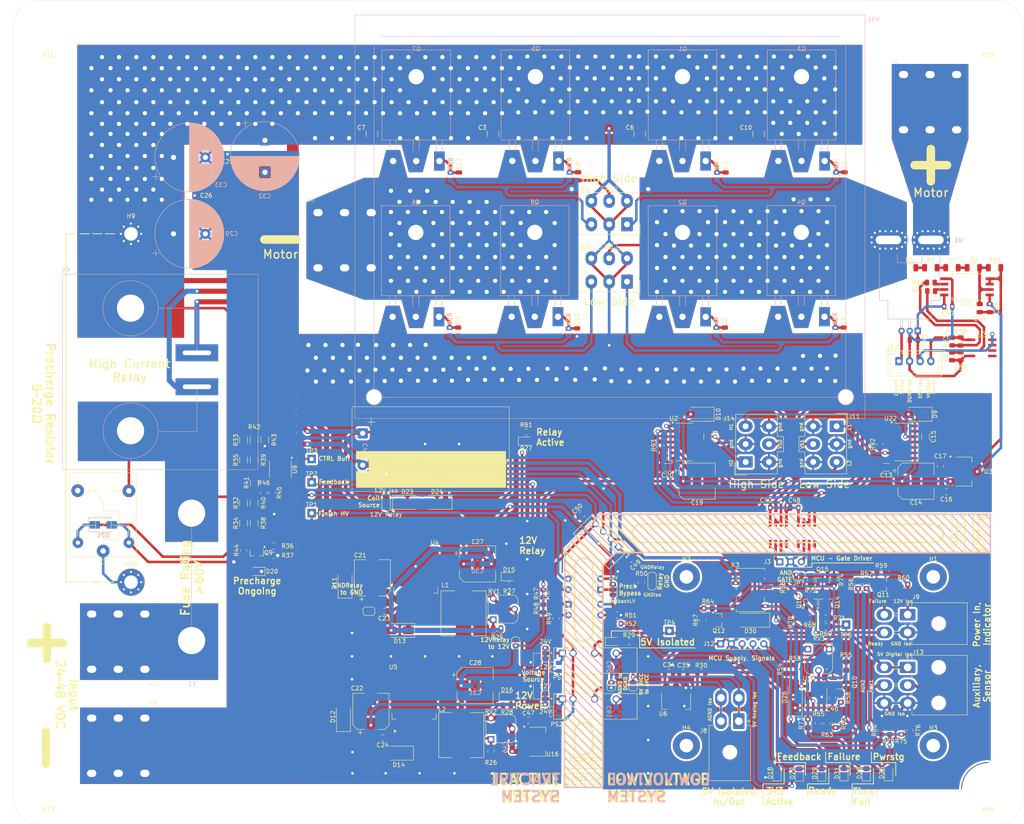
<source format=kicad_pcb>
(kicad_pcb (version 20241229) (generator "pcbnew") (generator_version "9.0")
  (layers (0 "F.Cu" signal) (2 "B.Cu" signal) (13 "F.Paste" user) (15 "B.Paste" user) (5 "F.SilkS" user "F.Silkscreen") (7 "B.SilkS" user "B.Silkscreen") (1 "F.Mask" user) (3 "B.Mask" user) (25 "Edge.Cuts" user))
  (net 0 "")
  (net 1 "24V")
  (net 2 "Net-(D27-A)")
  (net 3 "5V")
  (net 4 "Net-(Q1-G)")
  (net 5 "Net-(Q2-G)")
  (net 6 "12V")
  (net 7 "Net-(Q3-G)")
  (net 8 "Net-(Q4-G)")
  (net 9 "VS2")
  (net 10 "Net-(Q5-G)")
  (net 11 "Net-(Q6-G)")
  (net 12 "Net-(Q7-G)")
  (net 13 "Net-(D14-K)")
  (net 14 "Net-(D15-A)")
  (net 15 "Net-(F1-Pad1)")
  (net 18 "IP-")
  (net 19 "IP+")
  (net 20 "Net-(Q8-G)")
  (net 21 "Net-(Q9-G)")
  (net 22 "Net-(U10-Pad2)")
  (net 23 "FeedbackLV")
  (net 24 "FinishHV")
  (net 25 "FinishLV")
  (net 26 "Net-(D9-K)")
  (net 27 "Net-(Q10-S)")
  (net 28 "GND_Isolated")
  (net 29 "12V_Isolated")
  (net 30 "Net-(D10-K)")
  (net 31 "Net-(D20-A)")
  (net 32 "GNDREF_Relay")
  (net 33 "Net-(D22-A)")
  (net 34 "Net-(D23-A)")
  (net 35 "Ready")
  (net 36 "12V_Relay")
  (net 37 "5VDigital_Isolated")
  (net 38 "/Power Supply and Regulator/BATT+")
  (net 39 "Net-(Q10-D)")
  (net 40 "Net-(Q10-G)")
  (net 41 "Failure_Out")
  (net 42 "Net-(Q12-G)")
  (net 43 "Net-(Q13-G)")
  (net 44 "/Power Supply and Regulator/Coil+")
  (net 45 "Net-(Q14-G)")
  (net 46 "Net-(U14A-+)")
  (net 47 "Failure")
  (net 48 "Net-(U14B--)")
  (net 49 "Net-(U9A--)")
  (net 50 "Feedback")
  (net 51 "CTRL_Div")
  (net 52 "Relay")
  (net 53 "BATT_Div")
  (net 54 "gnd")
  (net 55 "Net-(D13-K)")
  (net 56 "Net-(R32-Pad2)")
  (net 57 "Net-(R33-Pad2)")
  (net 58 "Net-(D17-A)")
  (net 59 "Net-(D16-A)")
  (net 60 "12V_P")
  (net 61 "Net-(D28-A)")
  (net 62 "Net-(D29-A)")
  (net 63 "Net-(D30-A)")
  (net 64 "GNDREF_Isolated")
  (net 65 "GDNSense_Isolated")
  (net 66 "5VSense_Isolated")
  (net 67 "Net-(D21-K)")
  (net 68 "Net-(D25-A)")
  (net 69 "Net-(D26-K)")
  (net 70 "Net-(D31-A)")
  (net 71 "Net-(H10-Pad1)")
  (net 72 "LIN_Out")
  (net 73 "HIN_Out")
  (net 74 "5V_Isolated")
  (net 75 "L1")
  (net 76 "H1")
  (net 77 "H2")
  (net 78 "L2")
  (net 79 "Net-(JP3-C)")
  (net 80 "Net-(JP4-C)")
  (net 81 "Net-(JP7-A)")
  (net 83 "Net-(Q11-G)")
  (net 84 "Net-(Q13-S)")
  (net 85 "Net-(Q13-D)")
  (net 86 "Net-(U4-FB)")
  (net 87 "Net-(U5-FB)")
  (net 88 "Net-(R34-Pad2)")
  (net 89 "Net-(R35-Pad2)")
  (net 90 "Net-(R38-Pad2)")
  (net 91 "Net-(R39-Pad2)")
  (net 92 "Net-(R47-Pad1)")
  (net 93 "Net-(R49-Pad2)")
  (net 94 "Net-(R50-Pad2)")
  (net 95 "Timer")
  (net 97 "Net-(JP11-C)")
  (net 98 "3V3")
  (net 99 "Net-(D18-A)")
  (net 100 "Net-(J13-Pin_5)")
  (net 101 "Net-(J13-Pin_2)")
  (net 102 "Aux1")
  (net 103 "Aux2")
  (net 104 "VS1_Out")
  (net 105 "VS2_Out")
  (net 106 "L2_Out")
  (net 107 "L1_Out")
  (net 108 "H2_Out")
  (net 109 "H1_Out")
  (net 110 "HIN_Iso")
  (net 111 "LIN_Iso")
  (net 116 "Net-(U21-IN)")
  (net 117 "V_Out")
  (net 118 "Net-(U20A--)")
  (net 119 "Net-(U20A-+)")
  (net 120 "Net-(R1-Pad2)")
  (net 121 "Net-(R3-Pad2)")
  (net 122 "Net-(R7-Pad2)")
  (net 123 "Net-(U21-OUT+)")
  (net 124 "Net-(U21-OUT-)")
  (net 125 "Net-(U9B--)")
  (net 126 "Net-(U22-DT)")
  (net 127 "Net-(U2-DT)")
  (net 134 "Net-(J17-Pin_1)")
  (net 135 "5V_Opamp")
  (footprint "Terminal_SMD_M5:TerminalSMD_M5" (layer "F.Cu") (at 112.573857 188.028669)
    (property "Reference" "H7")
    (property "Value" "BATT+")
  )
  (footprint "Resistor_SMD:R_0805_2012Metric_Pad1.20x1.40mm_HandSolder" (layer "F.Cu") (at 208.298857 138.716169)
    (property "Reference" "R61")
    (property "Value" "1k")
  )
  (footprint "Resistor_SMD:R_0805_2012Metric_Pad1.20x1.40mm_HandSolder" (layer "F.Cu") (at 267.073857 175.25 -90)
    (property "Reference" "R66")
    (property "Value" "1K")
  )
  (footprint "Jumper:SolderJumper-3_P1.3mm_Open_RoundedPad1.0x1.5mm_NumberLabels" (layer "F.Cu") (at 212.823857 190.758669 90)
    (property "Reference" "JP3" (hide yes))
    (property "Value" "Iso_Source")
  )
  (footprint "Resistor_SMD:R_1206_3216Metric" (layer "F.Cu") (at 144.303857 140.528669 90)
    (property "Reference" "R42")
    (property "Value" "10k")
  )
  (footprint "Diode_SMD:D_SMA" (layer "F.Cu") (at 178.273857 214.278669 180)
    (property "Reference" "D14")
    (property "Value" "1N5822")
  )
  (footprint "Jumper:SolderJumper-2_P1.3mm_Open_RoundedPad1.0x1.5mm" (layer "F.Cu") (at 205.832704 188.32023 -90)
    (property "Reference" "JP1" (hide yes))
    (property "Value" "Relayto12V")
  )
  (footprint "Jumper:SolderJumper-3_P1.3mm_Open_RoundedPad1.0x1.5mm_NumberLabels" (layer "F.Cu") (at 212.772296 201.528517 -90)
    (property "Reference" "JP4" (hide yes))
    (property "Value" "Iso_Source")
  )
  (footprint "LED_SMD:LED_0805_2012Metric_Pad1.15x1.40mm_HandSolder" (layer "F.Cu") (at 203.798857 201.028669)
    (property "Reference" "D16")
    (property "Value" "LED_12V")
  )
  (footprint "Resistor_SMD:R_1206_3216Metric" (layer "F.Cu") (at 144.303857 160.123669 90)
    (property "Reference" "R38")
    (property "Value" "20k")
  )
  (footprint "Capacitor_SMD:C_0805_2012Metric" (layer "F.Cu") (at 283.033533 115.035223 -90)
    (property "Reference" "C5")
    (property "Value" "100nF")
  )
  (footprint "Package_SO:SOIC-8_3.9x4.9mm_P1.27mm" (layer "F.Cu") (at 150.458857 147.471169 -90)
    (property "Reference" "U9")
    (property "Value" "TL072")
  )
  (footprint "Resistor_SMD:R_0805_2012Metric_Pad1.20x1.40mm_HandSolder" (layer "F.Cu") (at 281.073857 207.278669 90)
    (property "Reference" "R62")
    (property "Value" "1K")
  )
  (footprint "Connector_JST:JST_XH_B4B-XH-A_1x04_P2.50mm_Vertical" (layer "F.Cu") (at 296 122)
    (property "Reference" "J17")
    (property "Value" "To mikon")
  )
  (footprint "Resistor_SMD:R_0805_2012Metric" (layer "F.Cu") (at 212.323857 180.221169 90)
    (property "Reference" "R48")
    (property "Value" "100")
  )
  (footprint "Resistor_SMD:R_1206_3216Metric" (layer "F.Cu") (at 146.803857 140.528669 90)
    (property "Reference" "R43")
    (property "Value" "10k")
  )
  (footprint "Inductor_SMD:L_10.4x10.4_H4.8" (layer "F.Cu") (at 193.55 181.375 90)
    (property "Reference" "L1")
    (property "Value" "470uH")
  )
  (footprint "Resistor_SMD:R_1206_3216Metric" (layer "F.Cu") (at 141.803857 140.586169 -90)
    (property "Reference" "R33")
    (property "Value" "100k")
  )
  (footprint "Capacitor_SMD:C_0805_2012Metric" (layer "F.Cu") (at 283.217482 78.475391 -90)
    (property "Reference" "C4")
    (property "Value" "100nF")
  )
  (footprint "Resistor_SMD:R_0805_2012Metric_Pad1.20x1.40mm_HandSolder" (layer "F.Cu") (at 283.573857 193.778669 90)
    (property "Reference" "R55")
    (property "Value" "100")
  )
  (footprint "Capacitor_SMD:C_0805_2012Metric" (layer "F.Cu") (at 310.475 120.865 90)
    (property "Reference" "C59")
    (property "Value" "100pF")
  )
  (footprint "MountingHole:MountingHole_3.2mm_M3_Pad" (layer "F.Cu") (at 304.073857 212.5)
    (property "Reference" "H3")
    (property "Value" "MountingHole")
  )
  (footprint "Capacitor_SMD:C_0805_2012Metric" (layer "F.Cu") (at 220.5 78.478669 -90)
    (property "Reference" "C8")
    (property "Value" "100nF")
  )
  (footprint "Package_SO:SSO-8_6.8x5.9mm_P1.27mm_Clearance8mm" (layer "F.Cu") (at 312 104.5 180)
    (property "Reference" "U21")
    (property "Value" "ACPL-C87A")
  )
  (footprint "TestPoint:TestPoint_THTPad_2.0x2.0mm_Drill1.0mm" (layer "F.Cu") (at 157.823857 157.778669)
    (property "Reference" "TP1")
    (property "Value" "FinishHV")
  )
  (footprint "Resistor_SMD:R_0805_2012Metric" (layer "F.Cu") (at 240 141.8375 90)
    (property "Reference" "R93")
    (property "Value" "10k")
  )
  (footprint "Resistor_SMD:R_0805_2012Metric_Pad1.20x1.40mm_HandSolder" (layer "F.Cu") (at 297.073857 174.578669 180)
    (property "Reference" "R60")
    (property "Value" "10K")
  )
  (footprint "Capacitor_SMD:CP_Elec_8x10" (layer "F.Cu") (at 196.273857 198.378669)
    (property "Reference" "C28")
    (property "Value" "470uF")
  )
  (footprint "Terminal_SMD_M5:TerminalSMD_M5" (layer "F.Cu") (at 303.57375 61.028669)
    (property "Reference" "H5")
    (property "Value" "OUT+")
  )
  (footprint "Connector_Molex:Molex_Mini-Fit_Jr_5566-06A_2x03_P4.20mm_Vertical" (layer "F.Cu") (at 232.023857 103.278669 180)
    (property "Reference" "J15")
    (property "Value" "Swiching1")
  )
  (footprint "Diode_SMD:D_SMA_Handsoldering" (layer "F.Cu") (at 261.073857 182.968808 180)
    (property "Reference" "D30")
    (property "Value" "1N4007")
  )
  (footprint "Package_TO_SOT_SMD:SOT-23_Handsoldering" (layer "F.Cu") (at 282.073857 197.578669)
    (property "Reference" "Q10")
    (property "Value" "AO3401A")
  )
  (footprint "Relay_SMD:Relay_DPDT_Omron_G6K-2F-Y" (layer "F.Cu") (at 261.073857 175.868808 180)
    (property "Reference" "K3")
    (property "Value" "G6K-2F-Y")
  )
  (footprint "Resistor_SMD:R_0805_2012Metric" (layer "F.Cu") (at 249.5 195.278669)
    (property "Reference" "R30")
    (property "Value" "1k")
  )
  (footprint "Connector_Molex:Molex_Mini-Fit_Jr_5566-06A_2x03_P4.20mm_Vertical" (layer "F.Cu") (at 259.930028 145.728669 90)
    (property "Reference" "J14")
    (property "Value" "Swiching2")
  )
  (footprint "LED_SMD:LED_0805_2012Metric_Pad1.15x1.40mm_HandSolder" (layer "F.Cu") (at 267.323857 218.95 90)
    (property "Reference" "D18")
    (property "Value" "LED")
  )
  (footprint "Diode_SMD:D_SMA" (layer "F.Cu") (at 187.346077 155.22778 180)
    (property "Reference" "D24")
    (property "Value" "D_Zener")
  )
  (footprint "Capacitor_SMD:C_1206_3216Metric" (layer "F.Cu") (at 138.014344 71.784828 -90)
    (property "Reference" "C25")
    (property "Value" "100nF")
  )
  (footprint "B2405S-2W:B2405S-2W" (layer "F.Cu") (at 224.583857 192.488669)
    (property "Reference" "PS1")
    (property "Value" "B1205S-2W")
  )
  (footprint "Capacitor_SMD:C_0805_2012Metric" (layer "F.Cu") (at 315 109.5 -90)
    (property "Reference" "C55")
    (property "Value" "330pF")
  )
  (footprint "Package_SO:SOP-8_3.76x4.96mm_P1.27mm" (layer "F.Cu") (at 274.25 162.5 90)
    (property "Reference" "U17")
    (property "Value" "TLP350")
  )
  (footprint "Resistor_SMD:R_0805_2012Metric_Pad1.20x1.40mm_HandSolder" (layer "F.Cu") (at 271.573857 194.528669 90)
    (property "Reference" "R53")
    (property "Value" "1k")
  )
  (footprint "Resistor_SMD:R_0805_2012Metric" (layer "F.Cu") (at 148.9125 165.506504 180)
    (property "Reference" "R36")
    (property "Value" "100")
  )
  (footprint "Capacitor_SMD:C_0805_2012Metric" (layer "F.Cu") (at 245.273857 195.278669)
    (property "Reference" "C35")
    (property "Value" "10uF")
  )
  (footprint "Resistor_SMD:R_0805_2012Metric_Pad1.20x1.40mm_HandSolder" (layer "F.Cu") (at 251.073857 180.2)
    (property "Reference" "R64")
    (property "Value" "1k")
  )
  (footprint "Resistor_SMD:R_0805_2012Metric" (layer "F.Cu") (at 190.283533 115.035223 90)
    (property "Reference" "R14")
    (property "Value" "47k")
  )
  (footprint "Capacitor_SMD:CP_Elec_8x10" (layer "F.Cu") (at 300 150.25)
    (property "Reference" "C14")
    (property "Value" "100uF")
  )
  (footprint "Resistor_SMD:R_0805_2012Metric" (layer "F.Cu") (at 293.823857 208.941169 -90)
    (property "Reference" "R79")
    (property "Value" "1k")
  )
  (footprint "Capacitor_SMD:C_0805_2012Metric" (layer "F.Cu") (at 317.344152 109.508393 -90)
    (property "Reference" "C56")
    (property "Value" "100nF")
  )
  (footprint "Resistor_SMD:R_0805_2012Metric" (layer "F.Cu") (at 253.217482 78.525391 90)
    (property "Reference" "R5")
    (property "Value" "47k")
  )
  (footprint "Resistor_SMD:R_0805_2012Metric" (layer "F.Cu") (at 229.661357 183.778669 180)
    (property "Reference" "R52")
    (property "Value" "1k")
  )
  (footprint "Resistor_SMD:R_0805_2012Metric" (layer "F.Cu") (at 215.323857 182.616169 90)
    (property "Reference" "R49")
    (property "Value" "1k")
  )
  (footprint "Resistor_SMD:R_0805_2012Metric" (layer "F.Cu") (at 291.5 141.5875 90)
    (property "Reference" "R92")
    (property "Value" "10k")
  )
  (footprint "TestPoint:TestPoint_THTPad_2.0x2.0mm_Drill1.0mm" (layer "F.Cu") (at 283.573857 184.028669 90)
    (property "Reference" "TP5")
    (property "Value" "TIMER")
  )
  (footprint "Resistor_SMD:R_1206_3216Metric" (layer "F.Cu") (at 313.5 100)
    (property "Reference" "R9")
    (property "Value" "1k")
  )
  (footprint "Jumper:SolderJumper-2_P1.3mm_Open_RoundedPad1.0x1.5mm" (layer "F.Cu") (at 228.323857 198.246283 -90)
    (property "Reference" "JP9" (hide yes))
    (property "Value" "GNDAnalogtoDigital")
  )
  (footprint "Diode_SMD:D_SMA_Handsoldering" (layer "F.Cu") (at 271.573857 201.103669 90)
    (property "Reference" "D26")
    (property "Value" "1N4007")
  )
  (footprint "TestPoint:TestPoint_THTPad_2.0x2.0mm_Drill1.0mm" (layer "F.Cu") (at 242 185.5)
    (property "Reference" "TP4")
    (property "Value" "FinishLV")
  )
  (footprint "LED_SMD:LED_0805_2012Metric_Pad1.15x1.40mm_HandSolder" (layer "F.Cu") (at 293.573857 218.95 90)
    (property "Reference" "D25")
    (property "Value" "PWRSTG")
  )
  (footprint "LED_SMD:LED_0805_2012Metric_Pad1.15x1.40mm_HandSolder" (layer "F.Cu") (at 204.26 172.725)
    (property "Reference" "D15")
    (property "Value" "LED_12Relay")
  )
  (footprint "MountingHole:MountingHole_3.2mm_M3_Pad" (layer "F.Cu") (at 304.073857 172.778669)
    (property "Reference" "H1")
    (property "Value" "MountingHole")
  )
  (footprint "Connector_PinSocket_2.54mm:PinSocket_1x05_P2.54mm_Vertical" (layer "F.Cu") (at 254.033857 188.528669 90)
    (property "Reference" "J12")
    (property "Value" "Out Power")
  )
  (footprint "Package_TO_SOT_SMD:TO-263-5_TabPin3" (layer "F.Cu") (at 182.3 171.8 90)
    (property "Reference" "U4")
    (property "Value" "LM2596HV-ADJ")
  )
  (footprint "Package_TO_SOT_SMD:SOT-223-3_TabPin2" (layer "F.Cu") (at 311.25 148)
    (property "Reference" "U3")
    (property "Value" "AMS1117-5.0")
  )
  (footprint "TestPoint:TestPoint_THTPad_2.0x2.0mm_Drill1.0mm" (layer "F.Cu") (at 157.823857 145.028669)
    (property "Reference" "TP3")
    (property "Value" "TestPoint")
  )
  (footprint "Capacitor_SMD:CP_Elec_8x10" (layer "F.Cu") (at 196.85 169.725)
    (property "Reference" "C27")
    (property "Value" "470uF")
  )
  (footprint "Capacitor_SMD:C_0805_2012Metric" (layer "F.Cu") (at 255.217482 78.525391 -90)
    (property "Reference" "C1")
    (property "Value" "100nF")
  )
  (footprint "B2405S-2W:B2405S-2W" (layer "F.Cu") (at 224.583857 203.258669)
    (property "Reference" "PS2")
    (property "Value" "B1205S-2W")
  )
  (footprint "Resistor_SMD:R_0805_2012Metric" (layer "F.Cu") (at 235.426143 174.116169 90)
    (property "Reference" "R50")
    (property "Value" "1k")
  )
  (footprint "LED_SMD:LED_0805_2012Metric_Pad1.15x1.40mm_HandSolder" (layer "F.Cu") (at 145 171.5 180)
    (property "Reference" "D20")
    (property "Value" "LED")
  )
  (footprint "Potentiometer_THT:Potentiometer_Runtron_RM-065_Vertical" (layer "F.Cu") (at 200.55 182.875 90)
    (property "Reference" "RV1")
    (property "Value" "10k")
  )
  (footprint "LED_SMD:LED_0805_2012Metric_Pad1.15x1.40mm_HandSolder" (layer "F.Cu") (at 277.823857 219 90)
    (property "Reference" "D29")
    (property "Value" "Ready ON")
  )
  (footprint "Resistor_SMD:R_1206_3216Metric" (layer "F.Cu") (at 144.303857 155.373669 90)
    (property "Reference" "R40")
    (property "Value" "20k")
  )
  (footprint "Resistor_SMD:R_0805_2012Metric" (layer "F.Cu") (at 218.283533 115.235223 90)
    (property "Reference" "R20")
    (property "Value" "47k")
  )
  (footprint "Capacitor_SMD:C_0805_2012Metric" (layer "F.Cu") (at 221.5 158 -135)
    (property "Reference" "C50")
    (property "Value" "2.2uF")
  )
  (footprint "SIP4_B_S-1WR3_MNS:SIP4_B_S-1WR3_MNS" (layer "F.Cu") (at 230.008657 165.732024 135)
    (property "Reference" "U13")
    (property "Value" "B1212S-1WR3")
  )
  (footprint "Package_SO:SOIC-14_3.9x8.7mm_P1.27mm" (layer "F.Cu") (at 245.5 141.04)
    (property "Reference" "U2")
    (property "Value" "IR21844")
  )
  (footprint "Capacitor_SMD:C_0805_2012Metric" (layer "F.Cu") (at 220.283533 115.235223 -90)
    (property "Reference" "C12")
    (property "Value" "100nF")
  )
  (footprint "Resistor_SMD:R_0805_2012Metric" (layer "F.Cu") (at 296.573857 208.941169 -90)
    (property "Reference" "R76")
    (property "Value" "1k")
  )
  (footprint "Resistor_SMD:R_0805_2012Metric_Pad1.20x1.40mm_HandSolder" (layer "F.Cu") (at 291.823857 171.778669)
    (property "Reference" "R59")
    (property "Value" "10K")
  )
  (footprint "MountingHole:MountingHole_3.2mm_M3_Pad_Via" (layer "F.Cu") (at 115.323857 174.028669)
    (property "Reference" "H10")
    (property "Value" "Prech_Res+")
  )
  (footprint "Capacitor_SMD:C_1206_3216Metric" (layer "F.Cu") (at 241.525 147 180)
    (property "Reference" "C20")
    (property "Value" "100nF")
  )
  (footprint "Resistor_SMD:R_1206_3216Metric" (layer "F.Cu") (at 298.5 100)
    (property "Reference" "R1")
    (property "Value" "47k")
  )
  (footprint "Resistor_SMD:R_0805_2012Metric" (layer "F.Cu") (at 203.773857 203)
    (property "Reference" "R28")
    (property "Value" "1k")
  )
  (footprint "Resistor_SMD:R_0805_2012Metric" (layer "F.Cu") (at 146.553857 152.998669 90)
    (property "Reference" "R46")
    (property "Value" "1k")
  )
  (footprint "MountingHole:MountingHole_3.2mm_M3_Pad_Via" (layer "F.Cu") (at 115.323857 92.028669)
    (property "Reference" "H9")
    (property "Value" "Prech_Res-")
  )
  (footprint "Capacitor_SMD:C_0805_2012Metric" (layer "F.Cu") (at 271.386167 156.497606 180)
    (property "Reference" "C48")
    (property "Value" "100nF")
  )
  (footprint "Capacitor_SMD:C_1206_3216Metric" (layer "F.Cu") (at 302.25 139.75 -90)
    (property "Reference" "C15")
    (property "Value" "2.2uF")
  )
  (footprint "Capacitor_SMD:C_1206_3216Metric" (layer "F.Cu") (at 293 147 180)
    (property "Reference" "C13")
    (property "Value" "100nF")
  )
  (footprint "Package_TO_SOT_SMD:SOT-23_Handsoldering" (layer "F.Cu") (at 144.901929 167.086504 -90)
    (property "Reference" "Q9")
    (property "Value" "AO3401A")
  )
  (footprint "LED_SMD:LED_0805_2012Metric_Pad1.15x1.40mm_HandSolder" (layer "F.Cu") (at 208.298857 140.816169)
    (property "Reference" "D27")
    (property "Value" "LED")
  )
  (footprint "Resistor_SMD:R_0805_2012Metric_Pad1.20x1.40mm_HandSolder" (layer "F.Cu") (at 288.373857 174.528669 90)
    (property "Reference" "R57")
    (property "Value" "1k")
  )
  (footprint "MountingHole:MountingHole_3.2mm_M3_Pad" (layer "F.Cu") (at 246 172.778669)
    (property "Reference" "H2")
    (property "Value" "MountingHole")
  )
  (footprint "Resistor_SMD:R_0805_2012Metric_Pad1.20x1.40mm_HandSolder" (layer "F.Cu") (at 280.723857 173.5 90)
    (property "Reference" "R74")
    (property "Value" "10K")
  )
  (footprint "Resistor_SMD:R_0805_2012Metric" (layer "F.Cu") (at 200.023857 213.791169 90)
    (property "Reference" "R26")
    (property "Value" "330")
  )
  (footprint "Resistor_SMD:R_0805_2012Metric" (layer "F.Cu") (at 291.823857 208.941169 90)
    (property "Reference" "R80")
    (property "Value" "1k")
  )
  (footprint "Package_TO_SOT_SMD:SOT-23_Handsoldering" (layer "F.Cu") (at 278.773857 178.75 90)
    (property "Reference" "Q14")
    (property "Value" "AO3404")
  )
  (footprint "Package_TO_SOT_SMD:SOT-223-3_TabPin2" (layer "F.Cu") (at 243.577262 202.062898 -90)
    (property "Reference" "U6")
    (property "Value" "AMS1117-3.3")
  )
  (footprint "Resistor_SMD:R_0805_2012Metric" (layer "F.Cu") (at 141.823857 166.528669 90)
    (property "Reference" "R44")
    (property "Value" "1k")
  )
  (footprint "Capacitor_SMD:C_1210_3225Metric" (layer "F.Cu") (at 200.5 68.5 90)
    (property "Reference" "C3")
    (property "Value" "10uF")
  )
  (footprint "Capacitor_SMD:C_0805_2012Metric" (layer "F.Cu") (at 241.873857 195.278669 180)
    (property "Reference" "C34")
    (property "Value" "10uF")
  )
  (footprint "Resistor_SMD:R_0805_2012Metric" (layer "F.Cu") (at 218.5 78.478669 90)
    (property "Reference" "R13")
    (property "Value" "47k")
  )
  (footprint "Package_TO_SOT_SMD:SOT-23" (layer "F.Cu") (at 215.203857 176.696169 90)
    (property "Reference" "U10")
    (property "Value" "AO3404")
  )
  (footprint "Capacitor_SMD:C_0805_2012Metric" (layer "F.Cu") (at 192.5 78.528669 -90)
    (property "Reference" "C11")
    (property "Value" "100nF")
  )
  (footprint "Relay_THT:Relay_SPDT_SANYOU_SRD_Series_Form_C" (layer "F.Cu") (at 108.773857 166.678669 90)
    (property "Reference" "K2")
    (property "Value" "Relay_SPDT")
  )
  (footprint "Resistor_SMD:R_0805_2012Metric_Pad1.20x1.40mm_HandSolder" (layer "F.Cu") (at 272.073857 183.5 -90)
    (property "Reference" "R70")
    (property "Value" "10K")
  )
  (footprint "Inductor_SMD:L_10.4x10.4_H4.8" (layer "F.Cu") (at 193.023857 210.028669 90)
    (property "Reference" "L2")
    (property "Value" "470uH")
  )
  (footprint "Potentiometer_THT:Potentiometer_Runtron_RM-065_Vertical" (layer "F.Cu") (at 274.573857 189.788669)
    (property "Reference" "RV3")
    (property "Value" "10K")
  )
  (footprint "Capacitor_SMD:C_0805_2012Metric" (layer "F.Cu") (at 305.75 146.75 -90)
    (property "Reference" "C17")
    (property "Value" "10uF")
  )
  (footprint "Capacitor_SMD:C_1210_3225Metric" (layer "F.Cu") (at 263 68.5 90)
    (property "Reference" "C10")
    (property "Value" "10uF")
  )
  (footprint "Jumper:SolderJumper-3_P1.3mm_Open_RoundedPad1.0x1.5mm_NumberLabels" (layer "F.Cu") (at 237.926143 173.778669 90)
    (property "Reference" "JP11" (hide yes))
    (property "Value" "GNDRelay_Source")
  )
  (footprint "Resistor_SMD:R_0805_2012Metric_Pad1.20x1.40mm_HandSolder" (layer "F.Cu") (at 275.223857 173.5 -90)
    (property "Reference" "R72")
    (property "Value" "10K")
  )
  (footprint "Resistor_SMD:R_0805_2012Metric_Pad1.20x1.40mm_HandSolder" (layer "F.Cu") (at 278.773857 184.5 180)
    (property "Reference" "R69")
    (property "Value" "100")
  )
  (footprint "Resistor_SMD:R_0805_2012Metric_Pad1.20x1.40mm_HandSolder" (layer "F.Cu") (at 274.573857 207.278669 -90)
    (property "Reference" "R73")
    (property "Value" "1K")
  )
  (footprint "Jumper:SolderJumper-2_P1.3mm_Open_RoundedPad1.0x1.5mm" (layer "F.Cu") (at 272.423857 172.5 180)
    (property "Reference" "JP7")
    (property "Value" "AND GATE")
  )
  (footprint "Resistor_SMD:R_1206_3216Metric" (layer "F.Cu") (at 308.4625 100)
    (property "Reference" "R7")
    (property "Value" "1k")
  )
  (footprint "Resistor_SMD:R_1206_3216Metric" (layer "F.Cu") (at 318.5 100 180)
    (property "Reference" "R15")
    (property "Value" "10k")
  )
  (footprint "Connector_PinSocket_2.54mm:PinSocket_1x03_P2.54mm_Vertical" (layer "F.Cu") (at 267.96 169.225 90)
    (property "Reference" "J3")
    (property "Value" "toMCU")
  )
  (footprint "Resistor_SMD:R_0805_2012Metric" (layer "F.Cu") (at 148.9125 167.740335 180)
    (property "Reference" "R37")
    (property "Value" "10k")
  )
  (footprint "Diode_SMD:D_SMA" (layer "F.Cu") (at 165.323857 205.703745 90)
    (property "Reference" "D12")
    (property "Value" "1N5822")
  )
  (footprint "Package_TO_SOT_SMD:SOT-223-3_TabPin2" (layer "F.Cu") (at 210.973857 211.578669)
    (property "Reference" "U16")
    (property "Value" "AMS1117-5.0")
  )
  (footprint "Capacitor_SMD:C_0805_2012Metric" (layer "F.Cu") (at 192.283533 115.035223 -90)
    (property "Reference" "C9")
    (property "Value" "100nF")
  )
  (footprint "Capacitor_SMD:C_0805_2012Metric" (layer "F.Cu") (at 307.599536 109.135 180)
    (property "Reference" "C57")
    (property "Value" "100nF")
  )
  (footprint "Resistor_SMD:R_0805_2012Metric_Pad1.20x1.40mm_HandSolder" (layer "F.Cu") (at 278.773857 182.5)
    (property "Reference" "R71")
    (property "Value" "10K")
  )
  (footprint "Resistor_SMD:R_0805_2012Metric" (layer "F.Cu") (at 212.323857 176.721169 90)
    (property "Reference" "R47")
    (property "Value" "10k")
  )
  (footprint "Resistor_SMD:R_0805_2012Metric_Pad1.20x1.40mm_HandSolder" (layer "F.Cu") (at 277.073857 207.278669 90)
    (property "Reference" "R65")
    (property "Value" "1K")
  )
  (footprint "MountingHole:MountingHole_6.4mm_M6" (layer "F.Cu") (at 95.823857 45.5)
    (property "Reference" "H11")
    (property "Value" "MountingHole")
  )
  (footprint "Capacitor_SMD:C_0805_2012Metric" (layer "F.Cu") (at 299.5 117 180)
    (property "Reference" "C45")
    (property "Value" "220pf")
  )
  (footprint "TestPoint:TestPoint_THTPad_2.0x2.0mm_Drill1.0mm" (layer "F.Cu") (at 157.823857 150.528669)
    (property "Reference" "TP2")
    (property "Value" "TestPoint")
  )
  (footprint "MountingHole:MountingHole_6.4mm_M6" (layer "F.Cu") (at 316.987657 222.778638)
    (property "Reference" "H14")
    (property "Value" "MountingHole")
  )
  (footprint "Resistor_SMD:R_1206_3216Metric" (layer "F.Cu") (at 144.303857 145.278669 90)
    (property "Reference" "R39")
    (property "Value" "10k")
  )
  (footprint "Terminal_SMD_M5:TerminalSMD_M5" (layer "F.Cu") (at 165.823857 93.528669)
    (property "Reference" "H6")
    (property "Value" "OUT-")
  )
  (footprint "Resistor_SMD:R_0805_2012Metric_Pad1.20x1.40mm_HandSolder" (layer "F.Cu") (at 249.823857 183 90)
    (property "Reference" "R67")
    (property "Value" "10K")
  )
  (footprint "Package_DIP:DIP-4_W7.62mm" (layer "F.Cu") (at 218.203857 179.233669)
    (property "Reference" "U12")
    (property "Value" "PC817")
  )
  (footprint "Capacitor_SMD:C_0805_2012Metric" (layer "F.Cu") (at 310.475 117.365 -90)
    (property "Reference" "C58")
    (property "Value" "100pF")
  )
  (footprint "Diode_SMD:D_SMA" (layer "F.Cu") (at 300.25 134.5 180)
    (property "Reference" "D9")
    (property "Value" "UF4007")
  )
  (footprint "Diode_SMD:D_SMA" (layer "F.Cu") (at 165.670969 174.283753 90)
    (property "Reference" "D11")
    (property "Value" "1N5822")
  )
  (footprint "Resistor_SMD:R_0805_2012Metric" (layer "F.Cu") (at 308.475 120.865 90)
    (property "Reference" "R87")
    (property "Value" "10k")
  )
  (footprint "Capacitor_SMD:C_0805_2012Metric" (layer "F.Cu") (at 174.523857 210.703669 180)
    (property "Reference" "C24")
    (property "Value" "100nF")
  )
  (footprint "Resistor_SMD:R_0805_2012Metric" (layer "F.Cu") (at 253.033533 115.035223 90)
    (property "Reference" "R6")
    (property "Value" "47k")
  )
  (footprint "Resistor_SMD:R_0805_2012Metric" (layer "F.Cu") (at 229.661357 181.778669 180)
    (property "Reference" "R51")
    (property "Value" "10k")
  )
  (footprint "Capacitor_SMD:CP_Elec_8x10" (layer "F.Cu") (at 248.5 150.25)
    (property "Reference" "C19")
    (property "Value" "100uF")
  )
  (footprint "MountingHole:MountingHole_3.2mm_M3_Pad" (layer "F.Cu") (at 246 212.5)
    (property "Reference" "H4")
    (property "Value" "MountingHole")
  )
  (footprint "Capacitor_SMD:CP_Elec_8x10" (layer "F.Cu") (at 171.773857 204.453669 90)
    (property "Reference" "C22")
    (property "Value" "470uF")
  )
  (footprint "Resistor_SMD:R_0805_2012Metric_Pad1.20x1.40mm_HandSolder" (layer "F.Cu") (at 286.373857 174.528669 90)
    (property "Reference" "R56")
    (property "Value" "100")
  )
  (footprint "Capacitor_SMD:C_1206_3216Metric" (layer "F.Cu") (at 128.823857 83)
    (property "Reference" "C26")
    (property "Value" "100nF")
  )
  (footprint "Capacitor_SMD:C_0805_2012Metric" (layer "F.Cu") (at 280.323857 201.278669 -90)
    (property "Reference" "C40")
    (property "Value" "47uF")
  )
  (footprint "Connector_Molex:Molex_Mini-Fit_Jr_5569-06A2_2x03_P4.20mm_Horizontal" (layer "F.Cu") (at 298.048857 194.073669 -90)
    (property "Reference" "J13")
    (property "Value" "AuxSensor")
  )
  (footprint "Resistor_SMD:R_0805_2012Metric" (layer "F.Cu") (at 308.525 117.365 -90)
    (property "Reference" "R23")
    (property "Value" "10k")
  )
  (footprint "Resistor_SMD:R_1206_3216Metric" (layer "F.Cu") (at 144.303857 150.623669 -90)
    (property "Reference" "R41")
    (property "Value" "10k")
  )
  (footprint "Diode_SMD:D_SMA" (layer "F.Cu") (at 180.346077 155.22778)
    (property "Reference" "D23")
    (property "Value" "D_Schottky")
  )
  (footprint "Resistor_SMD:R_1206_3216Metric" (layer "F.Cu") (at 303.5 100)
    (property "Reference" "R3")
    (property "Value" "47k")
  )
  (footprint "Package_SO:SO-8_3.9x4.9mm_P1.27mm" (layer "F.Cu") (at 276.478857 201.103669 90)
    (property "Reference" "U14")
    (property "Value" "LM358")
  )
  (footprint "LED_SMD:LED_0805_2012Metric_Pad1.15x1.40mm_HandSolder" (layer "F.Cu") (at 283.073857 218.95 90)
    (property "Reference" "D31")
    (property "Value" "Failure")
  )
  (footprint "Capacitor_SMD:C_0805_2012Metric" (layer "F.Cu") (at 232.5 168.75 45)
    (property "Reference" "C49")
    (property "Value" "2.2uF")
  )
  (footprint "Resistor_SMD:R_0805_2012Metric" (layer "F.Cu") (at 232.513766 188.028669 180)
    (property "Reference" "R29")
    (property "Value" "1k")
  )
  (footprint "Potentiometer_THT:Potentiometer_Runtron_RM-065_Vertical" (layer "F.Cu") (at 200.023857 211.028669 90)
    (property "Reference" "RV2")
    (property "Value" "10k")
  )
  (footprint "Resistor_SMD:R_0805_2012Metric" (layer "F.Cu") (at 148.553857 152.998669 -90)
    (property "Reference" "R45")
    (property "Value" "100k")
  )
  (footprint "MountingHole:MountingHole_6.4mm_M6" (layer "F.Cu") (at 316.987657 45.499969)
    (property "Reference" "H12")
    (property "Value" "MountingHole")
  )
  (footprint "LED_SMD:LED_0805_2012Metric_Pad1.15x1.40mm_HandSolder" (layer "F.Cu") (at 272.573857 219 90)
    (property "Reference" "D22")
    (property "Value" "LED")
  )
  (footprint "Capacitor_SMD:C_1210_3225Metric" (layer "F.Cu") (at 235 68.5 90)
    (property "Reference" "C6")
    (property "Value" "10uF")
  )
  (footprint "Package_TO_SOT_SMD:SOT-23" (layer "F.Cu") (at 278.023857 173.58 90)
    (property "Reference" "Q15")
    (property "Value" "AO3401A")
  )
  (footprint "Connector_Molex:Molex_Mini-Fit_Jr_5566-06A_2x03_P4.20mm_Vertical" (layer "F.Cu") (at 281.323857 137.328669 -90)
    (property "Reference" "J11")
    (property "Value" "Swiching1")
  )
  (footprint "Resistor_SMD:R_0805_2012Metric" (layer "F.Cu") (at 298.573857 208.941169 90)
    (property "Reference" "R75")
    (property "Value" "1k")
  )
  (footprint "Jumper:SolderJumper-2_P1.3mm_Open_RoundedPad1.0x1.5mm" (layer "F.Cu") (at 171.297934 180.875627 180)
    (property "Reference" "JP2" (hide yes))
    (property "Value" "GNDRelaytoGND")
  )
  (footprint "Resistor_SMD:R_0805_2012Metric" (layer "F.Cu") (at 201.4625 184.875 180)
    (property "Reference" "R25")
    (property "Value" "330")
  )
  (footprint "Capacitor_SMD:C_0805_2012Metric" (layer "F.Cu") (at 255.033533 115.035223 -90)
    (property "Reference" "C2")
    (property "Value" "100nF")
  )
  (footprint "Connector_Molex:Molex_Mini-Fit_Jr_5569-04A2_2x02_P4.20mm_Horizontal" (layer "F.Cu") (at 298.048857 181.678669 -90)
    (property "Reference" "J9")
    (property "Value" "OutECU")
  )
  (footprint "Package_SO:SOP-8_3.76x4.96mm_P1.27mm" (layer "F.Cu") (at 267.615 162.5 90)
    (property "Reference" "U15")
    (property "Value" "TLP350")
  )
  (footprint "Capacitor_SMD:C_0805_2012Metric" (layer "F.Cu") (at 264.75 156.5 180)
    (property "Reference" "C42")
    (property "Value" "100nF")
  )
  (footprint "Resistor_SMD:R_0805_2012Metric" (layer "F.Cu") (at 190.5 78.528669 90)
    (property "Reference" "R19")
    (property "Value" "47k")
  )
  (footprint "Resistor_SMD:R_0805_2012Metric" (layer "F.Cu") (at 281.033533 115.035223 90)
    (property "Reference" "R12")
    (property "Value" "47k")
  )
  (footprint "Resistor_SMD:R_0805_2012Metric" (layer "F.Cu") (at 204.3 174.68)
    (property "Reference" "R27")
    (property "Value" "1k")
  )
  (footprint "Capacitor_SMD:C_1210_3225Metric" (layer "F.Cu") (at 172 68.5 90)
    (property "Reference" "C7")
    (property "Value" "10uF")
  )
  (footprint "Package_TO_SOT_SMD:SOT-23_Handsoldering" (layer "F.Cu") (at 253.573857 183)
    (property "Reference" "Q12")
    (property "Value" "AO3404")
  )
  (footprint "Package_DIP:DIP-4_W7.62mm" (layer "F.Cu") (at 225.803857 175.783669 180)
    (property "Reference" "U11")
    (property "Value" "PC817")
  )
  (footprint "Jumper:SolderJumper-2_P1.3mm_Open_RoundedPad1.0x1.5mm" (layer "F.Cu") (at 233.456779 198.238669 -90)
    (property "Reference" "JP8" (hide yes))
    (property "Value" "AnalogtoDigital")
  )
  (footprint "Package_SO:SOIC-8_3.9x4.9mm_P1.27mm" (layer "F.Cu") (at 315.475 118.865)
    (property "Reference" "U20")
    (property "Value" "LM358")
  )
  (footprint "Resistor_SMD:R_0805_2012Metric_Pad1.20x1.40mm_HandSolder" (layer "F.Cu") (at 269.573857 194.528669 -90)
    (property "Reference" "R54")
    (property "Value" "10k")
  )
  (footprint "Package_TO_SOT_SMD:SOT-23_Handsoldering" (layer "F.Cu") (at 292.323857 174.578669)
    (property "Reference" "Q11")
    (property "Value" "AO3404")
  )
  (footprint "Resistor_SMD:R_0805_2012Metric_Pad1.20x1.40mm_HandSolder" (layer "F.Cu") (at 275.023857 182.5 180)
    (property "Reference" "R68")
    (property "Value" "100")
  )
  (footprint "Package_TO_SOT_SMD:TO-263-5_TabPin3" (layer "F.Cu") (at 181.923857 201.453669 90)
    (property "Reference" "U5")
    (property "Value" "LM2596HV-ADJ")
  )
  (footprint "MountingHole:MountingHole_6.4mm_M6" (layer "F.Cu") (at 95.823857 222.778669)
    (property "Reference" "H13")
    (property "Value" "MountingHole")
  )
  (footprint "LED_SMD:LED_0805_2012Metric_Pad1.15x1.40mm_HandSolder" (layer "F.Cu") (at 288.323857 218.95 90)
    (property "Reference" "D28")
    (property "Value" "TIMER")
  )
  (footprint "Resistor_SMD:R_0805_2012Metric" (layer "F.Cu") (at 303.5 103.5)
    (property "Reference" "R21")
    (property "Value" "10k")
  )
  (footprint "Connector_Molex:Molex_Mini-Fit_Jr_5566-06A_2x03_P4.20mm_Vertical" (layer "F.Cu") (at 232.023857 89.778669 180)
    (property "Reference" "J16")
    (property "Value" "Swiching2")
  )
  (footprint "Diode_SMD:D_SMA" (layer "F.Cu") (at 249 134.5 180)
    (property "Reference" "D10")
    (property "Value" "UF4007")
  )
  (footprint "Package_SO:SOIC-14_3.9x8.7mm_P1.27mm" (layer "F.Cu") (at 296.975 141.04)
    (property "Reference" "U22")
    (property "Value" "IR21844")
  )
  (footprint "Capacitor_SMD:CP_Elec_8x10" (layer "F.Cu") (at 172.1 173 90)
    (property "Reference" "C21")
    (property "Value" "470uF")
  )
  (footprint "Jumper:SolderJumper-3_P1.3mm_Open_RoundedPad1.0x1.5mm_NumberLabels" (layer "F.Cu") (at 175.346077 155.22778 90)
    (property "Reference" "JP10" (hide yes))
    (property "Value" "Relay_Source")
  )
  (footprint "Resistor_SMD:R_1206_3216Metric" (layer "F.Cu") (at 141.803857 145.278669 -90)
    (property "Reference" "R35")
    (property "Value" "10k")
  )
  (footprint "Capacitor_SMD:C_0805_2012Metric" (layer "F.Cu") (at 208.823857 206.528669)
    (property "Reference" "C47")
    (property "Value" "10uF")
  )
  (footprint "Capacitor_Radial_Vertical:Capacitor_Radial_Vertical_18mm" (layer "F.Cu") (at 169.823857 142.72778 -90)
    (property "Reference" "C41")
    (property "Value" "4700uF")
  )
  (footprint "Diode_SMD:D_SMA" (layer "F.Cu") (at 178.55 185.375 180)
    (property "Reference" "D13")
    (property "Value" "1N5822")
  )
  (footprint "Connector_Molex:Molex_Mini-Fit_Jr_5569-04A2_2x02_P4.20mm_Horizontal" (layer "F.Cu") (at 258.323857 206.753669 180)
    (property "Reference" "J8")
    (property "Value" "AnalogPosition")
  )
  (footprint "Terminal_SMD_M5:TerminalSMD_M5" (layer "F.Cu") (at 112.573857 212.528669)
    (property "Reference" "H8")
    (property "Value" "BATT-")
  )
  (footprint "Resistor_SMD:R_0805_2012Metric_Pad1.20x1.40mm_HandSolder" (layer "F.Cu") (at 279.073857 207.278669 -90)
    (property "Reference" "R63")
    (property "Value" "1K")
  )
  (footprint "Resistor_SMD:R_0805_2012Metric" (layer "F.Cu") (at 281.217482 78.475391 90)
    (property "Reference" "R11")
    (property "Value" "47k")
  )
  (footprint "Capacitor_SMD:C_1206_3216Metric" (layer "F.Cu") (at 251 139.75 -90)
    (property "Reference" "C18")
    (property "Value" "2.2uF")
  )
  (footprint "Resistor_SMD:R_0805_2012Metric_Pad1.20x1.40mm_HandSolder" (layer "F.Cu") (at 282.323857 201.278669 90)
    (property "Reference" "R58")
    (property "Value" "100k")
  )
  (footprint "Resistor_SMD:R_0805_2012Metric" (layer "F.Cu") (at 303.5875 105.5)
    (property "Reference" "R17")
    (property "Value" "10k")
  )
  (footprint "Package_TO_SOT_SMD:SOT-23_Handsoldering" (layer "F.Cu") (at 275.223857 178.75 90)
    (property "Reference" "Q13")
    (property "Value" "AO3404")
  )
  (footprint "Jumper:SolderJumper-3_P1.3mm_Open_RoundedPad1.0x1.5mm_NumberLabels" (layer "F.Cu") (at 228.703857 175.783669 90)
    (property "Reference" "JP6" (hide yes))
    (property "Value" "Precharge_Baypass")
  )
  (footprint "Capacitor_SMD:C_0805_2012Metric" (layer "F.Cu") (at 307.146593 152.749999)
    (property "Reference" "C16")
    (property "Value" "10uF")
  )
  (footprint "LED_SMD:LED_0805_2012Metric_Pad1.15x1.40mm_HandSolder" (layer "F.Cu") (at 228.763766 187.988669)
    (property "Reference" "D17" (hide yes))
    (property "Value" "LED")
  )
  (footprint "Capacitor_SMD:C_0805_2012Metric" (layer "F.Cu") (at 174.9 180.875 180)
    (property "Reference" "C23")
    (property "Value" "100nF")
  )
  (footprint "Resistor_SMD:R_1206_3216Metric" (layer "F.Cu") (at 141.803857 155.373669 -90)
    (property "Reference" "R32")
    (property "Value" "100k")
  )
  (footprint "Resistor_SMD:R_1206_3216Metric" (layer "F.Cu") (at 141.803857 160.123669 -90)
    (property "Reference" "R34")
    (property "Value" "20k")
  )
  (footprint "Package_TO_SOT_THT:TO-247-3_Horizontal_TabDown" (layer "B.Cu") (at 278.523857 74.873669 180)
    (property "Reference" "Q3")
    (property "Value" "47N60")
  )
  (footprint "Resistor_SMD:R_0805_2012Metric" (layer "B.Cu") (at 190.283533 115.035223 90)
    (property "Reference" "R18")
    (property "Value" "10")
  )
  (footprint "Resistor_SMD:R_0805_2012Metric" (layer "B.Cu") (at 281.033533 115.035223 90)
    (property "Reference" "R10")
    (property "Value" "10")
  )
  (footprint "Package_TO_SOT_THT:TO-247-3_Horizontal_TabDown" (layer "B.Cu") (at 187.873857 74.888669 180)
    (property "Reference" "Q7")
    (property "Value" "47N60")
  )
  (footprint "Capacitor_SMD:C_0805_2012Metric" (layer "B.Cu") (at 229.5 193.95 -90)
    (property "Reference" "C60")
    (property "Value" "10uF")
  )
  (footprint "Package_TO_SOT_THT:TO-247-3_Horizontal_TabDown" (layer "B.Cu") (at 215.918304 74.871979 180)
    (property "Reference" "Q5")
    (property "Value" "47N60")
  )
  (footprint "Resistor_SMD:R_0805_2012Metric" (layer "B.Cu") (at 218.283533 115.235223 90)
    (property "Reference" "R24")
    (property "Value" "10")
  )
  (footprint "Capacitor_THT:CP_Radial_D16.0mm_P7.50mm" (layer "B.Cu") (at 125.311103 92.028669)
    (property "Reference" "C29")
    (property "Value" "470uF/100V")
  )
  (footprint "Sensor_Current:Allegro_CB_PFF" (layer "B.Cu") (at 300.433857 114.853669 180)
    (property "Reference" "U1")
    (property "Value" "ACS758xCB-050B-PFF")
  )
  (footprint "Capacitor_SMD:C_0805_2012Metric" (layer "B.Cu") (at 216 194 -90)
    (property "Reference" "C63")
    (property "Value" "2.2uF")
  )
  (footprint "Capacitor_SMD:C_0805_2012Metric" (layer "B.Cu") (at 216 204.5 -90)
    (property "Reference" "C62")
    (property "Value" "2.2uF")
  )
  (footprint "Package_TO_SOT_THT:TO-247-3_Horizontal_TabDown" (layer "B.Cu") (at 250.523857 74.873669 180)
    (property "Reference" "Q1")
    (property "Value" "47N60")
  )
  (footprint "Diode_SMD:D_SMA" (layer "B.Cu") (at 108.773857 160.528669)
    (property "Reference" "D21")
    (property "Value" "1N4007")
  )
  (footprint "Resistor_SMD:R_0805_2012Metric" (layer "B.Cu") (at 281.217482 78.475391 90)
    (property "Reference" "R8")
    (property "Value" "10")
  )
  (footprint "Capacitor_SMD:C_0805_2012Metric" (layer "B.Cu") (at 196.85 169.725)
    (property "Reference" "C30")
    (property "Value" "220uF")
  )
  (footprint "Resistor_SMD:R_0805_2012Metric" (layer "B.Cu") (at 253.217482 78.525391 90)
    (property "Reference" "R2")
    (property "Value" "10")
  )
  (footprint "Package_TO_SOT_THT:TO-247-3_Horizontal_TabDown" (layer "B.Cu") (at 187.773857 111.553669 180)
    (property "Reference" "Q6")
    (property "Value" "47N60")
  )
  (footprint "Capacitor_THT:CP_Radial_D16.0mm_P7.50mm" (layer "B.Cu") (at 125.323857 74.028669)
    (property "Reference" "C33")
    (property "Value" "100uF/100V")
  )
  (footprint "Capacitor_SMD:C_0805_2012Metric" (layer "B.Cu") (at 204.976588 212.928669 -90)
    (property "Reference" "C46")
    (property "Value" "10uF")
  )
  (footprint "Capacitor_SMD:C_0805_2012Metric" (layer "B.Cu") (at 229.5 204.55 -90)
    (property "Reference" "C61")
    (property "Value" "10uF")
  )
  (footprint "Resistor_SMD:R_0805_2012Metric" (layer "B.Cu") (at 218.5 78.478669 90)
    (property "Reference" "R16")
    (property "Value" "10")
  )
  (footprint "MainRelay100A:MainRelay100A" (layer "B.Cu") (at 115.214982 123.978669 -90)
    (property "Reference" "K4")
    (property "Value" "High Current Relay")
  )
  (footprint "Resistor_SMD:R_0805_2012Metric" (layer "B.Cu") (at 253.033533 115.035223 90)
    (property "Reference" "R4")
    (property "Value" "10")
  )
  (footprint "Package_TO_SOT_THT:TO-247-3_Horizontal_TabDown" (layer "B.Cu") (at 278.473857 111.538669 180)
    (property "Reference" "Q4")
    (property "Value" "47N60")
  )
  (footprint "Heatsink_Custom:Heatsink_120x95x30mm" (layer "B.Cu") (at 225 89.5 90)
    (property "Reference" "HS1")
    (property "Value" "Heatsink")
  )
  (footprint "Capacitor_SMD:C_0805_2012Metric" (layer "B.Cu") (at 196.273857 198.378669)
    (property "Reference" "C31")
    (property "Value" "220uF")
  )
  (footprint "FuseController14x51:Fuse_L30mm" (layer "B.Cu") (at 129.573857 187.778669 90)
    (property "Reference" "F1")
    (property "Value" "Fuse")
  )
  (footprint "Package_TO_SOT_THT:TO-247-3_Horizontal_TabDown" (layer "B.Cu") (at 250.523857 111.562638 180)
    (property "Reference" "Q2")
    (property "Value" "47N60")
  )
  (footprint "Resistor_SMD:R_0805_2012Metric" (layer "B.Cu") (at 190.5 78.528669 90)
    (property "Reference" "R22")
    (property "Value" "10")
  )
  (footprint "Capacitor_THT:CP_Radial_D16.0mm_P7.50mm" (layer "B.Cu") (at 146.823857 70.015915 -90)
    (property "Reference" "C32")
    (property "Value" "220uF/100V")
  )
  (footprint "Package_TO_SOT_THT:TO-247-3_Horizontal_TabDown" (layer "B.Cu") (at 215.773857 111.538669 180)
    (property "Reference" "Q8")
    (property "Value" "47N60")
  )
  (gr_arc (start 310.721257 222.778638) (mid 312.560237 218.338949) (end 316.999926 216.499969) (stroke (width 0.2)) (layers "F.Cu" "F.Mask"))
  (gr_line (start 218.323857 48.778669) (end 238.323857 48.778669) (stroke (width 0.2)) (layer "B.Cu") (net 1))
  (gr_line (start 236.823857 48.778669) (end 236.823857 47.528669) (stroke (width 0.2)) (layer "B.Cu") (net 1))
  (gr_arc (start 310.721306 222.778638) (mid 312.560286 218.338949) (end 316.999975 216.499969) (stroke (width 0.2)) (layers "B.Cu" "B.Mask"))
  (gr_line (start 264.844489 160.344269) (end 262.5 158) (stroke (width 0.3)) (layer "F.SilkS"))
  (gr_line (start 224.008257 212.579469) (end 224.008257 209.028669) (stroke (width 0.3)) (layer "F.SilkS"))
  (gr_line (start 289.5 216.5) (end 289.5 214) (stroke (width 0.2)) (layer "F.SilkS"))
  (gr_line (start 308.421022 162.239099) (end 304.229381 158.033015) (stroke (width 0.3)) (layer "F.SilkS"))
  (gr_line (start 226.323857 185.528669) (end 223.937253 183.196668) (stroke (width 0.3)) (layer "F.SilkS"))
  (gr_line (start 283.351387 167.028289) (end 281.043163 164.720282) (stroke (width 0.3)) (layer "F.SilkS"))
  (gr_line (start 226.332357 214.076447) (end 218.643218 206.343636) (stroke (width 0.3)) (layer "F.SilkS"))
  (gr_line (start 219.650107 215.321461) (end 217.317535 213.007575) (stroke (width 0.3)) (layer "F.SilkS"))
  (gr_line (start 217.370016 166.294469) (end 217.312978 189.36769) (stroke (width 0.4)) (layer "F.SilkS"))
  (gr_line (start 307.327039 167.035002) (end 298.333032 158.032905) (stroke (width 0.3)) (layer "F.SilkS"))
  (gr_line (start 226.323857 184.028669) (end 225.130555 182.862668) (stroke (width 0.3)) (layer "F.SilkS"))
  (gr_line (start 304.3156 160.344269) (end 235.257983 160.344269) (stroke (width 0.3)) (layer "F.SilkS"))
  (gr_line (start 249.657976 167.056958) (end 240.636308 158.036138) (stroke (width 0.3)) (layer "F.SilkS"))
  (gr_line (start 225.684657 215.322669) (end 217.323857 207.028669) (stroke (width 0.3)) (layer "F.SilkS"))
  (gr_line (start 220.762144 171.913669) (end 217.335677 168.467741) (stroke (width 0.3)) (layer "F.SilkS"))
  (gr_line (start 260.851789 160.344269) (end 258.525948 158.018647) (stroke (width 0.3)) (layer "F.SilkS"))
  (gr_line (start 219.639457 185.844269) (end 219.639457 170.462795) (stroke (width 0.3)) (layer "F.SilkS"))
  (gr_line (start 222.716539 171.913669) (end 217.323857 166.541819) (stroke (width 0.3)) (layer "F.SilkS"))
  (gr_line (start 226.332357 212.002369) (end 220.566383 206.343636) (stroke (width 0.3)) (layer "F.SilkS"))
  (gr_line (start 233.842897 167.050056) (end 225.323857 158.528669) (stroke (width 0.3)) (layer "F.SilkS"))
  (gr_arc (start 224.008257 185.844269) (mid 221.823857 188.028669) (end 219.639457 185.844269) (stroke (width 0.3)) (layer "F.SilkS"))
  (gr_line (start 269 221.5) (end 264 221.5) (stroke (width 0.2)) (layer "F.SilkS"))
  (gr_line (start 237.828257 167.049489) (end 228.806589 158.028669) (stroke (width 0.3)) (layer "F.SilkS"))
  (gr_line (start 224.008257 185.844269) (end 224.008257 170.462795) (stroke (width 0.3)) (layer "F.SilkS"))
  (gr_line (start 267 216.5) (end 274 216.5) (stroke (width 0.2)) (layer "F.SilkS"))
  (gr_line (start 226.320024 171.51133) (end 219.220504 164.439236) (stroke (width 0.3)) (layer "F.SilkS"))
  (gr_line (start 307.658518 164.705743) (end 306.008422 164.705742) (stroke (width 0.15)) (layer "F.SilkS"))
  (gr_line (start 217.370016 166.294469) (end 225.604202 158.039169) (stroke (width 0.4)) (layer "F.SilkS"))
  (gr_line (start 220.323857 200.17016) (end 217.33248 197.141731) (stroke (width 0.3)) (layer "F.SilkS"))
  (gr_line (start 226.277357 207.689569) (end 224.823857 206.343636) (stroke (width 0.3)) (layer "F.SilkS"))
  (gr_line (start 226.376856 170.018109) (end 226.320024 189.36769) (stroke (width 0.4)) (layer "F.SilkS"))
  (gr_line (start 226.323857 188.028669) (end 221.530795 183.212821) (stroke (width 0.3)) (layer "F.SilkS"))
  (gr_line (start 308.41516 160.206025) (end 306.302356 158.085941) (stroke (width 0.3)) (layer "F.SilkS"))
  (gr_line (start 210 190.758669) (end 210 194.5) (stroke (width 0.1)) (layer "F.SilkS"))
  (gr_line (start 111.5 92) (end 100 92) (stroke (width 0.2) (type dash)) (layer "F.SilkS"))
  (gr_line (start 239.78433 167.023617) (end 230.762662 158.002797) (stroke (width 0.3)) (layer "F.SilkS"))
  (gr_line (start 225.604202 158.028669) (end 317.5 158.033749) (stroke (width 0.4)) (layer "F.SilkS"))
  (gr_line (start 279.377335 167.046936) (end 277.070342 164.74016) (stroke (width 0.3)) (layer "F.SilkS"))
  (gr_line (start 264 221.5) (end 264 226.5) (stroke (width 0.2)) (layer "F.SilkS"))
  (gr_line (start 308.432286 166.132426) (end 300.324662 158.033021) (stroke (width 0.3)) (layer "F.SilkS"))
  (gr_line (start 311.5 167.045669) (end 311.5 158.028669) (stroke (width 0.3)) (layer "F.SilkS"))
  (gr_line (start 289.292817 166.930121) (end 280.271149 157.909301) (stroke (width 0.3)) (layer "F.SilkS"))
  (gr_line (start 219.639457 212.579469) (end 219.639457 209.213069) (stroke (width 0.3)) (layer "F.SilkS"))
  (gr_line (start 222.823857 200.17016) (end 218.142277 195.573792) (stroke (width 0.3)) (layer "F.SilkS"))
  (gr_line (start 217.315357 219.081869) (end 226.332357 219.081869) (stroke (width 0.3)) (layer "F.SilkS"))
  (gr_line (start 235.823857 167.028669) (end 226.823857 158.028669) (stroke (width 0.3)) (layer "F.SilkS"))
  (gr_line (start 217.302657 217.913469) (end 226.319657 217.913469) (stroke (width 0.3)) (layer "F.SilkS"))
  (gr_line (start 275.5 170.5) (end 275.5 169.5) (stroke (width 0.2)) (layer "F.SilkS"))
  (gr_line (start 291.24889 166.904249) (end 282.227222 157.883429) (stroke (width 0.3)) (layer "F.SilkS"))
  (gr_line (start 299.21962 166.901452) (end 290.197952 157.880632) (stroke (width 0.3)) (layer "F.SilkS"))
  (gr_line (start 308.5 167.0085) (end 308.5 157.9915) (stroke (width 0.2)) (layer "F.SilkS"))
  (gr_line (start 262.833736 160.344269) (end 260.482021 157.992775) (stroke (width 0.3)) (layer "F.SilkS"))
  (gr_line (start 226.33248 197.808124) (end 224.30086 195.573792) (stroke (width 0.3)) (layer "F.SilkS"))
  (gr_line (start 275.5 169.5) (end 290 169.5) (stroke (width 0.2)) (layer "F.SilkS"))
  (gr_line (start 226.624125 169.726692) (end 220.228462 163.355736) (stroke (width 0.3)) (layer "F.SilkS"))
  (gr_arc (start 219.639457 170.462795) (mid 221.823857 168.278395) (end 224.008257 170.462795) (stroke (width 0.3)) (layer "F.SilkS"))
  (gr_line (start 211.772296 201.528517) (end 210 201.528517) (stroke (width 0.1)) (layer "F.SilkS"))
  (gr_line (start 301.226856 166.91263) (end 292.205188 157.89181) (stroke (width 0.3)) (layer "F.SilkS"))
  (gr_line (start 263.550938 167.023617) (end 254.52927 158.002797) (stroke (width 0.3)) (layer "F.SilkS"))
  (gr_line (start 235 189.5) (end 248 189.5) (stroke (width 0.2)) (layer "F.SilkS"))
  (gr_line (start 243.781008 167.039467) (end 234.75934 158.018647) (stroke (width 0.3)) (layer "F.SilkS"))
  (gr_line (start 225.780737 189.451237) (end 219.825937 183.123958) (stroke (width 0.3)) (layer "F.SilkS"))
  (gr_line (start 285 221.5) (end 285 226.5) (stroke (width 0.2)) (layer "F.SilkS"))
  (gr_arc (start 219.639457 209.213069) (mid 221.823857 207.028669) (end 224.008257 209.213069) (stroke (width 0.3)) (layer "F.SilkS"))
  (gr_line (start 278.745727 216.5) (end 284.495727 216.5) (stroke (width 0.2)) (layer "F.SilkS"))
  (gr_line (start 217.302657 215.373469) (end 226.319657 215.373469) (stroke (width 0.2)) (layer "F.SilkS"))
  (gr_line (start 218.412044 200.17016) (end 217.33248 199.077048) (stroke (width 0.3)) (layer "F.SilkS"))
  (gr_arc (start 224.008257 212.579469) (mid 221.823857 214.763869) (end 219.639457 212.579469) (stroke (width 0.3)) (layer "F.SilkS"))
  (gr_line (start 221.567506 215.321535) (end 217.343021 211.130802) (stroke (width 0.3)) (layer "F.SilkS"))
  (gr_line (start 284.495727 216.5) (end 284.495727 219.5) (stroke (width 0.2)) (layer "F.SilkS"))
  (gr_arc (start 304.3156 160.344269) (mid 306.5 162.528669) (end 304.3156 164.713069) (stroke (width 0.3)) (layer "F.SilkS"))
  (gr_line (start 229.38384 167.05069) (end 317.428572 167.032969) (stroke (width 0.4)) (layer "F.SilkS"))
  (gr_line (start 100 92) (end 100 174) (stroke (width 0.2)) (layer "F.SilkS"))
  (gr_line (start 241.802309 167.030842) (end 232.780641 158.010022) (stroke (width 0.3)) (layer "F.SilkS"))
  (gr_line (start 274.5 170.5) (end 275.5 170.5) (stroke (width 0.2)) (layer "F.SilkS"))
  (gr_line (start 303.182929 166.886758) (end 294.161261 157.865938) (stroke (width 0.3)) (layer "F.SilkS"))
  (gr_line (start 304.66147 164.713069) (end 235.257983 164.713069) (stroke (width 0.3)) (layer "F.SilkS"))
  (gr_line (start 226.323857 206.343636) (end 226.323857 221.441269) (stroke (width 0.4)) (layer "F.SilkS"))
  (gr_line (start 279.5 221.5) (end 274.5 221.5) (stroke (width 0.2)) (layer "F.SilkS"))
  (gr_line (start 217.323857 200.164916) (end 217.33248 195.664916) (stroke (width 0.3)) (layer "F.SilkS"))
  (gr_line (start 267 216.5) (end 267 214) (stroke (width 0.2)) (layer "F.SilkS"))
  (gr_line (start 305.240862 166.947693) (end 296.17924 157.873163) (stroke (width 0.3)) (layer "F.SilkS"))
  (gr_line (start 219.87228 189.419741) (end 217.297952 186.813104) (stroke (width 0.3)) (layer "F.SilkS"))
  (gr_line (start 287.314696 167.013595) (end 278.293028 157.992775) (stroke (width 0.3)) (layer "F.SilkS"))
  (gr_line (start 257.5668 167.021064) (end 248.545132 158.000244) (stroke (width 0.3)) (layer "F.SilkS"))
  (gr_line (start 231.823857 167.028669) (end 224.220696 159.426223) (stroke (width 0.3)) (layer "F.SilkS"))
  (gr_line (start 259.584779 167.028289) (end 250.563111 158.007469) (stroke (width 0.3)) (layer "F.SilkS"))
  (gr_line (start 261.594865 167.049489) (end 252.573197 158.028669) (stroke (width 0.3)) (layer "F.SilkS"))
  (gr_line (start 228.333766 185.5) (end 235 185.5) (stroke (width 0.2)) (layer "F.SilkS"))
  (gr_line (start 210 201.5) (end 210 198) (stroke (width 0.1)) (layer "F.SilkS"))
  (gr_line (start 269 218) (end 269 221.5) (stroke (width 0.2)) (layer "F.SilkS"))
  (gr_line (start 278.745727 216.5) (end 278.745727 214) (stroke (width 0.2)) (layer "F.SilkS"))
  (gr_line (start 223.823857 189.488669) (end 217.283811 182.507553) (stroke (width 0.3)) (layer "F.SilkS"))
  (gr_line (start 224.775315 200.17016) (end 220.161122 195.573792) (stroke (width 0.3)) (layer "F.SilkS"))
  (gr_line (start 308.5 158.5) (end 308 158) (stroke (width 0.3)) (layer "F.SilkS"))
  (gr_line (start 253.632028 167.038311) (end 244.61036 158.017491) (stroke (width 0.3)) (layer "F.SilkS"))
  (gr_line (start 211.823857 190.758669) (end 210 190.758669) (stroke (width 0.1)) (layer "F.SilkS"))
  (gr_line (start 290 218) (end 290 221.5) (stroke (width 0.2)) (layer "F.SilkS"))
  (gr_line (start 281.333408 167.021064) (end 279.039542 164.727414) (stroke (width 0.3)) (layer "F.SilkS"))
  (gr_line (start 247.75506 167.02082) (end 238.733392 158) (stroke (width 0.3)) (layer "F.SilkS"))
  (gr_line (start 308.427274 164.147947) (end 302.333461 158.033138) (stroke (width 0.3)) (layer "F.SilkS"))
  (gr_line (start 218.577299 171.913669) (end 217.323857 170.665069) (stroke (width 0.3)) (layer "F.SilkS"))
  (gr_line (start 226.376856 170.018109) (end 229.38384 167.05069) (stroke (width 0.4)) (layer "F.SilkS"))
  (gr_line (start 224.643857 171.913669) (end 218.223905 165.43839) (stroke (width 0.3)) (layer "F.SilkS"))
  (gr_line (start 226.28598 199.674989) (end 222.168878 195.573792) (stroke (width 0.3)) (layer "F.SilkS"))
  (gr_line (start 279.5 218) (end 279.5 221.5) (stroke (width 0.2)) (layer "F.SilkS"))
  (gr_line (start 223.566102 215.303263) (end 217.354841 209.056724) (stroke (width 0.3)) (layer "F.SilkS"))
  (gr_line (start 290 221.5) (end 285 221.5) (stroke (width 0.2)) (layer "F.SilkS"))
  (gr_line (start 265.568917 167.030842) (end 256.547249 158.010022) (stroke (width 0.3)) (layer "F.SilkS"))
  (gr_line (start 289.5 216.5) (end 295.25 216.5) (stroke (width 0.2)) (layer "F.SilkS"))
  (gr_line (start 228.333766 187.028669) (end 228.333766 185.5) (stroke (width 0.2)) (layer "F.SilkS"))
  (gr_line (start 226.323857 200.164916) (end 226.33248 195.664916) (stroke (width 0.3)) (layer "F.SilkS"))
  (gr_line (start 293.266869 166.911474) (end 284.245201 157.890654) (stroke (width 0.3)) (layer "F.SilkS"))
  (gr_line (start 295.245568 166.920099) (end 286.2239 157.899279) (stroke (width 0.3)) (layer "F.SilkS"))
  (gr_line (start 289.332675 167.02082) (end 280.311007 158) (stroke (width 0.3)) (layer "F.SilkS"))
  (gr_line (start 297.201641 166.894227) (end 288.179973 157.873407) (stroke (width 0.3)) (layer "F.SilkS"))
  (gr_line (start 245.737081 167.013595) (end 236.715413 157.992775) (stroke (width 0.3)) (layer "F.SilkS"))
  (gr_line (start 255.610727 167.046936) (end 246.589059 158.026116) (stroke (width 0.3)) (layer "F.SilkS"))
  (gr_line (start 100 174) (end 111.5 174) (stroke (width 0.2) (type dash)) (layer "F.SilkS"))
  (gr_line (start 313.5 167.050749) (end 313.5 158.033749) (stroke (width 0.3)) (layer "F.SilkS"))
  (gr_line (start 295.25 216.5) (end 295.25 219.5) (stroke (width 0.2)) (layer "F.SilkS"))
  (gr_arc (start 235.257983 164.713069) (mid 233.073557 162.528669) (end 235.257983 160.344269) (stroke (width 0.3)) (layer "F.SilkS"))
  (gr_line (start 285.358623 167.039467) (end 276.336955 158.018647) (stroke (width 0.3)) (layer "F.SilkS"))
  (gr_line (start 235 185.5) (end 235 189.5) (stroke (width 0.2)) (layer "F.SilkS"))
  (gr_line (start 274 216.5) (end 274 219.5) (stroke (width 0.2)) (layer "F.SilkS"))
  (gr_line (start 274.5 221.5) (end 274.5 224.5) (stroke (width 0.2)) (layer "F.SilkS"))
  (gr_line (start 221.725374 189.360085) (end 217.365453 184.94616) (stroke (width 0.3)) (layer "F.SilkS"))
  (gr_line (start 226.332357 210.002369) (end 222.323857 206.343636) (stroke (width 0.3)) (layer "F.SilkS"))
  (gr_line (start 251.614049 167.031086) (end 242.592381 158.010266) (stroke (width 0.3)) (layer "F.SilkS"))
  (gr_line (start 217.320911 206.343636) (end 217.312817 222.320369) (stroke (width 0.4)) (layer "F.SilkS"))
  (gr_line (start 307.6552 160.340069) (end 306.005104 160.340068) (stroke (width 0.15)) (layer "F.SilkS"))
  (gr_line (start 226.345057 214.307669) (end 217.378857 205.341469) (stroke (width 0.3)) (layer "B.SilkS"))
  (gr_line (start 222.306457 222.282269) (end 217.378857 217.341469) (stroke (width 0.3)) (layer "B.SilkS"))
  (gr_line (start 239.523408 167.023997) (end 230.555131 158.053385) (stroke (width 0.3)) (layer "B.SilkS"))
  (gr_line (start 226.323857 196.028669) (end 217.323857 187.028669) (stroke (width 0.3)) (layer "B.SilkS"))
  (gr_line (start 317.5 167.067492) (end 229.416216 167.049869) (stroke (width 0.3)) (layer "B.SilkS"))
  (gr_line (start 310.984138 166.887138) (end 302.015861 157.916526) (stroke (width 0.3)) (layer "B.SilkS"))
  (gr_line (start 217.302657 189.42135) (end 217.378857 166.854619) (stroke (width 0.3)) (layer "B.SilkS"))
  (gr_line (start 281.072486 167.021444) (end 272.104209 158.050832) (stroke (width 0.3)) (layer "B.SilkS"))
  (gr_line (start 303.802714 161.756795) (end 300.062292 158.032869) (stroke (width 0.3)) (layer "B.SilkS"))
  (gr_line (start 226.409563 169.889575) (end 220.128764 163.608776) (stroke (width 0.3)) (layer "B.SilkS"))
  (gr_line (start 245.476159 167.013975) (end 236.507882 158.043363) (stroke (width 0.3)) (layer "B.SilkS"))
  (gr_line (start 305 167) (end 295.971709 157.923751) (stroke (width 0.3)) (layer "B.SilkS"))
  (gr_line (start 290.987968 166.904629) (end 282.019691 157.934017) (stroke (width 0.3)) (layer "B.SilkS"))
  (gr_line (start 226.345057 179.944069) (end 217.378857 170.977869) (stroke (width 0.3)) (layer "B.SilkS"))
  (gr_line (start 226.290057 207.994869) (end 217.323857 199.028669) (stroke (width 0.3)) (layer "B.SilkS"))
  (gr_line (start 317.5 158.050492) (end 317.5 167.067492) (stroke (width 0.3)) (layer "B.SilkS"))
  (gr_line (start 226.345057 177.820819) (end 217.378857 168.854619) (stroke (width 0.3)) (layer "B.SilkS"))
  (gr_line (start 283.090465 167.028669) (end 274.122188 158.058057) (stroke (width 0.3)) (layer "B.SilkS"))
  (gr_line (start 296.940719 166.894607) (end 287.972442 157.923995) (stroke (width 0.3)) (layer "B.SilkS"))
  (gr_line (start 217.302657 222.333069) (end 217.302657 189.42135) (stroke (width 0.3)) (layer "B.SilkS"))
  (gr_line (start 241.541387 167.031222) (end 232.57311 158.06061) (stroke (width 0.3)) (layer "B.SilkS"))
  (gr_line (start 267.286694 167.039847) (end 258.318417 158.069235) (stroke (width 0.3)) (layer "B.SilkS"))
  (gr_line (start 237.567335 167.049869) (end 228.599058 158.079257) (stroke (width 0.3)) (layer "B.SilkS"))
  (gr_line (start 226.319657 170.079069) (end 226.319657 189.42135) (stroke (width 0.3)) (layer "B.SilkS"))
  (gr_line (start 226.323857 205.994869) (end 217.357657 197.028669) (stroke (width 0.3)) (layer "B.SilkS"))
  (gr_line (start 226.345057 210.307669) (end 217.378857 201.341469) (stroke (width 0.3)) (layer "B.SilkS"))
  (gr_line (start 231.591013 167.05454) (end 224.075226 159.538753) (stroke (width 0.3)) (layer "B.SilkS"))
  (gr_line (start 226.340757 204.011769) (end 219.357657 197.028669) (stroke (width 0.3)) (layer "B.SilkS"))
  (gr_line (start 279.116413 167.047316) (end 270.148136 158.076704) (stroke (width 0.3)) (layer "B.SilkS"))
  (gr_line (start 227.442368 168.925764) (end 221.095566 162.594319) (stroke (width 0.3)) (layer "B.SilkS"))
  (gr_line (start 263.290016 167.023997) (end 254.321739 158.053385) (stroke (width 0.3)) (layer "B.SilkS"))
  (gr_line (start 249.397054 167.057338) (end 240.428777 158.086726) (stroke (width 0.3)) (layer "B.SilkS"))
  (gr_line (start 235.514675 167.029184) (end 226.607844 158.085075) (stroke (width 0.3)) (layer "B.SilkS"))
  (gr_line (start 226.319657 185.908849) (end 217.378857 176.977869) (stroke (width 0.3)) (layer "B.SilkS"))
  (gr_line (start 226.319657 171.810381) (end 219.06785 164.547862) (stroke (width 0.3)) (layer "B.SilkS"))
  (gr_line (start 275.119735 167.031466) (end 266.151458 158.060854) (stroke (width 0.3)) (layer "B.SilkS"))
  (gr_line (start 251.353127 167.031466) (end 242.38485 158.060854) (stroke (width 0.3)) (layer "B.SilkS"))
  (gr_line (start 226.345057 218.307669) (end 217.378857 209.341469) (stroke (width 0.3)) (layer "B.SilkS"))
  (gr_line (start 226.340757 200.011769) (end 223.357657 197.028669) (stroke (width 0.3)) (layer "B.SilkS"))
  (gr_line (start 233.513561 167.012355) (end 225.150431 158.627412) (stroke (width 0.3)) (layer "B.SilkS"))
  (gr_line (start 225.657016 158.032869) (end 317.5 158.050492) (stroke (width 0.3)) (layer "B.SilkS"))
  (gr_line (start 289.071753 167.0212) (end 280.103476 158.050588) (stroke (width 0.3)) (layer "B.SilkS"))
  (gr_line (start 317.459205 163.332756) (end 312.190414 158.062593) (stroke (width 0.3)) (layer "B.SilkS"))
  (gr_line (start 226.345057 173.820819) (end 218.065276 165.541038) (stroke (width 0.3)) (layer "B.SilkS"))
  (gr_line (start 226.311268 194.004479) (end 217.336445 185.052859) (stroke (width 0.3)) (layer "B.SilkS"))
  (gr_line (start 298.958698 166.901832) (end 289.990421 157.93122) (stroke (width 0.3)) (layer "B.SilkS"))
  (gr_line (start 293.005947 166.911854) (end 284.03767 157.941242) (stroke (width 0.3)) (layer "B.SilkS"))
  (gr_line (start 273.163662 167.057338) (end 264.195385 158.086726) (stroke (width 0.3)) (layer "B.SilkS"))
  (gr_line (start 226.29868 199.980289) (end 217.323857 191.028669) (stroke (width 0.3)) (layer "B.SilkS"))
  (gr_line (start 259.323857 167.028669) (end 250.35558 158.058057) (stroke (width 0.3)) (layer "B.SilkS"))
  (gr_line (start 226.345057 183.944069) (end 217.378857 174.977869) (stroke (width 0.3)) (layer "B.SilkS"))
  (gr_line (start 247.494138 167.0212) (end 238.525861 158.050588) (stroke (width 0.3)) (layer "B.SilkS"))
  (gr_line (start 269.242767 167.013975) (end 260.27449 158.043363) (stroke (width 0.3)) (layer "B.SilkS"))
  (gr_line (start 302.922007 166.887138) (end 293.95373 157.916526) (stroke (width 0.3)) (layer "B.SilkS"))
  (gr_line (start 307.046641 167.001567) (end 298.049781 158.002364) (stroke (width 0.3)) (layer "B.SilkS"))
  (gr_line (start 303.802714 159.756795) (end 302.106051 158.05969) (stroke (width 0.3)) (layer "B.SilkS"))
  (gr_line (start 223.272842 200.959721) (end 217.33668 195.023559) (stroke (width 0.3)) (layer "B.SilkS"))
  (gr_line (start 228.466919 167.946931) (end 222.14672 161.610247) (stroke (width 0.3)) (layer "B.SilkS"))
  (gr_line (start 261.333943 167.049869) (end 252.365666 158.079257) (stroke (width 0.3)) (layer "B.SilkS"))
  (gr_line (start 313.157582 167.049869) (end 304.03384 157.923751) (stroke (width 0.3)) (layer "B.SilkS"))
  (gr_line (start 220.325257 222.282269) (end 217.378857 219.341469) (stroke (width 0.3)) (layer "B.SilkS"))
  (gr_line (start 255.349805 167.047316) (end 246.381528 158.076704) (stroke (width 0.3)) (layer "B.SilkS"))
  (gr_line (start 309.028065 166.91301) (end 300.059788 157.942398) (stroke (width 0.3)) (layer "B.SilkS"))
  (gr_line (start 226.319657 187.836278) (end 217.328057 178.824307) (stroke (width 0.3)) (layer "B.SilkS"))
  (gr_line (start 226.345057 220.307669) (end 217.378857 211.341469) (stroke (width 0.3)) (layer "B.SilkS"))
  (gr_line (start 226.345057 177.944069) (end 217.378857 168.977869) (stroke (width 0.3)) (layer "B.SilkS"))
  (gr_line (start 317.5 161.332129) (end 314.252438 158.083722) (stroke (width 0.3)) (layer "B.SilkS"))
  (gr_line (start 265.307995 167.031222) (end 256.339718 158.06061) (stroke (width 0.3)) (layer "B.SilkS"))
  (gr_line (start 229.416216 167.049869) (end 226.387016 170.079069) (stroke (width 0.3)) (layer "B.SilkS"))
  (gr_line (start 226.345057 216.307669) (end 217.378857 207.341469) (stroke (width 0.3)) (layer "B.SilkS"))
  (gr_line (start 277.137714 167.038691) (end 268.169437 158.068079) (stroke (width 0.3)) (layer "B.SilkS"))
  (gr_line (start 287.053774 167.013975) (end 278.085497 158.043363) (stroke (width 0.3)) (layer "B.SilkS"))
  (gr_line (start 226.340757 202.011769) (end 221.357657 197.028669) (stroke (width 0.3)) (layer "B.SilkS"))
  (gr_line (start 224.287657 222.256869) (end 217.378857 215.341469) (stroke (width 0.3)) (layer "B.SilkS"))
  (gr_line (start 317.069402 166.938399) (end 308.124423 158.032869) (stroke (width 0.3)) (layer "B.SilkS"))
  (gr_line (start 226.345057 222.307669) (end 217.378857 213.341469) (stroke (width 0.3)) (layer "B.SilkS"))
  (gr_line (start 289.031895 166.930501) (end 280.063618 157.959889) (stroke (width 0.3)) (layer "B.SilkS"))
  (gr_line (start 243.520086 167.039847) (end 234.551809 158.069235) (stroke (width 0.3)) (layer "B.SilkS"))
  (gr_line (start 226.345068 190.028669) (end 217.315245 180.298629) (stroke (width 0.3)) (layer "B.SilkS"))
  (gr_line (start 315.102722 166.995515) (end 306.111912 158.002364) (stroke (width 0.3)) (layer "B.SilkS"))
  (gr_line (start 294.984646 166.920479) (end 286.016369 157.949867) (stroke (width 0.3)) (layer "B.SilkS"))
  (gr_line (start 257.305878 167.021444) (end 248.337601 158.050832) (stroke (width 0.3)) (layer "B.SilkS"))
  (gr_line (start 317.5 159.312273) (end 316.27008 158.082033) (stroke (width 0.3)) (layer "B.SilkS"))
  (gr_line (start 226.311268 196.004479) (end 217.336445 187.052859) (stroke (width 0.3)) (layer "B.SilkS"))
  (gr_line (start 317.5 165.393417) (end 310.168182 158.05969) (stroke (width 0.3)) (layer "B.SilkS"))
  (gr_line (start 226.319657 192.080949) (end 217.315245 182.647491) (stroke (width 0.3)) (layer "B.SilkS"))
  (gr_line (start 226.319657 222.333069) (end 217.302657 222.333069) (stroke (width 0.3)) (layer "B.SilkS"))
  (gr_line (start 300.965934 166.91301) (end 291.997657 157.942398) (stroke (width 0.3)) (layer "B.SilkS"))
  (gr_line (start 225.261839 200.943448) (end 217.33248 193.077048) (stroke (width 0.3)) (layer "B.SilkS"))
  (gr_line (start 253.371106 167.038691) (end 244.402829 158.068079) (stroke (width 0.3)) (layer "B.SilkS"))
  (gr_line (start 226.345057 175.820819) (end 217.378857 166.854619) (stroke (width 0.3)) (layer "B.SilkS"))
  (gr_line (start 226.345057 212.307669) (end 217.378857 203.341469) (stroke (width 0.3)) (layer "B.SilkS"))
  (gr_line (start 271.260746 167.0212) (end 262.292469 158.050588) (stroke (width 0.3)) (layer "B.SilkS"))
  (gr_line (start 229.559272 167.049869) (end 223.091424 160.554951) (stroke (width 0.3)) (layer "B.SilkS"))
  (gr_line (start 285.097701 167.039847) (end 276.129424 158.069235) (stroke (width 0.3)) (layer "B.SilkS"))
  (gr_line (start 226.319657 189.42135) (end 226.319657 221.571069) (stroke (width 0.3)) (layer "B.SilkS"))
  (gr_line (start 218.323857 222.256869) (end 217.409457 221.341469) (stroke (width 0.3)) (layer "B.SilkS"))
  (gr_line (start 226.323857 198.028669) (end 217.323857 189.028669) (stroke (width 0.3)) (layer "B.SilkS"))
  (gr_line (start 217.370016 166.319869) (end 225.657016 158.032869) (stroke (width 0.3)) (layer "B.SilkS"))
  (gr_line (start 226.345057 181.944069) (end 217.378857 172.977869) (stroke (width 0.3)) (layer "B.SilkS"))
  (gr_line (start 278.603672 160.499993) (end 304.310848 160.540337) (stroke (width 0.05)) (layer "Edge.Cuts"))
  (gr_line (start 223.83138 170.528669) (end 223.823857 185.793469) (stroke (width 0.05)) (layer "Edge.Cuts"))
  (gr_arc (start 263.246239 160.5) (mid 263.955781 160.79156) (end 264.250007 161.5) (stroke (width 0.05)) (layer "Edge.Cuts"))
  (gr_line (start 277.603672 161.503761) (end 264.250007 161.5) (stroke (width 0.05)) (layer "Edge.Cuts"))
  (gr_line (start 235.323857 164.521146) (end 263.25 164.500007) (stroke (width 0.05)) (layer "Edge.Cuts"))
  (gr_line (start 219.823857 185.793469) (end 219.83138 170.528669) (stroke (width 0.05)) (layer "Edge.Cuts"))
  (gr_arc (start 325.4138 224.499969) (mid 323.509994 229.096163) (end 318.9138 230.999969) (stroke (width 0.05)) (layer "Edge.Cuts"))
  (gr_arc (start 219.823857 209.243306) (mid 221.823857 207.243306) (end 223.823857 209.243306) (stroke (width 0.1)) (layer "Edge.Cuts"))
  (gr_line (start 318.9138 230.999969) (end 94 231) (stroke (width 0.05)) (layer "Edge.Cuts"))
  (gr_line (start 219.823857 209.243306) (end 219.823857 212.528669) (stroke (width 0.05)) (layer "Edge.Cuts"))
  (gr_arc (start 87.5 43.5) (mid 89.403806 38.903806) (end 94 37) (stroke (width 0.05)) (layer "Edge.Cuts"))
  (gr_line (start 325.263838 43.499969) (end 325.4138 224.499969) (stroke (width 0.05)) (layer "Edge.Cuts"))
  (gr_arc (start 277.603672 161.503761) (mid 277.895232 160.794219) (end 278.603672 160.499993) (stroke (width 0.05)) (layer "Edge.Cuts"))
  (gr_arc (start 318.763838 36.999969) (mid 323.360008 38.903788) (end 325.263838 43.499969) (stroke (width 0.05)) (layer "Edge.Cuts"))
  (gr_line (start 87.5 224.5) (end 87.5 43.5) (stroke (width 0.05)) (layer "Edge.Cuts"))
  (gr_arc (start 219.83138 170.528669) (mid 221.83138 168.528669) (end 223.83138 170.528669) (stroke (width 0.1)) (layer "Edge.Cuts"))
  (gr_arc (start 278.604774 164.5) (mid 277.895232 164.20844) (end 277.601006 163.5) (stroke (width 0.05)) (layer "Edge.Cuts"))
  (gr_line (start 304.310848 164.540451) (end 278.604774 164.499999) (stroke (width 0.05)) (layer "Edge.Cuts"))
  (gr_arc (start 264.25 163.496239) (mid 263.95844 164.205781) (end 263.25 164.500007) (stroke (width 0.05)) (layer "Edge.Cuts"))
  (gr_arc (start 223.823857 212.528669) (mid 221.823857 214.528669) (end 219.823857 212.528669) (stroke (width 0.1)) (layer "Edge.Cuts"))
  (gr_arc (start 304.310848 160.540337) (mid 306.310848 162.540337) (end 304.310848 164.540337) (stroke (width 0.1)) (layer "Edge.Cuts"))
  (gr_arc (start 94 231) (mid 89.403806 229.096194) (end 87.5 224.5) (stroke (width 0.05)) (layer "Edge.Cuts"))
  (gr_arc (start 235.323857 164.521146) (mid 233.32388 162.521169) (end 235.323857 160.521146) (stroke (width 0.1)) (layer "Edge.Cuts"))
  (gr_line (start 277.601006 163.5) (end 264.25 163.496239) (stroke (width 0.05)) (layer "Edge.Cuts"))
  (gr_line (start 263.246239 160.5) (end 235.323857 160.521146) (stroke (width 0.05)) (layer "Edge.Cuts"))
  (gr_line (start 94 37) (end 318.763838 36.999969) (stroke (width 0.05)) (layer "Edge.Cuts"))
  (gr_line (start 223.823857 212.528669) (end 223.823857 209.243306) (stroke (width 0.05)) (layer "Edge.Cuts"))
  (gr_arc (start 223.823857 185.793469) (mid 221.823857 187.793469) (end 219.823857 185.793469) (stroke (width 0.1)) (layer "Edge.Cuts"))
  (gr_text "gnd" (at 273 137.5 90) (layer "F.SilkS") (effects (font (size 0.8 0.8) (thickness 0.16) (bold yes))))
  (gr_text "5V Digital Iso" (at 295 191 0) (layer "F.SilkS") (effects (font (size 0.8 0.8) (thickness 0.16) (bold yes))))
  (gr_text "H2" (at 256.5 146 90) (layer "F.SilkS") (effects (font (size 0.8 0.8) (thickness 0.16) (bold yes))))
  (gr_text "D5V Iso" (at 301 128.5 90) (layer "F.SilkS") (effects (font (size 0.8 0.8) (thickness 0.16) (bold yes))))
  (gr_text "VS1" (at 227.823857 95.256686 0) (layer "F.SilkS") (effects (font (size 0.8 0.8) (thickness 0.16) (bold yes))))
  (gr_text "Ready" (at 278 224 0) (layer "F.SilkS") (effects (font (size 1.5 1.5) (thickness 0.3) (bold yes)) (justify bottom)))
  (gr_text "Coil\nSource" (at 174 156.449111 0) (layer "F.SilkS") (effects (font (size 1 1) (thickness 0.2) (bold yes)) (justify right bottom)))
  (gr_text "Precharge\nOngoing" (at 145 177 0) (layer "F.SilkS") (effects (font (size 1.5 1.5) (thickness 0.3) (bold yes)) (justify bottom)))
  (gr_text "Motor" (at 150.5 98 0) (layer "F.SilkS") (effects (font (size 2 2) (thickness 0.3)) (justify bottom)))
  (gr_text "AND\nGATE" (at 271 174 0) (layer "F.SilkS") (effects (font (size 1 1) (thickness 0.2) (bold yes)) (justify right bottom)))
  (gr_text "Fuse Rating\n>60V" (at 132.5 173 90) (layer "F.SilkS") (effects (font (size 2 2) (thickness 0.4) (bold yes)) (justify bottom)))
  (gr_text "Precherge Resistor\n5~20Ω" (at 92 132 270) (layer "F.SilkS") (effects (font (size 2 2) (thickness 0.4) (bold yes)) (justify bottom)))
  (gr_text "Prech\nBypass" (at 230 177.183669 0) (layer "F.SilkS") (effects (font (size 1 1) (thickness 0.2) (bold yes)) (justify left bottom)))
  (gr_text "High Side" (at 227.823857 80 0) (layer "F.SilkS") (effects (font (size 1.8 1.8) (thickness 0.225)) (justify bottom)))
  (gr_text "gnd" (at 268 146 90) (layer "F.SilkS") (effects (font (size 0.8 0.8) (thickness 0.16) (bold yes))))
  (gr_text "H1" (at 256.5 137.5 90) (layer "F.SilkS") (effects (font (size 0.8 0.8) (thickness 0.16) (bold yes))))
  (gr_text "Failure" (at 291 178.5 0) (layer "F.SilkS") (effects (font (size 0.8 0.8) (thickness 0.16) (bold yes))))
  (gr_text "5V Isolated" (at 235 189 0) (layer "F.SilkS") (effects (font (size 1.5 1.5) (thickness 0.3) (bold yes)) (justify left bottom)))
  (gr_text "GND Iso" (at 296.5 188.5 0) (layer "F.SilkS") (effects (font (size 0.8 0.8) (thickness 0.16) (bold yes))))
  (gr_text "CTRL Buff" (at 163.171815 145.516718 0) (layer "F.SilkS") (effects (font (size 1 1) (thickness 0.2) (bold yes)) (justify bottom)))
  (gr_text "Low Side" (at 227.823857 109 0) (layer "F.SilkS") (effects (font (size 1.8 1.8) (thickness 0.225)) (justify bottom)))
  (gr_text "12V\nPower" (at 205.5 204 0) (layer "F.SilkS") (effects (font (size 1.5 1.5) (thickness 0.3) (bold yes)) (justify left bottom)))
  (gr_text "Auxiliary,\nSensor" (at 315.5 198.5 90) (layer "F.SilkS") (effects (font (size 1.5 1.5) (thickness 0.3) (bold yes))))
  (gr_text "Voltage\nSense" (at 303.507562 126.182366 90) (layer "F.SilkS") (effects (font (size 0.8 0.8) (thickness 0.16) (bold yes)) (justify right)))
  (gr_text "Timer\nFail" (at 285 224.5 0) (layer "F.SilkS") (effects (font (size 1.5 1.5) (thickness 0.3) (bold yes)) (justify left)))
  (gr_text "L2" (at 284.34216 146 90) (layer "F.SilkS") (effects (font (size 0.8 0.8) (thickness 0.16) (bold yes))))
  (gr_text "Power In,\nIndicator" (at 315.5 184 90) (layer "F.SilkS") (effects (font (size 1.5 1.5) (thickness 0.3) (bold yes))))
  (gr_text "12V Iso" (at 297 178.5 0) (layer "F.SilkS") (effects (font (size 0.8 0.8) (thickness 0.16) (bold yes))))
  (gr_text "5V Isolated\nIn/Out" (at 256 224.5 0) (layer "F.SilkS") (effects (font (size 1.5 1.5) (thickness 0.3) (bold yes))))
  (gr_text "VS2" (at 227.856738 81.795596 0) (layer "F.SilkS") (effects (font (size 0.8 0.8) (thickness 0.16) (bold yes))))
  (gr_text "TRACTIVE\nSYSTEM\n" (at 216.714357 222.5 0) (layer "F.SilkS") (effects (font (size 2.5 2.5) (thickness 0.5) (bold yes)) (justify right)))
  (gr_text "Relay\nGND" (at 242 173.842734 90) (layer "F.SilkS") (effects (font (size 1 1) (thickness 0.2) (bold yes)) (justify bottom)))
  (gr_text "Ready" (at 290.5 188.5 0) (layer "F.SilkS") (effects (font (size 0.8 0.8) (thickness 0.16) (bold yes))))
  (gr_text "AUX1" (at 289.5 198.5 90) (layer "F.SilkS") (effects (font (size 0.8 0.8) (thickness 0.16) (bold yes))))
  (gr_text "Failure" (at 283.073857 216 0) (layer "F.SilkS") (effects (font (size 1.5 1.5) (thickness 0.3) (bold yes)) (justify bottom)))
  (gr_text "+" (at 303.5 81 0) (layer "F.SilkS") (effects (font (size 10 10) (thickness 2) (bold yes)) (justify bottom)))
  (gr_text "+" (at 95.5 193.5 0) (layer "F.SilkS") (effects (font (size 10 10) (thickness 2) (bold yes)) (justify bottom)))
  (gr_text "Input\n24~48 VDC" (at 97.5 200.5 270) (layer "F.SilkS") (effects (font (size 2 2) (thickness 0.4) (bold yes)) (justify bottom)))
  (gr_text "3V3\nActive" (at 264.5 226.5 0) (layer "F.SilkS") (effects (font (size 1.5 1.5) (thickness 0.3) (bold yes)) (justify left bottom)))
  (gr_text "12V\nRelay" (at 206.5 167.5 0) (layer "F.SilkS") (effects (font (size 1.5 1.5) (thickness 0.3) (bold yes)) (justify left bottom)))
  (gr_text "VS1" (at 273.246355 141.528669 90) (layer "F.SilkS") (effects (font (size 0.8 0.8) (thickness 0.16) (bold yes))))
  (gr_text "AUX2" (at 287.5 198.5 90) (layer "F.SilkS") (effects (font (size 0.8 0.8) (thickness 0.16) (bold yes))))
  (gr_text "Pwrstg" (at 293.573857 216 0) (layer "F.SilkS") (effects (font (size 1.5 1.5) (thickness 0.3) (bold yes)) (justify bottom)))
  (gr_text "12VRelay\nto 12V" (at 204.5 189.777918 0) (layer "F.SilkS") (effects (font (size 1 1) (thickness 0.2) (bold yes)) (justify right bottom)))
  (gr_text "5V Analog Iso" (at 262 204 90) (layer "F.SilkS") (effects (font (size 0.8 0.8) (thickness 0.16) (bold yes))))
  (gr_text "gnd" (at 268 137.5 90) (layer "F.SilkS") (effects (font (size 0.8 0.8) (thickness 0.16) (bold yes))))
  (gr_text "Feedback" (at 163 151 0) (layer "F.SilkS") (effects (font (size 1 1) (thickness 0.2) (bold yes)) (justify bottom)))
  (gr_text "gnd" (at 256.5 141.5 90) (layer "F.SilkS") (effects (font (size 0.8 0.8) (thickness 0.16) (bold yes))))
  (gr_text "Relay\nActive" (at 210.5 142 0) (layer "F.SilkS") (effects (font (size 1.5 1.5) (thickness 0.3) (bold yes)) (justify left bottom)))
  (gr_text "DGND Iso" (at 298.5 129 90) (layer "F.SilkS") (effects (font (size 0.8 0.8) (thickness 0.16) (bold yes))))
  (gr_text "Motor" (at 303.5 83.5 0) (layer "F.SilkS") (effects (font (size 2 2) (thickness 0.3)) (justify bottom)))
  (gr_text "MCU - Gate Driver" (at 282.5 169 0) (layer "F.SilkS") (effects (font (size 1 1) (thickness 0.2) (bold yes)) (justify bottom)))
  (gr_text "High Current\nRelay" (at 115 127 0) (layer "F.SilkS") (effects (font (size 2 2) (thickness 0.3)) (justify bottom)))
  (gr_text "MCU Supply, Signals" (at 259 192.5 0) (layer "F.SilkS") (effects (font (size 1 1) (thickness 0.2) (bold yes)) (justify bottom)))
  (gr_text "GND Iso" (at 295 205 0) (layer "F.SilkS") (effects (font (size 0.8 0.8) (thickness 0.16) (bold yes))))
  (gr_text "GNDRelay\nto GND" (at 170 177 0) (layer "F.SilkS") (effects (font (size 1 1) (thickness 0.2) (bold yes)) (justify right bottom)))
  (gr_text "Feedback" (at 272.5 216 0) (layer "F.SilkS") (effects (font (size 1.5 1.5) (thickness 0.3) (bold yes)) (justify bottom)))
  (gr_text "Finish HV" (at 163 158.5 0) (layer "F.SilkS") (effects (font (size 1 1) (thickness 0.2) (bold yes)) (justify bottom)))
  (gr_text "Low Side" (at 278.5 152 0) (layer "F.SilkS") (effects (font (size 1.8 1.8) (thickness 0.225)) (justify bottom)))
  (gr_text "Curent\nSense" (at 296.01259 126.189067 90) (layer "F.SilkS") (effects (font (size 0.8 0.8) (thickness 0.16) (bold yes)) (justify right)))
  (gr_text "LOW.VOLTAGE\nSYSTEM" (at 226.895857 222.5 0) (layer "F.SilkS") (effects (font (size 2.5 2.5) (thickness 0.5) (bold yes)) (justify left)))
  (gr_text "L1" (at 284.34216 137.5 90) (layer "F.SilkS") (effects (font (size 0.8 0.8) (thickness 0.16) (bold yes))))
  (gr_text "Voltage\nSource" (at 210 197.5 0) (layer "F.SilkS") (effects (font (size 1 1) (thickness 0.2) (bold yes)) (justify bottom)))
  (gr_text "gnd" (at 284.34216 141.5 90) (layer "F.SilkS") (effects (font (size 0.8 0.8) (thickness 0.16) (bold yes))))
  (gr_text "-" (at 100.5 213 90) (layer "F.SilkS") (effects (font (size 10 10) (thickness 2) (bold yes)) (justify bottom)))
  (gr_text "AGND to\nDGND" (at 231.017938 197.911571 90) (layer "F.SilkS") (effects (font (size 0.8 0.8) (thickness 0.2) (bold yes))))
  (gr_text "AGND Iso" (at 251.5 204.003669 90) (layer "F.SilkS") (effects (font (size 0.8 0.8) (thickness 0.16) (bold yes))))
  (gr_text "5V DVCC\nto AVCC" (at 236 198 90) (layer "F.SilkS") (effects (font (size 0.8 0.8) (thickness 0.2) (bold yes))))
  (gr_text "VS2" (at 268 141.528669 90) (layer "F.SilkS") (effects (font (size 0.8 0.8) (thickness 0.16) (bold yes))))
  (gr_text "High Side" (at 262.480028 152 0) (layer "F.SilkS") (effects (font (size 1.8 1.8) (thickness 0.225)) (justify bottom)))
  (gr_text "gnd" (at 273 146 90) (layer "F.SilkS") (effects (font (size 0.8 0.8) (thickness 0.16) (bold yes))))
  (gr_text "-" (at 150.5 98.5 0) (layer "F.SilkS") (effects (font (size 10 10) (thickness 2) (bold yes)) (justify bottom)))
  (gr_text "LOW.VOLTAGE\nSYSTEM" (at 226.980057 222.5 0) (layer "B.SilkS") (effects (font (size 2.5 2.5) (thickness 0.5) (bold yes)) (justify right mirror)))
  (gr_text "TRACTIVE\nSYSTEM\n" (at 216.617457 222.5 0) (layer "B.SilkS") (effects (font (size 2.5 2.5) (thickness 0.5) (bold yes)) (justify left mirror)))
  (dimension (type aligned) (layer "F.SilkS") (pts (xy 217.312817 222.256869) (xy 226.314577 222.256869)) (height -0.70612) (format (prefix "") (suffix "") (units 2) (units_format 1) (precision 4)) (style (thickness 0.2) (arrow_length 1.27) (text_position_mode 0) (arrow_direction outward) (extension_height 0.58642) (extension_offset 0) (keep_text_aligned yes)) (gr_text "9.0018 mm" (at 221.813697 220.300749 0) (layer "F.SilkS") (effects (font (size 1 1) (thickness 0.25)))))
  (dimension (type aligned) (layer "F.SilkS") (pts (xy 224.008257 214.183869) (xy 219.639457 214.183869)) (height -2.8448) (format (prefix "") (suffix "") (units 2) (units_format 1) (precision 4)) (style (thickness 0.15) (arrow_length 1.27) (text_position_mode 0) (arrow_direction outward) (extension_height 0.58642) (extension_offset 0) (keep_text_aligned yes)) (gr_text "4.3688 mm" (at 221.823857 216.048669 0) (layer "F.SilkS") (effects (font (size 0.8 0.8) (thickness 0.18)))))
  (dimension (type aligned) (layer "F.SilkS") (pts (xy 307.6552 160.340069) (xy 307.6552 164.708869)) (height -2.8448) (format (prefix "") (suffix "") (units 2) (units_format 1) (precision 4)) (style (thickness 0.15) (arrow_length 1.27) (text_position_mode 0) (arrow_direction outward) (extension_height 0.58642) (extension_offset 0) (keep_text_aligned yes)) (gr_text "4.3688 mm" (at 309.52 162.524469 90) (layer "F.SilkS") (effects (font (size 0.8 0.8) (thickness 0.18)))))
  (dimension (type aligned) (layer "F.SilkS") (pts (xy 316.70612 167.035509) (xy 316.70612 158.033749)) (height -0.70612) (format (prefix "") (suffix "") (units 2) (units_format 1) (precision 4)) (style (thickness 0.2) (arrow_length 1.27) (text_position_mode 0) (arrow_direction outward) (extension_height 0.58642) (extension_offset 0) (keep_text_aligned yes)) (gr_text "9.0018 mm" (at 314.75 162.534629 90) (layer "F.SilkS") (effects (font (size 1 1) (thickness 0.25)))))
  (segment (start 115.214982 109.528669) (end 137.323857 109.528669) (width 0.6) (layer "F.Cu") (net 1))
  (segment (start 161.461312 177.462545) (end 161.323857 177.462545) (width 1.2) (layer "F.Cu") (net 1))
  (segment (start 171.773857 207.703669) (end 177.123857 207.703669) (width 1.2) (layer "F.Cu") (net 1))
  (segment (start 161.323857 175.028669) (end 161.323857 175) (width 1.2) (layer "F.Cu") (net 1))
  (segment (start 175.473857 210.703669) (end 176.923857 210.703669) (width 0.6) (layer "F.Cu") (net 1))
  (segment (start 165.704722 176.25) (end 172.1 176.25) (width 1.2) (layer "F.Cu") (net 1))
  (segment (start 165.670969 176.283753) (end 165.704722 176.25) (width 1.2) (layer "F.Cu") (net 1))
  (segment (start 176.923857 210.703669) (end 178.523857 209.103669) (width 0.6) (layer "F.Cu") (net 1))
  (segment (start 161.323857 139.028669) (end 161.323857 169.528669) (width 1.2) (layer "F.Cu") (net 1))
  (segment (start 141.803857 114.048669) (end 141.803857 139.123669) (width 0.6) (layer "F.Cu") (net 1))
  (segment (start 161.323857 172.5) (end 161.323857 206.028669) (width 1.2) (layer "F.Cu") (net 1))
  (segment (start 161.323857 176.3) (end 165.654722 176.3) (width 1.2) (layer "F.Cu") (net 1))
  (segment (start 150.323857 128.028669) (end 161.323857 139.028669) (width 1.2) (layer "F.Cu") (net 1))
  (segment (start 142.823857 103.028669) (end 150.323857 110.528669) (width 1.2) (layer "F.Cu") (net 1))
  (segment (start 161.323857 174.178669) (end 161.323857 177.462545) (width 1.2) (layer "F.Cu") (net 1))
  (segment (start 162.595188 176.3) (end 161.323857 175.028669) (width 1.2) (layer "F.Cu") (net 1))
  (segment (start 172.1 176.25) (end 175.7 176.25) (width 1.2) (layer "F.Cu") (net 1))
  (segment (start 150.323857 110.528669) (end 150.323857 128.028669) (width 1.2) (layer "F.Cu") (net 1))
  (segment (start 176.85 180.875) (end 178.275 179.45) (width 0.6) (layer "F.Cu") (net 1))
  (segment (start 178.275 179.45) (end 178.9 179.45) (width 0.6) (layer "F.Cu") (net 1))
  (segment (start 137.323857 109.528669) (end 141.823857 114.028669) (width 0.6) (layer "F.Cu") (net 1))
  (segment (start 177.123857 207.703669) (end 178.523857 209.103669) (width 1.2) (layer "F.Cu") (net 1))
  (segment (start 163.323857 207.703669) (end 171.773857 207.703669) (width 1.2) (layer "F.Cu") (net 1))
  (segment (start 175.85 180.875) (end 176.85 180.875) (width 0.6) (layer "F.Cu") (net 1))
  (segment (start 115.323857 92.028669) (end 126.323857 103.028669) (width 1.2) (layer "F.Cu") (net 1))
  (segment (start 162.998857 207.703669) (end 161.323857 206.028669) (width 1.2) (layer "F.Cu") (net 1))
  (segment (start 141.823857 114.028669) (end 141.803857 114.048669) (width 0.6) (layer "F.Cu") (net 1))
  (segment (start 175.7 176.25) (end 178.9 179.45) (width 1.2) (layer "F.Cu") (net 1))
  (segment (start 161.323857 169.528669) (end 161.323857 172.5) (width 1.2) (layer "F.Cu") (net 1))
  (segment (start 126.323857 103.028669) (end 142.823857 103.028669) (width 1.2) (layer "F.Cu") (net 1))
  (segment (start 165.654722 176.3) (end 165.670969 176.283753) (width 1.2) (layer "F.Cu") (net 1))
  (segment (start 162.623857 176.3) (end 161.461312 177.462545) (width 1.2) (layer "F.Cu") (net 1))
  (via (at 264.573857 52.878669) (size 2) (drill 1) (layers "F.Cu" "B.Cu") (net 1))
  (via (at 266.423857 60.828669) (size 2) (drill 1) (layers "F.Cu" "B.Cu") (net 1))
  (via (at 281 68.5) (size 2) (drill 1) (layers "F.Cu" "B.Cu") (net 1))
  (via (at 120.573857 61.028669) (size 2) (drill 1) (layers "F.Cu" "B.Cu") (net 1))
  (via (at 214.5 69.5) (size 2) (drill 1) (layers "F.Cu" "B.Cu") (net 1))
  (via (at 272.423857 63.428669) (size 2) (drill 1) (layers "F.Cu" "B.Cu") (net 1))
  (via (at 278.423857 55.428669) (size 2) (drill 1) (layers "F.Cu" "B.Cu") (net 1))
  (via (at 186.623857 63.628669) (size 2) (drill 1) (layers "F.Cu" "B.Cu") (net 1))
  (via (at 130.573857 58.228669) (size 2) (drill 1) (layers "F.Cu" "B.Cu") (net 1))
  (via (at 160.623857 61.028669) (size 2) (drill 1) (layers "F.Cu" "B.Cu") (net 1))
  (via (at 272.423857 68.5) (size 2) (drill 1) (layers "F.Cu" "B.Cu") (net 1))
  (via (at 206.423857 58.028669) (size 2) (drill 1) (layers "F.Cu" "B.Cu") (net 1))
  (via (at 150.573857 58.228669) (size 2) (drill 1) (layers "F.Cu" "B.Cu") (net 1))
  (via (at 278.423857 65.9) (size 2) (drill 1) (layers "F.Cu" "B.Cu") (net 1))
  (via (at 254.573857 50.278669) (size 2) (drill 1) (layers "F.Cu" "B.Cu") (net 1))
  (via (at 160.623857 55.628669) (size 2) (drill 1) (layers "F.Cu" "B.Cu") (net 1))
  (via (at 220.423857 55.428669) (size 2) (drill 1) (layers "F.Cu" "B.Cu") (net 1))
  (via (at 160.623857 50.428669) (size 2) (drill 1) (layers "F.Cu" "B.Cu") (net 1))
  (via (at 262.423857 55.428669) (size 2) (drill 1) (layers "F.Cu" "B.Cu") (net 1))
  (via (at 184.573857 50.428669) (size 2) (drill 1) (layers "F.Cu" "B.Cu") (net 1))
  (via (at 234.823857 55.428669) (size 2) (drill 1) (layers "F.Cu" "B.Cu") (net 1))
  (via (at 268.423857 63.428669) (size 2) (drill 1) (layers "F.Cu" "B.Cu") (net 1))
  (via (at 128.573857 66.128669) (size 2) (drill 1) (layers "F.Cu" "B.Cu") (net 1))
  (via (at 124.573857 61.028669) (size 2) (drill 1) (layers "F.Cu" "B.Cu") (net 1))
  (via (at 194.623857 63.628669) (size 2) (drill 1) (layers "F.Cu" "B.Cu") (net 1))
  (via (at 140.573857 66.128669) (size 2) (drill 1) (layers "F.Cu" "B.Cu") (net 1))
  (via (at 258.573857 50.278669) (size 2) (drill 1) (layers "F.Cu" "B.Cu") (net 1))
  (via (at 266.573857 50.278669) (size 2) (drill 1) (layers "F.Cu" "B.Cu") (net 1))
  (via (at 200.623857 61.028669) (size 2) (drill 1) (layers "F.Cu" "B.Cu") (net 1))
  (via (at 176.623857 55.628669) (size 2) (drill 1) (layers "F.Cu" "B.Cu") (net 1))
  (via (at 138.573857 53.028669) (size 2) (drill 1) (layers "F.Cu" "B.Cu") (net 1))
  (via (at 182.623857 63.628669) (size 2) (drill 1) (layers "F.Cu" "B.Cu") (net 1))
  (via (at 106 53.028669) (size 2) (drill 1) (layers "F.Cu" "B.Cu") (net 1))
  (via (at 266.323857 55.428669) (size 2) (drill 1) (layers "F.Cu" "B.Cu") (net 1))
  (via (at 250.823857 55.428669) (size 2) (drill 1) (layers "F.Cu" "B.Cu") (net 1))
  (via (at 224.423857 55.428669) (size 2) (drill 1) (layers "F.Cu" "B.Cu") (net 1))
  (via (at 256.573857 52.878669) (size 2) (drill 1) (layers "F.Cu" "B.Cu") (net 1))
  (via (at 144.573857 50.428669) (size 2) (drill 1) (layers "F.Cu" "B.Cu") (net 1))
  (via (at 154.573857 63.628669) (size 2) (drill 1) (layers "F.Cu" "B.Cu") (net 1))
  (via (at 170.623857 63.628669) (size 2) (drill 1) (layers "F.Cu" "B.Cu") (net 1))
  (via (at 106 63.628669) (size 2) (drill 1) (layers "F.Cu" "B.Cu") (net 1))
  (via (at 252.573857 52.878669) (size 2) (drill 1) (layers "F.Cu" "B.Cu") (net 1))
  (via (at 206.5 69.5) (size 2) (drill 1) (layers "F.Cu" "B.Cu") (net 1))
  (via (at 108.5 66.128669) (size 2) (drill 1) (layers "F.Cu" "B.Cu") (net 1))
  (via (at 208.423857 60.828669) (size 2) (drill 1) (layers "F.Cu" "B.Cu") (net 1))
  (via (at 281 58.028669) (size 2) (drill 1) (layers "F.Cu" "B.Cu") (net 1))
  (via (at 230.423857 58.028669) (size 2) (drill 1) (layers "F.Cu" "B.Cu") (net 1))
  (via (at 214.573857 52.878669) (size 2) (drill 1) (layers "F.Cu" "B.Cu") (net 1))
  (via (at 140.573857 55.628669) (size 2) (drill 1) (layers "F.Cu" "B.Cu") (net 1))
  (via (at 218.423857 58.028669) (size 2) (drill 1) (layers "F.Cu" "B.Cu") (net 1))
  (via (at 220.423857 60.828669) (size 2) (drill 1) (layers "F.Cu" "B.Cu") (net 1))
  (via (at 258.423857 55.428669) (size 2) (drill 1) (layers "F.Cu" "B.Cu") (net 1))
  (via (at 110.5 53.028669) (size 2) (drill 1) (layers "F.Cu" "B.Cu") (net 1))
  (via (at 174.623857 63.628669) (size 2) (drill 1) (layers "F.Cu" "B.Cu") (net 1))
  (via (at 276.423857 63.428669) (size 2) (drill 1) (layers "F.Cu" "B.Cu") (net 1))
  (via (at 110.5 58.228669) (size 2) (drill 1) (layers "F.Cu" "B.Cu") (net 1))
  (via (at 142.573857 63.628669) (size 2) (drill 1) (layers "F.Cu" "B.Cu") (net 1))
  (via (at 112.5 76.5) (size 2) (drill 1) (layers "F.Cu" "B.Cu") (net 1))
  (via (at 192.623857 55.628669) (size 2) (drill 1) (layers "F.Cu" "B.Cu") (net 1))
  (via (at 268.573857 52.878669) (size 2) (drill 1) (layers "F.Cu" "B.Cu") (net 1))
  (via (at 142.573857 53.028669) (size 2) (drill 1) (layers "F.Cu" "B.Cu") (net 1))
  (via (at 168.623857 61.028669) (size 2) (drill 1) (layers "F.Cu" "B.Cu") (net 1))
  (via (at 140.573857 50.428669) (size 2) (drill 1) (layers "F.Cu" "B.Cu") (net 1))
  (via (at 252.823857 63.428669) (size 2) (drill 1) (layers "F.Cu" "B.Cu") (net 1))
  (via (at 114.5 68.5) (size 2) (drill 1) (layers "F.Cu" "B.Cu") (net 1))
  (via (at 270.573857 50.278669) (size 2) (drill 1) (layers "F.Cu" "B.Cu") (net 1))
  (via (at 200.573857 50.428669) (size 2) (drill 1) (layers "F.Cu" "B.Cu") (net 1))
  (via (at 202.623857 58.228669) (size 2) (drill 1) (layers "F.Cu" "B.Cu") (net 1))
  (via (at 240.823857 58.028669) (size 2) (drill 1) (layers "F.Cu" "B.Cu") (net 1))
  (via (at 120.573857 55.628669) (size 2) (drill 1) (layers "F.Cu" "B.Cu") (net 1))
  (via (at 254.423857 60.828669) (size 2) (drill 1) (layers "F.Cu" "B.Cu") (net 1))
  (via (at 274.573857 50.278669) (size 2) (drill 1) (layers "F.Cu" "B.Cu") (net 1))
  (via (at 220.573857 50.278669) (size 2) (drill 1) (layers "F.Cu" "B.Cu") (net 1))
  (via (at 218.423857 63.428669) (size 2) (drill 1) (layers "F.Cu" "B.Cu") (net 1))
  (via (at 116.573857 71.1) (size 2) (drill 1) (layers "F.Cu" "B.Cu") (net 1))
  (via (at 112.5 81.6) (size 2) (drill 1) (layers "F.Cu" "B.Cu") (net 1))
  (via (at 178.623857 63.628669) (size 2) (drill 1) (layers "F.Cu" "B.Cu") (net 1))
  (via (at 118.573857 84) (size 2) (drill 1) (layers "F.Cu" "B.Cu") (net 1))
  (via (at 236.823857 58.028669) (size 2) (drill 1) (layers "F.Cu" "B.Cu") (net 1))
  (via (at 260.423857 58.028669) (size 2) (drill 1) (layers "F.Cu" "B.Cu") (net 1))
  (via (at 114.5 79.1) (size 2) (drill 1) (layers "F.Cu" "B.Cu") (net 1))
  (via (at 212.772296 189.51023) (size 1) (drill 0.6) (layers "F.Cu" "B.Cu") (net 1))
  (via (at 106 68.5) (size 2) (drill 1) (layers "F.Cu" "B.Cu") (net 1))
  (via (at 142.573857 58.228669) (size 2) (drill 1) (layers "F.Cu" "B.Cu") (net 1))
  (via (at 116.573857 55.628669) (size 2) (drill 1) (layers "F.Cu" "B.Cu") (net 1))
  (via (at 108.5 81.6) (size 2) (drill 1) (layers "F.Cu" "B.Cu") (net 1))
  (via (at 158.623857 58.228669) (size 2) (drill 1) (layers "F.Cu" "B.Cu") (net 1))
  (via (at 232.923857 63.428669) (size 2) (drill 1) (layers "F.Cu" "B.Cu") (net 1))
  (via (at 148.573857 66.128669) (size 2) (drill 1) (layers "F.Cu" "B.Cu") (net 1))
  (via (at 260.573857 52.878669) (size 2) (drill 1) (layers "F.Cu" "B.Cu") (net 1))
  (via (at 138.573857 58.228669) (size 2) (drill 1) (layers "F.Cu" "B.Cu") (net 1))
  (via (at 120.573857 71.1) (size 2) (drill 1) (layers "F.Cu" "B.Cu") (net 1))
  (via (at 250.823857 60.828669) (size 2) (drill 1) (layers "F.Cu" "B.Cu") (net 1))
  (via (at 240.823857 63.428669) (size 2) (drill 1) (layers "F.Cu" "B.Cu") (net 1))
  (via (at 108.5 50.428669) (size 2) (drill 1) (layers "F.Cu" "B.Cu") (net 1))
  (via (at 216.423857 55.428669) (size 2) (drill 1) (layers "F.Cu" "B.Cu") (net 1))
  (via (at 206.573857 53.028669) (size 2) (drill 1) (layers "F.Cu" "B.Cu") (net 1))
  (via (at 120.573857 66.128669) (size 2) (drill 1) (layers "F.Cu" "B.Cu") (net 1))
  (via (at 244.823857 69.5) (size 2) (drill 1) (layers "F.Cu" "B.Cu") (net 1))
  (via (at 262.573857 50.278669) (size 2) (drill 1) (layers "F.Cu" "B.Cu") (net 1))
  (via (at 276.423857 68.5) (size 2) (drill 1) (layers "F.Cu" "B.Cu") (net 1))
  (via (at 172.623857 50.428669) (size 2) (drill 1) (layers "F.Cu" "B.Cu") (net 1))
  (via (at 152.573857 55.628669) (size 2) (drill 1) (layers "F.Cu" "B.Cu") (net 1))
  (via (at 114.5 63.628669) (size 2) (drill 1) (layers "F.Cu" "B.Cu") (net 1))
  (via (at 232.423857 60.828669) (size 2) (drill 1) (layers "F.Cu" "B.Cu") (net 1))
  (via (at 154.573857 58.228669) (size 2) (drill 1) (layers "F.Cu" "B.Cu") (net 1))
  (via (at 192.623857 61.028669) (size 2) (drill 1) (layers "F.Cu" "B.Cu") (net 1))
  (via (at 276.423857 58.028669) (size 2) (drill 1) (layers "F.Cu" "B.Cu") (net 1))
  (via (at 166.623857 58.228669) (size 2) (drill 1) (layers "F.Cu" "B.Cu") (net 1))
  (via (at 206.423857 63.428669) (size 2) (drill 1) (layers "F.Cu" "B.Cu") (net 1))
  (via (at 194.623857 58.228669) (size 2) (drill 1) (layers "F.Cu" "B.Cu") (net 1))
  (via (at 281 63.428669) (size 2) (drill 1) (layers "F.Cu" "B.Cu") (net 1))
  (via (at 204.573857 55.528669) (size 2) (drill 1) (layers "F.Cu" "B.Cu") (net 1))
  (via (at 118.573857 58.228669) (size 2) (drill 1) (layers "F.Cu" "B.Cu") (net 1))
  (via (at 278.423857 60.828669) (size 2) (drill 1) (layers "F.Cu" "B.Cu") (net 1))
  (via (at 216.573857 50.278669) (size 2) (drill 1) (layers "F.Cu" "B.Cu") (net 1))
  (via (at 166.623857 69.5) (size 2) (drill 1) (layers "F.Cu" "B.Cu") (net 1))
  (via (at 260.423857 63.428669) (size 2) (drill 1) (layers "F.Cu" "B.Cu") (net 1))
  (via (at 108.5 55.628669) (size 2) (drill 1) (layers "F.Cu" "B.Cu") (net 1))
  (via (at 182.623857 69.5) (size 2) (drill 1) (layers "F.Cu" "B.Cu") (net 1))
  (via (at 150.573857 53.028669) (size 2) (drill 1) (layers "F.Cu" "B.Cu") (net 1))
  (via (at 124.573857 66.128669) (size 2) (drill 1) (layers "F.Cu" "B.Cu") (net 1))
  (via (at 136.573857 55.628669) (size 2) (drill 1) (layers "F.Cu" "B.Cu") (net 1))
  (via (at 228.423857 55.428669) (size 2) (drill 1) (layers "F.Cu" "B.Cu") (net 1))
  (via (at 172.623857 55.628669) (size 2) (drill 1) (layers "F.Cu" "B.Cu") (net 1))
  (via (at 212.423857 60.828669) (size 2) (drill 1) (layers "F.Cu" "B.Cu") (net 1))
  (via (at 132.573857 66.128669) (size 2) (drill 1) (layers "F.Cu" "B.Cu") (net 1))
  (via (at 166.623857 63.628669) (size 2) (drill 1) (layers "F.Cu" "B.Cu") (net 1))
  (via (at 246.823857 60.828669) (size 2) (drill 1) (layers "F.Cu" "B.Cu") (net 1))
  (via (at 174.623857 53.028669) (size 2) (drill 1) (layers "F.Cu" "B.Cu") (net 1))
  (via (at 106 84) (size 2) (drill 1) (layers "F.Cu" "B.Cu") (net 1))
  (via (at 148.573857 50.428669) (size 2) (drill 1) (layers "F.Cu" "B.Cu") (net 1))
  (via (at 254.423857 55.428669) (size 2) (drill 1) (layers "F.Cu" "B.Cu") (net 1))
  (via (at 106 73.7) (size 2) (drill 1) (layers "F.Cu" "B.Cu") (net 1))
  (via (at 190.573857 53.028669) (size 2) (drill 1) (layers "F.Cu" "B.Cu") (net 1))
  (via (at 114.5 53.028669) (size 2) (drill 1) (layers "F.Cu" "B.Cu") (net 1))
  (via (at 240.823857 69.5) (size 2) (drill 1) (layers "F.Cu" "B.Cu") (net 1))
  (via (at 233.073857 52.878669) (size 2) (drill 1) (layers "F.Cu" "B.Cu") (net 1))
  (via (at 120.573857 81.6) (size 2) (drill 1) (layers "F.Cu" "B.Cu") (net 1))
  (via (at 136.573857 61.028669) (size 2) (drill 1) (layers "F.Cu" "B.Cu") (net 1))
  (via (at 110.5 73.7) (size 2) (drill 1) (layers "F.Cu" "B.Cu") (net 1))
  (via (at 256.423857 58.028669) (size 2) (drill 1) (layers "F.Cu" "B.Cu") (net 1))
  (via (at 138.573857 63.628669) (size 2) (drill 1) (layers "F.Cu" "B.Cu") (net 1))
  (via (at 170.623857 58.228669) (size 2) (drill 1) (layers "F.Cu" "B.Cu") (net 1))
  (via (at 236.823857 63.278669) (size 2) (drill 1) (layers "F.Cu" "B.Cu") (net 1))
  (via (at 238.823857 55.428669) (size 2) (drill 1) (layers "F.Cu" "B.Cu") (net 1))
  (via (at 218.573857 52.878669) (size 2) (drill 1) (layers "F.Cu" "B.Cu") (net 1))
  (via (at 196.623857 55.628669) (size 2) (drill 1) (layers "F.Cu" "B.Cu") (net 1))
  (via (at 168.623857 55.628669) (size 2) (drill 1) (layers "F.Cu" "B.Cu") (net 1))
  (via (at 108.5 76.5) (size 2) (drill 1) (layers "F.Cu" "B.Cu") (net 1))
  (via (at 186.623857 69.5) (size 2) (drill 1) (layers "F.Cu" "B.Cu") (net 1))
  (via (at 152.573857 61.028669) (size 2) (drill 1) (layers "F.Cu" "B.Cu") (net 1))
  (via (at 204.423857 60.828669) (size 2) (drill 1) (layers "F.Cu" "B.Cu") (net 1))
  (via (at 222.573857 52.878669) (size 2) (drill 1) (layers "F.Cu" "B.Cu") (net 1))
  (via (at 116.573857 81.6) (size 2) (drill 1) (layers "F.Cu" "B.Cu") (net 1))
  (via (at 140.573857 61.028669) (size 2) (drill 1) (layers "F.Cu" "B.Cu") (net 1))
  (via (at 234.823857 50.278669) (size 2) (drill 1) (layers "F.Cu" "B.Cu") (net 1))
  (via (at 114.5 58.228669) (size 2) (drill 1) (layers "F.Cu" "B.Cu") (net 1))
  (via (at 152.573857 50.428669) (size 2) (drill 1) (layers "F.Cu" "B.Cu") (net 1))
  (via (at 112.5 71.1) (size 2) (drill 1) (layers "F.Cu" "B.Cu") (net 1))
  (via (at 122.573857 63.628669) (size 2) (drill 1) (layers "F.Cu" "B.Cu") (net 1))
  (via (at 212.573857 50.278669) (size 2) (drill 1) (layers "F.Cu" "B.Cu") (net 1))
  (via (at 202.623857 63.628669) (size 2) (drill 1) (layers "F.Cu" "B.Cu") (net 1))
  (via (at 266.423857 65.9) (size 2) (drill 1) (layers "F.Cu" "B.Cu") (net 1))
  (via (at 188.573857 50.428669) (size 2) (drill 1) (layers "F.Cu" "B.Cu") (net 1))
  (via (at 216.423857 60.828669) (size 2) (drill 1) (layers "F.Cu" "B.Cu") (net 1))
  (via (at 168.623857 50.428669) (size 2) (drill 1) (layers "F.Cu" "B.Cu") (net 1))
  (via (at 184.623857 61.028669) (size 2) (drill 1) (layers "F.Cu" "B.Cu") (net 1))
  (via (at 130.573857 63.628669) (size 2) (drill 1) (layers "F.Cu" "B.Cu") (net 1))
  (via (at 258.423857 60.828669) (size 2) (drill 1) (layers "F.Cu" "B.Cu") (net 1))
  (via (at 270.423857 65.9) (size 2) (drill 1) (layers "F.Cu" "B.Cu") (net 1))
  (via (at 178.623857 69.5) (size 2) (drill 1) (layers "F.Cu" "B.Cu") (net 1))
  (via (at 240.573857 52.878669) (size 2) (drill 1) (layers "F.Cu" "B.Cu") (net 1))
  (via (at 274.423857 65.9) (size 2) (drill 1) (layers "F.Cu" "B.Cu") (net 1))
  (via (at 158.623857 53.028669) (size 2) (drill 1) (layers "F.Cu" "B.Cu") (net 1))
  (via (at 228.573857 50.278669) (size 2) (drill 1) (layers "F.Cu" "B.Cu") (net 1))
  (via (at 162.623857 53.028669) (size 2) (drill 1) (layers "F.Cu" "B.Cu") (net 1))
  (via (at 158.623857 69.5) (size 2) (drill 1) (layers "F.Cu" "B.Cu") (net 1))
  (via (at 224.573857 50.278669) (size 2) (drill 1) (layers "F.Cu" "B.Cu") (net 1))
  (via (at 236.823857 52.878669) (size 2) (drill 1) (layers "F.Cu" "B.Cu") (net 1))
  (via (at 190.623857 63.628669) (size 2) (drill 1) (layers "F.Cu" "B.Cu") (net 1))
  (via (at 281 52.878669) (size 2) (drill 1) (layers "F.Cu" "B.Cu") (net 1))
  (via (at 118.573857 68.5) (size 2) (drill 1) (layers "F.Cu" "B.Cu") (net 1))
  (via (at 136.573857 66.128669) (size 2) (drill 1) (layers "F.Cu" "B.Cu") (net 1))
  (via (at 144.573857 66.128669) (size 2) (drill 1) (layers "F.Cu" "B.Cu") (net 1))
  (via (at 212.772296 202.828517) (size 1) (drill 0.6) (layers "F.Cu" "B.Cu") (net 1))
  (via (at 148.573857 61.028669) (size 2) (drill 1) (layers "F.Cu" "B.Cu") (net 1))
  (via (at 164.623857 50.428669) (size 2) (drill 1) (layers "F.Cu" "B.Cu") (net 1))
  (via (at 262.423857 60.828669) (size 2) (drill 1) (layers "F.Cu" "B.Cu") (net 1))
  (via (at 252.823857 58.028669) (size 2) (drill 1) (layers "F.Cu" "B.Cu") (net 1))
  (via (at 186.573857 53.028669) (size 2) (drill 1) (layers "F.Cu" "B.Cu") (net 1))
  (via (at 128.573857 50.428669) (size 2) (drill 1) (layers "F.Cu" "B.Cu") (net 1))
  (via (at 186.623857 58.228669) (size 2) (drill 1) (layers "F.Cu" "B.Cu") (net 1))
  (via (at 122.573857 53.028669) (size 2) (drill 1) (layers "F.Cu" "B.Cu") (net 1))
  (via (at 126.573857 53.028669) (size 2) (drill 1) (layers "F.Cu" "B.Cu") (net 1))
  (via (at 192.573857 50.428669) (size 2) (drill 1) (layers "F.Cu" "B.Cu") (net 1))
  (via (at 232.573857 50.278669) (size 2) (drill 1) (layers "F.Cu" "B.Cu") (net 1))
  (via (at 256.423857 69.5) (size 2) (drill 1) (layers "F.Cu" "B.Cu") (net 1))
  (via (at 196.623857 61.028669) (size 2) (drill 1) (layers "F.Cu" "B.Cu") (net 1))
  (via (at 194.623857 69.5) (size 2) (drill 1) (layers "F.Cu" "B.Cu") (net 1))
  (via (at 244.823857 63.428669) (size 2) (drill 1) (layers "F.Cu" "B.Cu") (net 1))
  (via (at 146.573857 58.228669) (size 2) (drill 1) (layers "F.Cu" "B.Cu") (net 1))
  (via (at 118.573857 53.028669) (size 2) (drill 1) (layers "F.Cu" "B.Cu") (net 1))
  (via (at 198.623857 58.228669) (size 2) (drill 1) (layers "F.Cu" "B.Cu") (net 1))
  (via (at 156.623857 61.028669) (size 2) (drill 1) (layers "F.Cu" "B.Cu") (net 1))
  (via (at 198.573857 53.028669) (size 2) (drill 1) (layers "F.Cu" "B.Cu") (net 1))
  (via (at 122.573857 58.228669) (size 2) (drill 1) (layers "F.Cu" "B.Cu") (net 1))
  (via (at 222.5 69.5) (size 2) (drill 1) (layers "F.Cu" "B.Cu") (net 1))
  (via (at 278.423857 50.278669) (size 2) (drill 1) (layers "F.Cu" "B.Cu") (net 1))
  (via (at 106 79.1) (size 2) (drill 1) (layers "F.Cu" "B.Cu") (net 1))
  (via (at 110.5 79.1) (size 2) (drill 1) (layers "F.Cu" "B.Cu") (net 1))
  (via (at 174.623857 58.228669) (size 2) (drill 1) (layers "F.Cu" "B.Cu") (net 1))
  (via (at 238.823857 50.278669) (size 2) (drill 1) (layers "F.Cu" "B.Cu") (net 1))
  (via (at 242.573857 50.278669) (size 2) (drill 1) (layers "F.Cu" "B.Cu") (net 1))
  (via (at 134.573857 63.628669) (size 2) (drill 1) (layers "F.Cu" "B.Cu") (net 1))
  (via (at 124.573857 50.428669) (size 2) (drill 1) (layers "F.Cu" "B.Cu") (net 1))
  (via (at 180.623857 61.028669) (size 2) (drill 1) (layers "F.Cu" "B.Cu") (net 1))
  (via (at 232.923857 58.028669) (size 2) (drill 1) (layers "F.Cu" "B.Cu") (net 1))
  (via (at 178.623857 53.028669) (size 2) (drill 1) (layers "F.Cu" "B.Cu") (net 1))
  (via (at 106 58.228669) (size 2) (drill 1) (layers "F.Cu" "B.Cu") (net 1))
  (via (at 144.573857 61.028669) (size 2) (drill 1) (layers "F.Cu" "B.Cu") (net 1))
  (via (at 250.573857 50.278669) (size 2) (drill 1) (layers "F.Cu" "B.Cu") (net 1))
  (via (at 214.423857 63.428669) (size 2) (drill 1) (layers "F.Cu" "B.Cu") (net 1))
  (via (at 190.623857 69.5) (size 2) (drill 1) (layers "F.Cu" "B.Cu") (net 1))
  (via (at 132.573857 55.628669) (size 2) (drill 1) (layers "F.Cu" "B.Cu") (net 1))
  (via (at 248.823857 58.028669) (size 2) (drill 1) (layers "F.Cu" "B.Cu") (net 1))
  (via (at 122.573857 73.7) (size 2) (drill 1) (layers "F.Cu" "B.Cu") (net 1))
  (via (at 118.573857 73.7) (size 2) (drill 1) (layers "F.Cu" "B.Cu") (net 1))
  (via (at 210.423857 63.428669) (size 2) (drill 1) (layers "F.Cu" "B.Cu") (net 1))
  (via (at 176.623857 61.028669) (size 2) (drill 1) (layers "F.Cu" "B.Cu") (net 1))
  (via (at 128.573857 61.028669) (size 2) (drill 1) (layers "F.Cu" "B.Cu") (net 1))
  (via (at 248.573857 52.878669) (size 2) (drill 1) (layers "F.Cu" "B.Cu") (net 1))
  (via (at 146.573857 53.028669) (size 2) (drill 1) (layers "F.Cu" "B.Cu") (net 1))
  (via (at 252.823857 69.5) (size 2) (drill 1) (layers "F.Cu" "B.Cu") (net 1))
  (via (at 116.573857 76.5) (size 2) (drill 1) (layers "F.Cu" "B.Cu") (net 1))
  (via (at 226.423857 63.428669) (size 2) (drill 1) (layers "F.Cu" "B.Cu") (net 1))
  (via (at 134.573857 53.028669) (size 2) (drill 1) (layers "F.Cu" "B.Cu") (net 1))
  (via (at 248.823857 63.428669) (size 2) (drill 1) (layers "F.Cu" "B.Cu") (net 1))
  (via (at 226.573857 52.878669) (size 2) (drill 1) (layers "F.Cu" "B.Cu") (net 1))
  (via (at 112.5 50.428669) (size 2) (drill 1) (layers "F.Cu" "B.Cu") (net 1))
  (via (at 148.573857 55.628669) (size 2) (drill 1) (layers "F.Cu" "B.Cu") (net 1))
  (via (at 112.5 66.128669) (size 2) (drill 1) (layers "F.Cu" "B.Cu") (net 1))
  (via (at 222.423857 63.428669) (size 2) (drill 1) (layers "F.Cu" "B.Cu") (net 1))
  (via (at 132.573857 50.428669) (size 2) (drill 1) (layers "F.Cu" "B.Cu") (net 1))
  (via (at 128.573857 55.628669) (size 2) (drill 1) (layers "F.Cu" "B.Cu") (net 1))
  (via (at 110.5 68.5) (size 2) (drill 1) (layers "F.Cu" "B.Cu") (net 1))
  (via (at 218.5 69.5) (size 2) (drill 1) (layers "F.Cu" "B.Cu") (net 1))
  (via (at 130.573857 53.028669) (size 2) (drill 1) (layers "F.Cu" "B.Cu") (net 1))
  (via (at 108.5 61.028669) (size 2) (drill 1) (layers "F.Cu" "B.Cu") (net 1))
  (via (at 172.623857 61.028669) (size 2) (drill 1) (layers "F.Cu" "B.Cu") (net 1))
  (via (at 270.423857 60.828669) (size 2) (drill 1) (layers "F.Cu" "B.Cu") (net 1))
  (via (at 264.423857 63.428669) (size 2) (drill 1) (layers "F.Cu" "B.Cu") (net 1))
  (via (at 226.423857 58.028669) (size 2) (drill 1) (layers "F.Cu" "B.Cu") (net 1))
  (via (at 120.573857 76.5) (size 2) (drill 1) (layers "F.Cu" "B.Cu") (net 1))
  (via (at 166.623857 53.028669) (size 2) (drill 1) (layers "F.Cu" "B.Cu") (net 1))
  (via (at 116.573857 61.028669) (size 2) (drill 1) (layers "F.Cu" "B.Cu") (net 1))
  (via (at 164.623857 61.028669) (size 2) (drill 1) (layers "F.Cu" "B.Cu") (net 1))
  (via (at 188.623857 61.028669) (size 2) (drill 1) (layers "F.Cu" "B.Cu") (net 1))
  (via (at 126.573857 63.628669) (size 2) (drill 1) (layers "F.Cu" "B.Cu") (net 1))
  (via (at 154.573857 53.028669) (size 2) (drill 1) (layers "F.Cu" "B.Cu") (net 1))
  (via (at 230.423857 63.428669) (size 2) (drill 1) (layers "F.Cu" "B.Cu") (net 1))
  (via (at 204.573857 50.428669) (size 2) (drill 1) (layers "F.Cu" "B.Cu") (net 1))
  (via (at 232.423857 55.428669) (size 2) (drill 1) (layers "F.Cu" "B.Cu") (net 1))
  (via (at 108.5 71.1) (size 2) (drill 1) (layers "F.Cu" "B.Cu") (net 1))
  (via (at 110.5 84) (size 2) (drill 1) (layers "F.Cu" "B.Cu") (net 1))
  (via (at 164.623857 55.628669) (size 2) (drill 1) (layers "F.Cu" "B.Cu") (net 1))
  (via (at 114.5 73.7) (size 2) (drill 1) (layers "F.Cu" "B.Cu") (net 1))
  (via (at 222.423857 58.028669) (size 2) (drill 1) (layers "F.Cu" "B.Cu") (net 1))
  (via (at 228.423857 60.828669) (size 2) (drill 1) (layers "F.Cu" "B.Cu") (net 1))
  (via (at 194.573857 53.028669) (size 2) (drill 1) (layers "F.Cu" "B.Cu") (net 1))
  (via (at 122.573857 79.1) (size 2) (drill 1) (layers "F.Cu" "B.Cu") (net 1))
  (via (at 136.573857 50.428669) (size 2) (drill 1) (layers "F.Cu" "B.Cu") (net 1))
  (via (at 176.623857 50.428669) (size 2) (drill 1) (layers "F.Cu" "B.Cu") (net 1))
  (via (at 264.423857 58.028669) (size 2) (drill 1) (layers "F.Cu" "B.Cu") (net 1))
  (via (at 112.5 55.628669) (size 2) (drill 1) (layers "F.Cu" "B.Cu") (net 1))
  (via (at 238.823857 60.828669) (size 2) (drill 1) (layers "F.Cu" "B.Cu") (net 1))
  (via (at 122.573857 84) (size 2) (drill 1) (layers "F.Cu" "B.Cu") (net 1))
  (via (at 126.573857 58.228669) (size 2) (drill 1) (layers "F.Cu" "B.Cu") (net 1))
  (via (at 210.5 69.5) (size 2) (drill 1) (layers "F.Cu" "B.Cu") (net 1))
  (via (at 188.623857 55.628669) (size 2) (drill 1) (layers "F.Cu" "B.Cu") (net 1))
  (via (at 144.573857 55.628669) (size 2) (drill 1) (layers "F.Cu" "B.Cu") (net 1))
  (via (at 124.573857 55.628669) (size 2) (drill 1) (layers "F.Cu" "B.Cu") (net 1))
  (via (at 208.573857 50.278669) (size 2) (drill 1) (layers "F.Cu" "B.Cu") (net 1))
  (via (at 242.823857 60.828669) (size 2) (drill 1) (layers "F.Cu" "B.Cu") (net 1))
  (via (at 190.623857 58.228669) (size 2) (drill 1) (layers "F.Cu" "B.Cu") (net 1))
  (via (at 156.623857 55.628669) (size 2) (drill 1) (layers "F.Cu" "B.Cu") (net 1))
  (via (at 158.623857 63.628669) (size 2) (drill 1) (layers "F.Cu" "B.Cu") (net 1))
  (via (at 118.573857 79.1) (size 2) (drill 1) (layers "F.Cu" "B.Cu") (net 1))
  (via (at 118.573857 63.628669) (size 2) (drill 1) (layers "F.Cu" "B.Cu") (net 1))
  (via (at 150.573857 63.628669) (size 2) (drill 1) (layers "F.Cu" "B.Cu") (net 1))
  (via (at 120.573857 50.428669) (size 2) (drill 1) (layers "F.Cu" "B.Cu") (net 1))
  (via (at 268.423857 68.5) (size 2) (drill 1) (layers "F.Cu" "B.Cu") (net 1))
  (via (at 202.573857 53.028669) (size 2) (drill 1) (layers "F.Cu" "B.Cu") (net 1))
  (via (at 246.573857 50.278669) (size 2) (drill 1) (layers "F.Cu" "B.Cu") (net 1))
  (via (at 196.573857 50.428669) (size 2) (drill 1) (layers "F.Cu" "B.Cu") (net 1))
  (via (at 116.573857 50.428669) (size 2) (drill 1) (layers "F.Cu" "B.Cu") (net 1))
  (via (at 274.423857 60.828669) (size 2) (drill 1) (layers "F.Cu" "B.Cu") (net 1))
  (via (at 214.423857 58.028669) (size 2) (drill 1) (layers "F.Cu" "B.Cu") (net 1))
  (via (at 198.623857 63.628669) (size 2) (drill 1) (layers "F.Cu" "B.Cu") (net 1))
  (via (at 276.423857 52.878669) (size 2) (drill 1) (layers "F.Cu" "B.Cu") (net 1))
  (via (at 162.623857 69.5) (size 2) (drill 1) (layers "F.Cu" "B.Cu") (net 1))
  (via (at 162.623857 63.628669) (size 2) (drill 1) (layers "F.Cu" "B.Cu") (net 1))
  (via (at 116.573857 66.128669) (size 2) (drill 1) (layers "F.Cu" "B.Cu") (net 1))
  (via (at 156.623857 50.428669) (size 2) (drill 1) (layers "F.Cu" "B.Cu") (net 1))
  (via (at 230.573857 52.878669) (size 2) (drill 1) (layers "F.Cu" "B.Cu") (net 1))
  (via (at 171.773857 207.703669) (size 1) (drill 0.6) (layers "F.Cu" "B.Cu") (net 1))
  (via (at 200.623857 55.628669) (size 2) (drill 1) (layers "F.Cu" "B.Cu") (net 1))
  (via (at 110.5 63.628669) (size 2) (drill 1) (layers "F.Cu" "B.Cu") (net 1))
  (via (at 256.423857 63.428669) (size 2) (drill 1) (layers "F.Cu" "B.Cu") (net 1))
  (via (at 234.823857 60.678669) (size 2) (drill 1) (layers "F.Cu" "B.Cu") (net 1))
  (via (at 178.623857 58.228669) (size 2) (drill 1) (layers "F.Cu" "B.Cu") (net 1))
  (via (at 224.423857 60.828669) (size 2) (drill 1) (layers "F.Cu" "B.Cu") (net 1))
  (via (at 122.573857 68.5) (size 2) (drill 1) (layers "F.Cu" "B.Cu") (net 1))
  (via (at 112.5 61.028669) (size 2) (drill 1) (layers "F.Cu" "B.Cu") (net 1))
  (via (at 248.823857 69.5) (size 2) (drill 1) (layers "F.Cu" "B.Cu") (net 1))
  (via (at 114.5 84) (size 2) (drill 1) (layers "F.Cu" "B.Cu") (net 1))
  (via (at 134.573857 58.228669) (size 2) (drill 1) (layers "F.Cu" "B.Cu") (net 1))
  (via (at 132.573857 61.028669) (size 2) (drill 1) (layers "F.Cu" "B.Cu") (net 1))
  (via (at 180.573857 50.428669) (size 2) (drill 1) (layers "F.Cu" "B.Cu") (net 1))
  (via (at 268.323857 58.028669) (size 2) (drill 1) (layers "F.Cu" "B.Cu") (net 1))
  (via (at 170.623857 53.028669) (size 2) (drill 1) (layers "F.Cu" "B.Cu") (net 1))
  (via (at 146.573857 63.628669) (size 2) (drill 1) (layers "F.Cu" "B.Cu") (net 1))
  (via (at 162.623857 58.228669) (size 2) (drill 1) (layers "F.Cu" "B.Cu") (net 1))
  (segment (start 212.772296 189.51023) (end 212.772296 202.828517) (width 0.8) (layer "B.Cu") (net 1))
  (segment (start 171.773857 207.703669) (end 171.773857 204.578669) (width 0.8) (layer "B.Cu") (net 1))
  (segment (start 181.845612 76.140012) (end 181.849316 76.143716) (width 0.6) (layer "B.Cu") (net 1))
  (segment (start 173.524009 202.828517) (end 212.772296 202.828517) (width 0.8) (layer "B.Cu") (net 1))
  (segment (start 171.773857 204.578669) (end 173.524009 202.828517) (width 0.8) (layer "B.Cu") (net 1))
  (segment (start 209.323857 138.741169) (end 209.298857 138.716169) (width 0.6) (layer "F.Cu") (net 2))
  (segment (start 209.323857 140.816169) (end 209.323857 138.741169) (width 0.6) (layer "F.Cu") (net 2))
  (segment (start 209.773857 206.528669) (end 212.323857 206.528669) (width 0.6) (layer "F.Cu") (net 3))
  (segment (start 207.323857 182.878669) (end 207.323857 203.028669) (width 0.6) (layer "F.Cu") (net 3))
  (segment (start 214.123857 208.328669) (end 214.123857 211.578669) (width 0.6) (layer "F.Cu") (net 3))
  (segment (start 209.773857 205.478669) (end 209.773857 206.528669) (width 0.6) (layer "F.Cu") (net 3))
  (segment (start 207.323857 185.028669) (end 207.323857 143.5) (width 0.6) (layer "F.Cu") (net 3))
  (segment (start 207.323857 203.028669) (end 209.773857 205.478669) (width 0.6) (layer "F.Cu") (net 3))
  (segment (start 212.323857 206.528669) (end 214.123857 208.328669) (width 0.6) (layer "F.Cu") (net 3))
  (segment (start 207.823857 211.578669) (end 214.123857 211.578669) (width 1.2) (layer "F.Cu") (net 3))
  (via (at 207.323857 143.5) (size 1) (drill 0.6) (layers "F.Cu" "B.Cu") (net 3))
  (segment (start 253.254982 77.575391) (end 255.217482 77.575391) (width 0.6) (layer "F.Cu") (net 4))
  (segment (start 253.217482 77.612891) (end 253.217482 76.217482) (width 0.6) (layer "F.Cu") (net 4))
  (segment (start 253.217482 76.217482) (end 251.873669 74.873669) (width 0.6) (layer "F.Cu") (net 4))
  (segment (start 251.873669 74.873669) (end 250.523857 74.873669) (width 0.6) (layer "F.Cu") (net 4))
  (via (at 253.217482 77.612891) (size 1) (drill 0.6) (layers "F.Cu" "B.Cu") (net 4))
  (segment (start 251.899068 111.562638) (end 250.523857 111.562638) (width 0.6) (layer "F.Cu") (net 5))
  (segment (start 255.033533 114.085223) (end 253.071033 114.085223) (width 0.6) (layer "F.Cu") (net 5))
  (segment (start 253.033533 112.697103) (end 251.899068 111.562638) (width 0.6) (layer "F.Cu") (net 5))
  (segment (start 253.033533 114.122723) (end 253.033533 112.697103) (width 0.6) (layer "F.Cu") (net 5))
  (via (at 253.033533 114.122723) (size 1) (drill 0.6) (layers "F.Cu" "B.Cu") (net 5))
  (segment (start 265.71 159.9625) (end 265.71 156.51) (width 0.6) (layer "F.Cu") (net 6))
  (segment (start 205.023857 213.878669) (end 205.023857 208.528669) (width 1.2) (layer "F.Cu") (net 6))
  (segment (start 212.823857 193.528669) (end 212.823857 192.058669) (width 1.2) (layer "F.Cu") (net 6))
  (segment (start 243 147) (end 244.25 147) (width 0.6) (layer "F.Cu") (net 6))
  (segment (start 212.323857 154.426143) (end 212.323857 174.528669) (width 0.6) (layer "F.Cu") (net 6))
  (segment (start 308.096593 150.303407) (end 308.1 150.3) (width 0.6) (layer "F.Cu") (net 6))
  (segment (start 243 147) (end 243 144.875) (width 0.6) (layer "F.Cu") (net 6))
  (segment (start 212.823857 200.176956) (end 212.823857 196.528669) (width 1.2) (layer "F.Cu") (net 6))
  (segment (start 193.173857 206.028669) (end 193.023857 205.878669) (width 0.6) (layer "F.Cu") (net 6))
  (segment (start 212.823857 196.528669) (end 212.823857 195.028669) (width 1.2) (layer "F.Cu") (net 6))
  (segment (start 211.323857 195.028669) (end 212.823857 196.528669) (width 1.2) (layer "F.Cu") (net 6))
  (segment (start 211.323857 195.028669) (end 212.823857 195.028669) (width 1.2) (layer "F.Cu") (net 6))
  (segment (start 308.096593 152.749999) (end 308.096593 150.303407) (width 0.6) (layer "F.Cu") (net 6))
  (segment (start 205.023857 213.878669) (end 207.823857 213.878669) (width 1.2) (layer "F.Cu") (net 6))
  (segment (start 270 150.25) (end 265.7 154.55) (width 0.6) (layer "F.Cu") (net 6))
  (segment (start 202.773857 206.028669) (end 200.023857 206.028669) (width 1.2) (layer "F.Cu") (net 6))
  (segment (start 205.023857 208.278669) (end 202.773857 206.028669) (width 1.2) (layer "F.Cu") (net 6))
  (segment (start 265.71 156.51) (end 265.7 156.5) (width 0.6) (layer "F.Cu") (net 6))
  (segment (start 193.023857 198.378669) (end 193.023857 205.878669) (width 1.2) (layer "F.Cu") (net 6))
  (segment (start 244.25 147) (end 245.25 148) (width 0.6) (layer "F.Cu") (net 6))
  (segment (start 212.823857 195.028669) (end 212.823857 193.528669) (width 1.2) (layer "F.Cu") (net 6))
  (segment (start 245.25 150.25) (end 216.5 150.25) (width 0.6) (layer "F.Cu") (net 6))
  (segment (start 200.023857 206.028669) (end 193.173857 206.028669) (width 1.2) (layer "F.Cu") (net 6))
  (segment (start 216.5 150.25) (end 212.323857 154.426143) (width 0.6) (layer "F.Cu") (net 6))
  (segment (start 294.5 146.975) (end 294.475 147) (width 0.6) (layer "F.Cu") (net 6))
  (segment (start 200.023857 204.678669) (end 200.023857 206.028669) (width 0.6) (layer "F.Cu") (net 6))
  (segment (start 294.5 144.85) (end 294.5 146.975) (width 0.6) (layer "F.Cu") (net 6))
  (segment (start 245.25 148) (end 245.25 150.25) (width 0.6) (layer "F.Cu") (net 6))
  (segment (start 296.75 149.305983) (end 296.75 150.25) (width 0.6) (layer "F.Cu") (net 6))
  (segment (start 202.861357 203) (end 201.702526 203) (width 0.6) (layer "F.Cu") (net 6))
  (segment (start 211.323857 195.028669) (end 212.823857 193.528669) (width 1.2) (layer "F.Cu") (net 6))
  (segment (start 296.75 148) (end 295.75 147) (width 0.6) (layer "F.Cu") (net 6))
  (segment (start 201.702526 203) (end 200.023857 204.678669) (width 0.6) (layer "F.Cu") (net 6))
  (segment (start 295.75 147) (end 294.475 147) (width 0.6) (layer "F.Cu") (net 6))
  (segment (start 272.345 159.9625) (end 272.345 156.595) (width 0.6) (layer "F.Cu") (net 6))
  (segment (start 243 144.875) (end 243.025 144.85) (width 0.6) (layer "F.Cu") (net 6))
  (segment (start 265.7 154.55) (end 265.7 156.5) (width 0.6) (layer "F.Cu") (net 6))
  (segment (start 296.75 150.25) (end 296.75 148) (width 0.6) (layer "F.Cu") (net 6))
  (via (at 308.1 150.3) (size 1) (drill 0.6) (layers "F.Cu" "B.Cu") (net 6))
  (via (at 212.323857 174.528669) (size 1) (drill 0.6) (layers "F.Cu" "B.Cu") (net 6))
  (via (at 211.323857 195.028669) (size 1) (drill 0.6) (layers "F.Cu" "B.Cu") (net 6))
  (via (at 272.336167 156.497606) (size 1) (drill 0.6) (layers "F.Cu" "B.Cu") (net 6))
  (via (at 245.25 150.25) (size 1) (drill 0.6) (layers "F.Cu" "B.Cu") (net 6))
  (via (at 296.75 150.25) (size 1) (drill 0.6) (layers "F.Cu" "B.Cu") (net 6))
  (via (at 205.832704 188.97023) (size 1) (drill 0.6) (layers "F.Cu" "B.Cu") (net 6))
  (via (at 270 150.25) (size 1) (drill 0.6) (layers "F.Cu" "B.Cu") (net 6))
  (via (at 205.023857 213.878669) (size 1) (drill 0.6) (layers "F.Cu" "B.Cu") (net 6))
  (via (at 298.25 134.5) (size 1) (drill 0.6) (layers "F.Cu" "B.Cu") (net 6))
  (via (at 265.7 156.5) (size 1) (drill 0.6) (layers "F.Cu" "B.Cu") (net 6))
  (via (at 193.023857 198.378669) (size 1) (drill 0.6) (layers "F.Cu" "B.Cu") (net 6))
  (via (at 247 134.5) (size 1) (drill 0.6) (layers "F.Cu" "B.Cu") (net 6))
  (segment (start 296.75 150.25) (end 299.75 147.25) (width 0.6) (layer "B.Cu") (net 6))
  (segment (start 205.823857 195.028669) (end 207.323857 195.028669) (width 1.2) (layer "B.Cu") (net 6))
  (segment (start 193.023857 198.378669) (end 193.023857 196.328669) (width 1.2) (layer "B.Cu") (net 6))
  (segment (start 205.823857 193.528669) (end 205.823857 188.979077) (width 1.2) (layer "B.Cu") (net 6))
  (segment (start 245.25 150.25) (end 245.25 136.25) (width 0.6) (layer "B.Cu") (net 6))
  (segment (start 296.75 150.25) (end 308.05 150.25) (width 0.6) (layer "B.Cu") (net 6))
  (segment (start 209.382296 188.97023) (end 205.832704 188.97023) (width 0.6) (layer "B.Cu") (net 6))
  (segment (start 207.323857 195.028669) (end 211.323857 195.028669) (width 1.2) (layer "B.Cu") (net 6))
  (segment (start 308.05 150.25) (end 308.1 150.3) (width 0.6) (layer "B.Cu") (net 6))
  (segment (start 299.75 136) (end 298.25 134.5) (width 0.6) (layer "B.Cu") (net 6))
  (segment (start 272.333773 156.5) (end 265.7 156.5) (width 0.6) (layer "B.Cu") (net 6))
  (segment (start 194.323857 195.028669) (end 204.323857 195.028669) (width 1.2) (layer "B.Cu") (net 6))
  (segment (start 299.75 147.25) (end 299.75 136) (width 0.6) (layer "B.Cu") (net 6))
  (segment (start 204.323857 195.028669) (end 205.823857 195.028669) (width 1.2) (layer "B.Cu") (net 6))
  (segment (start 205.823857 188.979077) (end 205.832704 188.97023) (width 1.2) (layer "B.Cu") (net 6))
  (segment (start 212.323857 174.528669) (end 212.323857 186.028669) (width 0.6) (layer "B.Cu") (net 6))
  (segment (start 195.323857 198.378669) (end 193.023857 198.378669) (width 1.2) (layer "B.Cu") (net 6))
  (segment (start 212.323857 186.028669) (end 209.382296 188.97023) (width 0.6) (layer "B.Cu") (net 6))
  (segment (start 245.25 150.25) (end 296.75 150.25) (width 0.6) (layer "B.Cu") (net 6))
  (segment (start 205.823857 193.528669) (end 207.323857 195.028669) (width 1.2) (layer "B.Cu") (net 6))
  (segment (start 272.336167 156.497606) (end 272.333773 156.5) (width 0.6) (layer "B.Cu") (net 6))
  (segment (start 245.25 136.25) (end 247 134.5) (width 0.6) (layer "B.Cu") (net 6))
  (segment (start 193.023857 196.328669) (end 194.323857 195.028669) (width 1.2) (layer "B.Cu") (net 6))
  (segment (start 205.823857 193.528669) (end 204.323857 195.028669) (width 1.2) (layer "B.Cu") (net 6))
  (segment (start 205.823857 195.028669) (end 205.823857 193.528669) (width 1.2) (layer "B.Cu") (net 6))
  (segment (start 283.217482 77.525391) (end 281.254982 77.525391) (width 0.6) (layer "F.Cu") (net 7))
  (segment (start 281.217482 76.217482) (end 279.873669 74.873669) (width 0.6) (layer "F.Cu") (net 7))
  (segment (start 281.254982 77.525391) (end 281.217482 77.562891) (width 0.6) (layer "F.Cu") (net 7))
  (segment (start 281.217482 77.562891) (end 281.217482 76.217482) (width 0.6) (layer "F.Cu") (net 7))
  (segment (start 279.873669 74.873669) (end 278.523857 74.873669) (width 0.6) (layer "F.Cu") (net 7))
  (via (at 281.217482 77.562891) (size 1) (drill 0.6) (layers "F.Cu" "B.Cu") (net 7))
  (segment (start 281.033533 112.728198) (end 279.844004 111.538669) (width 0.6) (layer "F.Cu") (net 8))
  (segment (start 279.844004 111.538669) (end 278.473857 111.538669) (width 0.6) (layer "F.Cu") (net 8))
  (segment (start 283.033533 114.085223) (end 281.071033 114.085223) (width 0.6) (layer "F.Cu") (net 8))
  (segment (start 281.033533 114.122723) (end 281.033533 112.728198) (width 0.6) (layer "F.Cu") (net 8))
  (via (at 281.033533 114.122723) (size 1) (drill 0.6) (layers "F.Cu" "B.Cu") (net 8))
  (segment (start 227.823857 82.323857) (end 224.928669 79.428669) (width 0.6) (layer "F.Cu") (net 9))
  (segment (start 224.928669 79.428669) (end 220.5 79.428669) (width 0.6) (layer "F.Cu") (net 9))
  (segment (start 204.873857 75.978669) (end 204.873857 74.873669) (width 0.6) (layer "F.Cu") (net 9))
  (segment (start 204.768857 74.978669) (end 204.873857 74.873669) (width 0.8) (layer "F.Cu") (net 9))
  (segment (start 176.873857 76.228669) (end 176.873857 74.873669) (width 0.6) (layer "F.Cu") (net 9))
  (segment (start 227.823857 84.278669) (end 227.823857 82.323857) (width 0.6) (layer "F.Cu") (net 9))
  (segment (start 176.718857 75.028669) (end 176.873857 74.873669) (width 0.8) (layer "F.Cu") (net 9))
  (via (at 188.473857 103.078669) (size 2) (drill 1) (layers "F.Cu" "B.Cu") (net 9))
  (via (at 178.473857 84.5) (size 2) (drill 1) (layers "F.Cu" "B.Cu") (net 9))
  (via (at 205 92.078669) (size 2) (drill 1) (layers "F.Cu" "B.Cu") (net 9))
  (via (at 205 103.078669) (size 2) (drill 1) (layers "F.Cu" "B.Cu") (net 9))
  (via (at 180.473857 86.878669) (size 2) (drill 1) (layers "F.Cu" "B.Cu") (net 9))
  (via (at 183 84.5) (size 2) (drill 1) (layers "F.Cu" "B.Cu") (net 9))
  (via (at 193 97.478669) (size 2) (drill 1) (layers "F.Cu" "B.Cu") (net 9))
  (via (at 178.473857 94.678669) (size 2) (drill 1) (layers "F.Cu" "B.Cu") (net 9))
  (via (at 191 89.478669) (size 2) (drill 1) (layers "F.Cu" "B.Cu") (net 9))
  (via (at 176.473857 103.078669) (size 2) (drill 1) (layers "F.Cu" "B.Cu") (net 9))
  (via (at 182.473857 100.078669) (size 2) (drill 1) (layers "F.Cu" "B.Cu") (net 9))
  (via (at 207 105.678669) (size 2) (drill 1) (layers "F.Cu" "B.Cu") (net 9))
  (via (at 185 81.9) (size 2) (drill 1) (layers "F.Cu" "B.Cu") (net 9))
  (via (at 195 94.678669) (size 2) (drill 1) (layers "F.Cu" "B.Cu") (net 9))
  (via (at 195 89.478669) (size 2) (drill 1) (layers "F.Cu" "B.Cu") (net 9))
  (via (at 184.473857 97.478669) (size 2) (drill 1) (layers "F.Cu" "B.Cu") (net 9))
  (via (at 203 89.478669) (size 2) (drill 1) (layers "F.Cu" "B.Cu") (net 9))
  (via (at 199 100.078669) (size 2) (drill 1) (layers "F.Cu" "B.Cu") (net 9))
  (via (at 201 92.078669) (size 2) (drill 1) (layers "F.Cu" "B.Cu") (net 9))
  (via (at 211 105.678669) (size 2) (drill 1) (layers "F.Cu" "B.Cu") (net 9))
  (via (at 197 103.078669) (size 2) (drill 1) (layers "F.Cu" "B.Cu") (net 9))
  (via (at 184.473857 86.878669) (size 2) (drill 1) (layers "F.Cu" "B.Cu") (net 9))
  (via (at 213 103.078669) (size 2) (drill 1) (layers "F.Cu" "B.Cu") (net 9))
  (via (at 203 94.678669) (size 2) (drill 1) (layers "F.Cu" "B.Cu") (net 9))
  (via (at 211 100.078669) (size 2) (drill 1) (layers "F.Cu" "B.Cu") (net 9))
  (via (at 186.473857 94.678669) (size 2) (drill 1) (layers "F.Cu" "B.Cu") (net 9))
  (via (at 197 97.478669) (size 2) (drill 1) (layers "F.Cu" "B.Cu") (net 9))
  (via (at 205 86.878669) (size 2) (drill 1) (layers "F.Cu" "B.Cu") (net 9))
  (via (at 193 86.878669) (size 2) (drill 1) (layers "F.Cu" "B.Cu") (net 9))
  (via (at 199 84.5) (size 2) (drill 1) (layers "F.Cu" "B.Cu") (net 9))
  (via (at 219 81.5) (size 2) (drill 1) (layers "F.Cu" "B.Cu") (net 9))
  (via (at 180.473857 103.078669) (size 2) (drill 1) (layers "F.Cu" "B.Cu") (net 9))
  (via (at 215 89.478669) (size 2) (drill 1) (layers "F.Cu" "B.Cu") (net 9))
  (via (at 178.473857 89.478669) (size 2) (drill 1) (layers "F.Cu" "B.Cu") (net 9))
  (via (at 205 97.478669) (size 2) (drill 1) (layers "F.Cu" "B.Cu") (net 9))
  (via (at 178.473857 105.678669) (size 2) (drill 1) (layers "F.Cu" "B.Cu") (net 9))
  (via (at 176.473857 86.878669) (size 2) (drill 1) (layers "F.Cu" "B.Cu") (net 9))
  (via (at 191 105.678669) (size 2) (drill 1) (layers "F.Cu" "B.Cu") (net 9))
  (via (at 186.473857 100.078669) (size 2) (drill 1) (layers "F.Cu" "B.Cu") (net 9))
  (via (at 203 105.678669) (size 2) (drill 1) (layers "F.Cu" "B.Cu") (net 9))
  (via (at 195 84.5) (size 2) (drill 1) (layers "F.Cu" "B.Cu") (net 9))
  (via (at 213 97.478669) (size 2) (drill 1) (layers "F.Cu" "B.Cu") (net 9))
  (via (at 180.473857 97.478669) (size 2) (drill 1) (layers "F.Cu" "B.Cu") (net 9))
  (via (at 215 105.678669) (size 2) (drill 1) (layers "F.Cu" "B.Cu") (net 9))
  (via (at 188.473857 97.478669) (size 2) (drill 1) (layers "F.Cu" "B.Cu") (net 9))
  (via (at 201 86.878669) (size 2) (drill 1) (layers "F.Cu" "B.Cu") (net 9))
  (via (at 187 84.5) (size 2) (drill 1) (layers "F.Cu" "B.Cu") (net 9))
  (via (at 209 103.078669) (size 2) (drill 1) (layers "F.Cu" "B.Cu") (net 9))
  (via (at 203 100.078669) (size 2) (drill 1) (layers "F.Cu" "B.Cu") (net 9))
  (via (at 188.473857 86.878669) (size 2) (drill 1) (layers "F.Cu" "B.Cu") (net 9))
  (via (at 195 105.678669) (size 2) (drill 1) (layers "F.Cu" "B.Cu") (net 9))
  (via (at 191 84.5) (size 2) (drill 1) (layers "F.Cu" "B.Cu") (net 9))
  (via (at 195 100.078669) (size 2) (drill 1) (layers "F.Cu" "B.Cu") (net 9))
  (via (at 184.473857 103.078669) (size 2) (drill 1) (layers "F.Cu" "B.Cu") (net 9))
  (via (at 209 97.478669) (size 2) (drill 1) (layers "F.Cu" "B.Cu") (net 9))
  (via (at 201 97.478669) (size 2) (drill 1) (layers "F.Cu" "B.Cu") (net 9))
  (via (at 199 89.478669) (size 2) (drill 1) (layers "F.Cu" "B.Cu") (net 9))
  (via (at 191 94.678669) (size 2) (drill 1) (layers "F.Cu" "B.Cu") (net 9))
  (via (at 186.473857 89.478669) (size 2) (drill 1) (layers "F.Cu" "B.Cu") (net 9))
  (via (at 199 105.678669) (size 2) (drill 1) (layers "F.Cu" "B.Cu") (net 9))
  (via (at 197 92.078669) (size 2) (drill 1) (layers "F.Cu" "B.Cu") (net 9))
  (via (at 207 89.478669) (size 2) (drill 1) (layers "F.Cu" "B.Cu") (net 9))
  (via (at 186.473857 105.678669) (size 2) (drill 1) (layers "F.Cu" "B.Cu") (net 9))
  (via (at 188.473857 92.078669) (size 2) (drill 1) (layers "F.Cu" "B.Cu") (net 9))
  (via (at 191 100.078669) (size 2) (drill 1) (layers "F.Cu" "B.Cu") (net 9))
  (via (at 181 81.9) (size 2) (drill 1) (layers "F.Cu" "B.Cu") (net 9))
  (via (at 193 103.078669) (size 2) (drill 1) (layers "F.Cu" "B.Cu") (net 9))
  (via (at 209 86.878669) (size 2) (drill 1) (layers "F.Cu" "B.Cu") (net 9))
  (via (at 197 86.878669) (size 2) (drill 1) (layers "F.Cu" "B.Cu") (net 9))
  (via (at 207 94.678669) (size 2) (drill 1) (layers "F.Cu" "B.Cu") (net 9))
  (via (at 176.473857 97.478669) (size 2) (drill 1) (layers "F.Cu" "B.Cu") (net 9))
  (via (at 178.473857 100.078669) (size 2) (drill 1) (layers "F.Cu" "B.Cu") (net 9))
  (via (at 199 94.678669) (size 2) (drill 1) (layers "F.Cu" "B.Cu") (net 9))
  (via (at 201 103.078669) (size 2) (drill 1) (layers "F.Cu" "B.Cu") (net 9))
  (via (at 215 94.678669) (size 2) (drill 1) (layers "F.Cu" "B.Cu") (net 9))
  (via (at 176.473857 81.9) (size 2) (drill 1) (layers "F.Cu" "B.Cu") (net 9))
  (via (at 215 100.078669) (size 2) (drill 1) (layers "F.Cu" "B.Cu") (net 9))
  (via (at 207 100.078669) (size 2) (drill 1) (layers "F.Cu" "B.Cu") (net 9))
  (via (at 176.473857 92.078669) (size 2) (drill 1) (layers "F.Cu" "B.Cu") (net 9))
  (via (at 182.473857 105.678669) (size 2) (drill 1) (layers "F.Cu" "B.Cu") (net 9))
  (via (at 193 92.078669) (size 2) (drill 1) (layers "F.Cu" "B.Cu") (net 9))
  (via (at 213 86.878669) (size 2) (drill 1) (layers "F.Cu" "B.Cu") (net 9))
  (segment (start 204.873857 74.873669) (end 204.768857 74.978669) (width 0.6) (layer "B.Cu") (net 9))
  (segment (start 176.116357 74.116169) (end 176.873857 74.873669) (width 0.6) (layer "B.Cu") (net 9))
  (segment (start 176.718857 75.028669) (end 176.873857 74.873669) (width 0.6) (layer "B.Cu") (net 9))
  (segment (start 218.5 76) (end 217.371979 74.871979) (width 0.6) (layer "F.Cu") (net 10))
  (segment (start 218.5375 77.528669) (end 218.5 77.566169) (width 0.6) (layer "F.Cu") (net 10))
  (segment (start 220.5 77.528669) (end 218.5375 77.528669) (width 0.6) (layer "F.Cu") (net 10))
  (segment (start 218.5 77.566169) (end 218.5 76) (width 0.6) (layer "F.Cu") (net 10))
  (segment (start 217.371979 74.871979) (end 215.918304 74.871979) (width 0.6) (layer "F.Cu") (net 10))
  (via (at 218.5 77.566169) (size 1) (drill 0.6) (layers "F.Cu" "B.Cu") (net 10))
  (segment (start 189.053669 111.553669) (end 187.773857 111.553669) (width 0.6) (layer "F.Cu") (net 11))
  (segment (start 190.283533 114.122723) (end 190.283533 112.783533) (width 0.6) (layer "F.Cu") (net 11))
  (segment (start 190.283533 112.783533) (end 189.053669 111.553669) (width 0.6) (layer "F.Cu") (net 11))
  (segment (start 192.283533 114.085223) (end 190.321033 114.085223) (width 0.6) (layer "F.Cu") (net 11))
  (via (at 190.283533 114.122723) (size 1) (drill 0.6) (layers "F.Cu" "B.Cu") (net 11))
  (segment (start 187.873857 74.888669) (end 189.388669 74.888669) (width 0.6) (layer "F.Cu") (net 12))
  (segment (start 189.388669 74.888669) (end 190.5 76) (width 0.6) (layer "F.Cu") (net 12))
  (segment (start 190.5 76) (end 190.5 77.616169) (width 0.6) (layer "F.Cu") (net 12))
  (segment (start 190.5 77.616169) (end 192.4625 77.616169) (width 0.6) (layer "F.Cu") (net 12))
  (segment (start 192.4625 77.616169) (end 192.5 77.578669) (width 0.6) (layer "F.Cu") (net 12))
  (via (at 190.5 77.616169) (size 1) (drill 0.6) (layers "F.Cu" "B.Cu") (net 12))
  (segment (start 192.923857 214.278669) (end 180.273857 214.278669) (width 1.2) (layer "F.Cu") (net 13))
  (segment (start 193.023857 213.353669) (end 192.923857 213.453669) (width 0.6) (layer "F.Cu") (net 13))
  (segment (start 180.223857 213.403669) (end 180.273857 213.453669) (width 0.6) (layer "F.Cu") (net 13))
  (segment (start 180.223857 209.103669) (end 180.223857 213.403669) (width 1.2) (layer "F.Cu") (net 13))
  (segment (start 205.2125 174.68) (end 205.2125 172.7975) (width 0.6) (layer "F.Cu") (net 14))
  (segment (start 205.2125 172.7975) (end 205.285 172.725) (width 0.6) (layer "F.Cu") (net 14))
  (segment (start 267.433857 74.978669) (end 267.523857 74.888669) (width 0.8) (layer "F.Cu") (net 19))
  (segment (start 227.823857 95.978669) (end 229.123857 94.678669) (width 0.6) (layer "F.Cu") (net 19))
  (segment (start 239.47941 76.023116) (end 239.47941 74.871979) (width 0.6) (layer "F.Cu") (net 19))
  (segment (start 267.523857 76.078669) (end 267.523857 74.888669) (width 0.6) (layer "F.Cu") (net 19))
  (segment (start 229.123857 94.678669) (end 239.073857 94.678669) (width 0.6) (layer "F.Cu") (net 19))
  (segment (start 239.32272 75.028669) (end 239.47941 74.871979) (width 0.8) (layer "F.Cu") (net 19))
  (segment (start 227.823857 97.778669) (end 227.823857 95.978669) (width 0.6) (layer "F.Cu") (net 19))
  (via (at 255.073857 100.078669) (size 2) (drill 1) (layers "F.Cu" "B.Cu") (net 19))
  (via (at 265.073857 86.678669) (size 2) (drill 1) (layers "F.Cu" "B.Cu") (net 19))
  (via (at 241.073857 92.078669) (size 2) (drill 1) (layers "F.Cu" "B.Cu") (net 19))
  (via (at 265.073857 92.078669) (size 2) (drill 1) (layers "F.Cu" "B.Cu") (net 19))
  (via (at 255.073857 105.678669) (size 2) (drill 1) (layers "F.Cu" "B.Cu") (net 19))
  (via (at 249.073857 92.078669) (size 2) (drill 1) (layers "F.Cu" "B.Cu") (net 19))
  (via (at 267.073857 94.778669) (size 2) (drill 1) (layers "F.Cu" "B.Cu") (net 19))
  (via (at 251.073857 105.678669) (size 2) (drill 1) (layers "F.Cu" "B.Cu") (net 19))
  (via (at 271.073857 100.078669) (size 2) (drill 1) (layers "F.Cu" "B.Cu") (net 19))
  (via (at 257.073857 97.478669) (size 2) (drill 1) (layers "F.Cu" "B.Cu") (net 19))
  (via (at 257.073857 86.678669) (size 2) (drill 1) (layers "F.Cu" "B.Cu") (net 19))
  (via (at 257.073857 103.078669) (size 2) (drill 1) (layers "F.Cu" "B.Cu") (net 19))
  (via (at 253.073857 103.078669) (size 2) (drill 1) (layers "F.Cu" "B.Cu") (net 19))
  (via (at 275.213068 83.90812) (size 2) (drill 1) (layers "F.Cu" "B.Cu") (net 19))
  (via (at 279.073857 94.678669) (size 2) (drill 1) (layers "F.Cu" "B.Cu") (net 19))
  (via (at 261.073857 86.678669) (size 2) (drill 1) (layers "F.Cu" "B.Cu") (net 19))
  (via (at 277.073857 86.678669) (size 2) (drill 1) (layers "F.Cu" "B.Cu") (net 19))
  (via (at 259.073857 105.678669) (size 2) (drill 1) (layers "F.Cu" "B.Cu") (net 19))
  (via (at 271.073857 105.678669) (size 2) (drill 1) (layers "F.Cu" "B.Cu") (net 19))
  (via (at 245.073857 97.478669) (size 2) (drill 1) (layers "F.Cu" "B.Cu") (net 19))
  (via (at 268.823857 92.078669) (size 2) (drill 1) (layers "F.Cu" "B.Cu") (net 19))
  (via (at 277.073857 92.028669) (size 2) (drill 1) (layers "F.Cu" "B.Cu") (net 19))
  (via (at 239.073857 105.678669) (size 2) (drill 1) (layers "F.Cu" "B.Cu") (net 19))
  (via (at 279.073857 105.678669) (size 2) (drill 1) (layers "F.Cu" "B.Cu") (net 19))
  (via (at 247.073857 100.078669) (size 2) (drill 1) (layers "F.Cu" "B.Cu") (net 19))
  (via (at 253.073857 92.078669) (size 2) (drill 1) (layers "F.Cu" "B.Cu") (net 19))
  (via (at 255.073857 94.678669) (size 2) (drill 1) (layers "F.Cu" "B.Cu") (net 19))
  (via (at 275.073857 105.678669) (size 2) (drill 1) (layers "F.Cu" "B.Cu") (net 19))
  (via (at 269.073857 103.078669) (size 2) (drill 1) (layers "F.Cu" "B.Cu") (net 19))
  (via (at 267.073857 105.678669) (size 2) (drill 1) (layers "F.Cu" "B.Cu") (net 19))
  (via (at 269.073857 97.478669) (size 2) (drill 1) (layers "F.Cu" "B.Cu") (net 19))
  (via (at 239.073857 94.678669) (size 2) (drill 1) (layers "F.Cu" "B.Cu") (net 19))
  (via (at 241.073857 103.078669) (size 2) (drill 1) (layers "F.Cu" "B.Cu") (net 19))
  (via (at 269.073857 86.678669) (size 2) (drill 1) (layers "F.Cu" "B.Cu") (net 19))
  (via (at 239.073857 89.278669) (size 2) (drill 1) (layers "F.Cu" "B.Cu") (net 19))
  (via (at 267.073857 100.078669) (size 2) (drill 1) (layers "F.Cu" "B.Cu") (net 19))
  (via (at 275.073857 94.678669) (size 2) (drill 1) (layers "F.Cu" "B.Cu") (net 19))
  (via (at 253.073857 97.478669) (size 2) (drill 1) (layers "F.Cu" "B.Cu") (net 19))
  (via (at 253.073857 86.678669) (size 2) (drill 1) (layers "F.Cu" "B.Cu") (net 19))
  (via (at 243.073857 100.078669) (size 2) (drill 1) (layers "F.Cu" "B.Cu") (net 19))
  (via (at 251.073857 89.278669) (size 2) (drill 1) (layers "F.Cu" "B.Cu") (net 19))
  (via (at 279.073857 89.278669) (size 2) (drill 1) (layers "F.Cu" "B.Cu") (net 19))
  (via (at 251.073857 94.678669) (size 2) (drill 1) (layers "F.Cu" "B.Cu") (net 19))
  (via (at 241.073857 97.478669) (size 2) (drill 1) (layers "F.Cu" "B.Cu") (net 19))
  (via (at 267.073857 89.278669) (size 2) (drill 1) (layers "F.Cu" "B.Cu") (net 19))
  (via (at 273.073857 97.478669) (size 2) (drill 1) (layers "F.Cu" "B.Cu") (net 19))
  (via (at 271.213068 83.90812) (size 2) (drill 1) (layers "F.Cu" "B.Cu") (net 19))
  (via (at 273.073857 86.678669) (size 2) (drill 1) (layers "F.Cu" "B.Cu") (net 19))
  (via (at 277.073857 103.078669) (size 2) (drill 1) (layers "F.Cu" "B.Cu") (net 19))
  (via (at 265.073857 97.478669) (size 2) (drill 1) (layers "F.Cu" "B.Cu") (net 19))
  (via (at 261.073857 97.478669) (size 2) (drill 1) (layers "F.Cu" "B.Cu") (net 19))
  (via (at 249.073857 103.078669) (size 2) (drill 1) (layers "F.Cu" "B.Cu") (net 19))
  (via (at 243.073857 94.778669) (size 2) (drill 1) (layers "F.Cu" "B.Cu") (net 19))
  (via (at 249.073857 86.678669) (size 2) (drill 1) (layers "F.Cu" "B.Cu") (net 19))
  (via (at 249.073857 97.478669) (size 2) (drill 1) (layers "F.Cu" "B.Cu") (net 19))
  (via (at 245.073857 103.078669) (size 2) (drill 1) (layers "F.Cu" "B.Cu") (net 19))
  (via (at 247.073857 94.778669) (size 2) (drill 1) (layers "F.Cu" "B.Cu") (net 19))
  (via (at 247.073857 105.678669) (size 2) (drill 1) (layers "F.Cu" "B.Cu") (net 19))
  (via (at 277.073857 97.478669) (size 2) (drill 1) (layers "F.Cu" "B.Cu") (net 19))
  (via (at 259.073857 94.678669) (size 2) (drill 1) (layers "F.Cu" "B.Cu") (net 19))
  (via (at 263.073857 94.678669) (size 2) (drill 1) (layers "F.Cu" "B.Cu") (net 19))
  (via (at 261.073857 92.078669) (size 2) (drill 1) (layers "F.Cu" "B.Cu") (net 19))
  (via (at 243.073857 105.678669) (size 2) (drill 1) (layers "F.Cu" "B.Cu") (net 19))
  (via (at 270.823857 94.778669) (size 2) (drill 1) (layers "F.Cu" "B.Cu") (net 19))
  (via (at 263.073857 89.278669) (size 2) (drill 1) (layers "F.Cu" "B.Cu") (net 19))
  (via (at 237 81.5) (size 2) (drill 1) (layers "F.Cu" "B.Cu") (net 19))
  (via (at 245.073857 86.678669) (size 2) (drill 1) (layers "F.Cu" "B.Cu") (net 19))
  (via (at 273.073857 103.078669) (size 2) (drill 1) (layers "F.Cu" "B.Cu") (net 19))
  (via (at 251.073857 100.078669) (size 2) (drill 1) (layers "F.Cu" "B.Cu") (net 19))
  (via (at 263.073857 100.078669) (size 2) (drill 1) (layers "F.Cu" "B.Cu") (net 19))
  (via (at 259.073857 100.078669) (size 2) (drill 1) (layers "F.Cu" "B.Cu") (net 19))
  (via (at 279.213068 83.90812) (size 2) (drill 1) (layers "F.Cu" "B.Cu") (net 19))
  (via (at 279.073857 100.078669) (size 2) (drill 1) (layers "F.Cu" "B.Cu") (net 19))
  (via (at 275.073857 100.078669) (size 2) (drill 1) (layers "F.Cu" "B.Cu") (net 19))
  (via (at 239.073857 100.078669) (size 2) (drill 1) (layers "F.Cu" "B.Cu") (net 19))
  (via (at 257.073857 92.078669) (size 2) (drill 1) (layers "F.Cu" "B.Cu") (net 19))
  (via (at 263.073857 105.678669) (size 2) (drill 1) (layers "F.Cu" "B.Cu") (net 19))
  (via (at 255.073857 89.278669) (size 2) (drill 1) (layers "F.Cu" "B.Cu") (net 19))
  (via (at 265.073857 103.078669) (size 2) (drill 1) (layers "F.Cu" "B.Cu") (net 19))
  (via (at 261.073857 103.078669) (size 2) (drill 1) (layers "F.Cu" "B.Cu") (net 19))
  (via (at 241.073857 86.678669) (size 2) (drill 1) (layers "F.Cu" "B.Cu") (net 19))
  (via (at 259.073857 89.278669) (size 2) (drill 1) (layers "F.Cu" "B.Cu") (net 19))
  (segment (start 239.32272 75.028669) (end 239.47941 74.871979) (width 0.6) (layer "B.Cu") (net 19))
  (segment (start 267.413857 74.778669) (end 267.523857 74.888669) (width 0.6) (layer "B.Cu") (net 19))
  (segment (start 217.038669 111.538669) (end 215.773857 111.538669) (width 0.6) (layer "F.Cu") (net 20))
  (segment (start 218.283533 112.783533) (end 217.038669 111.538669) (width 0.6) (layer "F.Cu") (net 20))
  (segment (start 218.283533 114.322723) (end 218.283533 112.783533) (width 0.6) (layer "F.Cu") (net 20))
  (segment (start 220.283533 114.285223) (end 218.321033 114.285223) (width 0.6) (layer "F.Cu") (net 20))
  (via (at 218.283533 114.322723) (size 1) (drill 0.6) (layers "F.Cu" "B.Cu") (net 20))
  (segment (start 148 165.506504) (end 148 167.740335) (width 0.6) (layer "F.Cu") (net 21))
  (segment (start 145.931929 165.506504) (end 145.851929 165.586504) (width 0.6) (layer "F.Cu") (net 21))
  (segment (start 148 165.506504) (end 145.931929 165.506504) (width 0.6) (layer "F.Cu") (net 21))
  (segment (start 217.028857 179.233669) (end 218.203857 179.233669) (width 0.6) (layer "F.Cu") (net 22))
  (segment (start 216.153857 177.633669) (end 216.153857 178.358669) (width 0.6) (layer "F.Cu") (net 22))
  (segment (start 216.153857 178.358669) (end 217.028857 179.233669) (width 0.6) (layer "F.Cu") (net 22))
  (segment (start 228.703857 177.083669) (end 228.703857 183.733669) (width 0.6) (layer "F.Cu") (net 23))
  (segment (start 274 186) (end 276.023857 183.976143) (width 0.6) (layer "F.Cu") (net 23))
  (segment (start 228.748857 184.953669) (end 229.795188 186) (width 0.6) (layer "F.Cu") (net 23))
  (segment (start 228.703857 183.733669) (end 228.748857 183.778669) (width 0.6) (layer "F.Cu") (net 23))
  (segment (start 276.023857 183.976143) (end 276.023857 182.5) (width 0.6) (layer "F.Cu") (net 23))
  (segment (start 228.748857 183.778669) (end 228.748857 184.953669) (width 0.6) (layer "F.Cu") (net 23))
  (segment (start 228.776357 181.773669) (end 225.823857 181.773669) (width 0.6) (layer "F.Cu") (net 23))
  (segment (start 229.795188 186) (end 274 186) (width 0.6) (layer "F.Cu") (net 23))
  (segment (start 156 165.5) (end 149.831504 165.5) (width 0.6) (layer "F.Cu") (net 24))
  (segment (start 157.823857 157.778669) (end 157.823857 163.676143) (width 0.6) (layer "F.Cu") (net 24))
  (segment (start 149.831504 165.5) (end 149.825 165.506504) (width 0.6) (layer "F.Cu") (net 24))
  (segment (start 157.823857 163.676143) (end 156 165.5) (width 0.6) (layer "F.Cu") (net 24))
  (segment (start 157.823857 157.778669) (end 213.573857 157.778669) (width 0.6) (layer "B.Cu") (net 24))
  (segment (start 217.038857 173.243669) (end 218.183857 173.243669) (width 0.6) (layer "B.Cu") (net 24))
  (segment (start 215.823857 172.028669) (end 217.038857 173.243669) (width 0.6) (layer "B.Cu") (net 24))
  (segment (start 213.573857 157.778669) (end 215.823857 160.028669) (width 0.6) (layer "B.Cu") (net 24))
  (segment (start 215.823857 160.028669) (end 215.823857 172.028669) (width 0.6) (layer "B.Cu") (net 24))
  (segment (start 234.995188 180.2) (end 230.573857 175.778669) (width 0.6) (layer "F.Cu") (net 25))
  (segment (start 280.723857 175) (end 280.723857 174.535) (width 0.6) (layer "F.Cu") (net 25))
  (segment (start 280.723857 174.535) (end 280.706357 174.5175) (width 0.6) (layer "F.Cu") (net 25))
  (segment (start 280.706357 174.5175) (end 278.973857 174.5175) (width 0.6) (layer "F.Cu") (net 25))
  (segment (start 275.843857 203.678669) (end 275.843857 202.048669) (width 0.6) (layer "F.Cu") (net 25))
  (segment (start 230.573857 175.778669) (end 230.568857 175.783669) (width 0.6) (layer "F.Cu") (net 25))
  (segment (start 275.843857 202.048669) (end 275.823857 202.028669) (width 0.6) (layer "F.Cu") (net 25))
  (segment (start 230.568857 175.783669) (end 228.703857 175.783669) (width 0.6) (layer "F.Cu") (net 25))
  (segment (start 225.803857 175.783669) (end 228.703857 175.783669) (width 0.6) (layer "F.Cu") (net 25))
  (segment (start 250.073857 180.2) (end 234.995188 180.2) (width 0.6) (layer "F.Cu") (net 25))
  (via (at 280.723857 175) (size 1) (drill 0.6) (layers "F.Cu" "B.Cu") (net 25))
  (via (at 250.073857 180.2) (size 1) (drill 0.6) (layers "F.Cu" "B.Cu") (net 25))
  (via (at 275.823857 202.028669) (size 1) (drill 0.6) (layers "F.Cu" "B.Cu") (net 25))
  (segment (start 280.723857 175) (end 261.323857 175) (width 0.6) (layer "B.Cu") (net 25))
  (segment (start 256.123857 180.2) (end 250.073857 180.2) (width 0.6) (layer "B.Cu") (net 25))
  (segment (start 280.723857 186.200669) (end 274.454285 192.470241) (width 0.6) (layer "B.Cu") (net 25))
  (segment (start 280.723857 175) (end 280.723857 186.200669) (width 0.6) (layer "B.Cu") (net 25))
  (segment (start 261.323857 175) (end 256.123857 180.2) (width 0.6) (layer "B.Cu") (net 25))
  (segment (start 274.454285 200.659097) (end 275.823857 202.028669) (width 0.6) (layer "B.Cu") (net 25))
  (segment (start 274.454285 192.470241) (end 274.454285 200.659097) (width 0.6) (layer "B.Cu") (net 25))
  (segment (start 302.25 134.5) (end 302.25 138.275) (width 0.6) (layer "F.Cu") (net 26))
  (segment (start 302.025 138.5) (end 302.25 138.275) (width 0.6) (layer "F.Cu") (net 26))
  (segment (start 299.45 138.5) (end 302.025 138.5) (width 0.6) (layer "F.Cu") (net 26))
  (segment (start 282.323857 200.278669) (end 280.373857 200.278669) (width 0.6) (layer "F.Cu") (net 27))
  (segment (start 280.573857 198.528669) (end 278.383857 198.528669) (width 0.6) (layer "F.Cu") (net 27))
  (segment (start 280.373857 200.278669) (end 280.323857 200.328669) (width 0.6) (layer "F.Cu") (net 27))
  (segment (start 280.573857 198.528669) (end 280.573857 200.078669) (width 0.6) (layer "F.Cu") (net 27))
  (segment (start 280.573857 200.078669) (end 280.323857 200.328669) (width 0.6) (layer "F.Cu") (net 27))
  (segment (start 256.573857 188.528669) (end 256.573857 189.778669) (width 0.6) (layer "F.Cu") (net 28))
  (segment (start 293.823857 208.028669) (end 296.573857 208.028669) (width 0.6) (layer "F.Cu") (net 28))
  (segment (start 244.323857 197.359493) (end 245.877262 198.912898) (width 0.6) (layer "F.Cu") (net 28))
  (segment (start 293.823857 208.028669) (end 293.823857 203.748669) (width 0.6) (layer "F.Cu") (net 28))
  (segment (start 244.323857 195.278669) (end 244.323857 197.359493) (width 0.6) (layer "F.Cu") (net 28))
  (segment (start 244.323857 193.778669) (end 244.323857 195.278669) (width 0.6) (layer "F.Cu") (net 28))
  (segment (start 247.073857 191.028669) (end 244.323857 193.778669) (width 0.6) (layer "F.Cu") (net 28))
  (segment (start 252.073857 183.95) (end 249.873857 183.95) (width 0.6) (layer "F.Cu") (net 28))
  (segment (start 225.456243 198.896283) (end 228.323857 198.896283) (width 0.6) (layer "F.Cu") (net 28))
  (segment (start 224.403857 201.528669) (end 224.403857 199.948669) (width 0.6) (layer "F.Cu") (net 28))
  (segment (start 264.573857 219.975) (end 267.323857 219.975) (width 0.6) (layer "F.Cu") (net 28))
  (segment (start 224.403857 199.948669) (end 225.456243 198.896283) (width 0.6) (layer "F.Cu") (net 28))
  (segment (start 268.25 165.0375) (end 268.25 167.5) (width 0.6) (layer "F.Cu") (net 28))
  (segment (start 255.323857 191.028669) (end 247.073857 191.028669) (width 0.6) (layer "F.Cu") (net 28))
  (segment (start 274.885 165.0375) (end 274.885 167.460615) (width 0.6) (layer "F.Cu") (net 28))
  (segment (start 256.573857 189.778669) (end 255.323857 191.028669) (width 0.6) (layer "F.Cu") (net 28))
  (segment (start 296.573857 203.948669) (end 296.573857 208.028669) (width 0.6) (layer "F.Cu") (net 28))
  (segment (start 242.823857 195.278669) (end 244.323857 195.278669) (width 0.6) (layer "F.Cu") (net 28))
  (segment (start 235.476143 175.078669) (end 237.926143 175.078669) (width 0.6) (layer "F.Cu") (net 28))
  (segment (start 298.048857 202.473669) (end 296.573857 203.948669) (width 0.6) (layer "F.Cu") (net 28))
  (segment (start 234 175.028669) (end 234.05 175.078669) (width 0.6) (layer "F.Cu") (net 28))
  (segment (start 293.823857 203.748669) (end 292.548857 202.473669) (width 0.6) (layer "F.Cu") (net 28))
  (segment (start 249.873857 183.95) (end 249.823857 184) (width 0.6) (layer "F.Cu") (net 28))
  (segment (start 274.885 167.460615) (end 274.881519 167.464096) (width 0.6) (layer "F.Cu") (net 28))
  (via (at 298 205.5) (size 1) (drill 0.6) (layers "F.Cu" "B.Cu") (net 28))
  (via (at 276.691384 176.340714) (size 1) (drill 0.6) (layers "F.Cu" "B.Cu") (net 28))
  (via (at 264.573857 219.975) (size 1) (drill 0.6) (layers "F.Cu" "B.Cu") (net 28))
  (via (at 242.573857 193.528669) (size 1) (drill 0.6) (layers "F.Cu" "B.Cu") (net 28))
  (via (at 237 191.5) (size 1) (drill 0.6) (layers "F.Cu" "B.Cu") (net 28))
  (via (at 237 219) (size 1) (drill 0.6) (layers "F.Cu" "B.Cu") (net 28))
  (via (at 237 203.2) (size 1) (drill 0.6) (layers "F.Cu" "B.Cu") (net 28))
  (via (at 277.823857 201.028669) (size 1) (drill 0.6) (layers "F.Cu" "B.Cu") (net 28))
  (via (at 230.573857 181.778669) (size 1) (drill 0.6) (layers "F.Cu" "B.Cu") (net 28))
  (via (at 279 194.5) (size 0.6) (drill 0.3) (layers "F.Cu" "B.Cu") (net 28))
  (via (at 234 175.028669) (size 1) (drill 0.6) (layers "F.Cu" "B.Cu") (net 28))
  (via (at 245.877262 198.912898) (size 1) (drill 0.6) (layers "F.Cu" "B.Cu") (net 28))
  (via (at 272.323857 206.278669) (size 1) (drill 0.6) (layers "F.Cu" "B.Cu") (net 28))
  (via (at 237 211.2) (size 1) (drill 0.6) (layers "F.Cu" "B.Cu") (net 28))
  (via (at 246.573857 193.528669) (size 1) (drill 0.6) (layers "F.Cu" "B.Cu") (net 28))
  (via (at 245.5 203.2) (size 1) (drill 0.6) (layers "F.Cu" "B.Cu") (net 28))
  (via (at 292 205.5) (size 1) (drill 0.6) (layers "F.Cu" "B.Cu") (net 28))
  (via (at 228.323857 198.896283) (size 1) (drill 0.6) (layers "F.Cu" "B.Cu") (net 28))
  (via (at 291.987418 212.245333) (size 1) (drill 0.6) (layers "F.Cu" "B.Cu") (net 28))
  (via (at 229.845916 171.508236) (size 1) (drill 0.6) (layers "F.Cu" "B.Cu") (net 28))
  (segment (start 228.323857 198.896283) (end 245.860647 198.896283) (width 0.6) (layer "B.Cu") (net 28))
  (segment (start 264.573857 219.975) (end 264.073857 219.475) (width 0.6) (layer "B.Cu") (net 28))
  (segment (start 256.573857 188.778669) (end 256.573857 188.528669) (width 0.6) (layer "B.Cu") (net 28))
  (segment (start 264.073857 219.475) (end 264.073857 196.278669) (width 0.6) (layer "B.Cu") (net 28))
  (segment (start 234 180.5) (end 232.721331 181.778669) (width 0.6) (layer "B.Cu") (net 28))
  (segment (start 234 169.71409) (end 230.963134 166.677224) (width 0.6) (layer "B.Cu") (net 28))
  (segment (start 234 175.028669) (end 234 180.5) (width 0.6) (layer "B.Cu") (net 28))
  (segment (start 295.823857 219.975) (end 299.073857 216.725) (width 0.6) (layer "B.Cu") (net 28))
  (segment (start 230.963134 166.677224) (end 230.953857 166.677224) (width 0.6) (layer "B.Cu") (net 28))
  (segment (start 299.073857 203.498669) (end 298.048857 202.473669) (width 0.6) (layer "B.Cu") (net 28))
  (segment (start 264.073857 196.278669) (end 256.573857 188.778669) (width 0.6) (layer "B.Cu") (net 28))
  (segment (start 299.073857 213.278669) (end 299.073857 203.498669) (width 0.6) (layer "B.Cu") (net 28))
  (segment (start 264.573857 219.975) (end 295.823857 219.975) (width 0.6) (layer "B.Cu") (net 28))
  (segment (start 245.860647 198.896283) (end 245.877262 198.912898) (width 0.6) (layer "B.Cu") (net 28))
  (segment (start 232.721331 181.778669) (end 230.573857 181.778669) (width 0.6) (layer "B.Cu") (net 28))
  (segment (start 299.073857 216.725) (end 299.073857 213.278669) (width 0.6) (layer "B.Cu") (net 28))
  (segment (start 234 175.028669) (end 234 169.71409) (width 0.6) (layer "B.Cu") (net 28))
  (segment (start 230.953857 166.677224) (end 230.008657 165.732024) (width 0.6) (layer "B.Cu") (net 28))
  (segment (start 234.522594 166.727406) (end 234.022594 166.227406) (width 0.6) (layer "F.Cu") (net 29))
  (segment (start 263.073857 179.668808) (end 262.936241 179.668808) (width 0.6) (layer "F.Cu") (net 29))
  (segment (start 235.022594 167.227406) (end 234.522594 166.727406) (width 0.6) (layer "F.Cu") (net 29))
  (segment (start 234 167.25) (end 235 167.25) (width 0.6) (layer "F.Cu") (net 29))
  (segment (start 298.073857 174.578669) (end 298.073857 181.653669) (width 0.6) (layer "F.Cu") (net 29))
  (segment (start 262.936241 179.668808) (end 262.073857 180.531192) (width 0.6) (layer "F.Cu") (net 29))
  (segment (start 262.073857 180.531192) (end 262.073857 181.468808) (width 0.6) (layer "F.Cu") (net 29))
  (segment (start 262.073857 173.268808) (end 262.073857 178.768808) (width 0.6) (layer "F.Cu") (net 29))
  (segment (start 271.868857 172.25) (end 271.523857 172.25) (width 0.6) (layer "F.Cu") (net 29))
  (segment (start 234 167.25) (end 234.522594 166.727406) (width 0.6) (layer "F.Cu") (net 29))
  (segment (start 235 167.25) (end 235.022594 167.227406) (width 0.6) (layer "F.Cu") (net 29))
  (segment (start 298.073857 181.653669) (end 298.048857 181.678669) (width 0.6) (layer "F.Cu") (net 29))
  (segment (start 262.074203 179.668808) (end 262.073857 179.669154) (width 0.6) (layer "F.Cu") (net 29))
  (segment (start 262.973857 179.668808) (end 262.073857 178.768808) (width 0.6) (layer "F.Cu") (net 29))
  (segment (start 234.022594 167.227406) (end 234.022594 166.227406) (width 0.6) (layer "F.Cu") (net 29))
  (segment (start 271.898857 198.528669) (end 273.073857 198.528669) (width 0.6) (layer "F.Cu") (net 29))
  (segment (start 263.073857 179.668808) (end 262.973857 179.668808) (width 0.6) (layer "F.Cu") (net 29))
  (segment (start 231.731161 163.935973) (end 228.212606 163.935973) (width 0.6) (layer "F.Cu") (net 29))
  (segment (start 234.022594 166.227406) (end 231.731161 163.935973) (width 0.6) (layer "F.Cu") (net 29))
  (segment (start 263.273857 172.068808) (end 262.073857 173.268808) (width 0.6) (layer "F.Cu") (net 29))
  (segment (start 271.523857 172.25) (end 271.342665 172.068808) (width 0.6) (layer "F.Cu") (net 29))
  (segment (start 233.171751 168.078249) (end 234 167.25) (width 0.6) (layer "F.Cu") (net 29))
  (segment (start 264.573857 172.068808) (end 263.273857 172.068808) (width 0.6) (layer "F.Cu") (net 29))
  (segment (start 271.573857 195.528669) (end 271.573857 198.853669) (width 0.6) (layer "F.Cu") (net 29))
  (segment (start 175.323857 150.47778) (end 175.346077 150.5) (width 0.6) (layer "F.Cu") (net 29))
  (segment (start 263.055049 168.278669) (end 236.073857 168.278669) (width 0.6) (layer "F.Cu") (net 29))
  (segment (start 175.323857 148.528669) (end 175.323857 150.47778) (width 0.6) (layer "F.Cu") (net 29))
  (segment (start 234 167.25) (end 234.022594 167.227406) (width 0.6) (layer "F.Cu") (net 29))
  (segment (start 236.073857 168.278669) (end 235.022594 167.227406) (width 0.6) (layer "F.Cu") (net 29))
  (segment (start 264.573857 169.797477) (end 263.055049 168.278669) (width 0.6) (layer "F.Cu") (net 29))
  (segment (start 271.573857 198.853669) (end 271.898857 198.528669) (width 0.6) (layer "F.Cu") (net 29))
  (segment (start 273.073857 198.528669) (end 274.573857 198.528669) (width 0.6) (layer "F.Cu") (net 29))
  (segment (start 264.573857 179.668808) (end 263.073857 179.668808) (width 0.6) (layer "F.Cu") (net 29))
  (segment (start 262.073857 181.468808) (end 263.573857 182.968808) (width 0.6) (layer "F.Cu") (net 29))
  (segment (start 271.342665 172.068808) (end 264.573857 172.068808) (width 0.6) (layer "F.Cu") (net 29))
  (segment (start 262.073857 179.669154) (end 262.073857 180.531192) (width 0.6) (layer "F.Cu") (net 29))
  (segment (start 263.073857 179.668808) (end 262.074203 179.668808) (width 0.6) (layer "F.Cu") (net 29))
  (segment (start 262.073857 178.768808) (end 262.073857 179.669154) (width 0.6) (layer "F.Cu") (net 29))
  (segment (start 175.346077 150.5) (end 175.346077 153.92778) (width 0.6) (layer "F.Cu") (net 29))
  (segment (start 264.573857 171.597477) (end 264.573857 169.797477) (width 0.6) (layer "F.Cu") (net 29))
  (via (at 264.573857 179.668808) (size 1) (drill 0.6) (layers "F.Cu" "B.Cu") (net 29))
  (via (at 271.868857 172.25) (size 1) (drill 0.6) (layers "F.Cu" "B.Cu") (net 29))
  (via (at 228.703857 174.483669) (size 1) (drill 0.6) (layers "F.Cu" "B.Cu") (net 29))
  (via (at 273.073857 198.528669) (size 1) (drill 0.6) (layers "F.Cu" "B.Cu") (net 29))
  (via (at 298.073857 174.578669) (size 1) (drill 0.6) (layers "F.Cu" "B.Cu") (net 29))
  (via (at 175.323857 148.528669) (size 1) (drill 0.6) (layers "F.Cu" "B.Cu") (net 29))
  (segment (start 228.703857 174.483669) (end 228.212606 173.992418) (width 0.6) (layer "B.Cu") (net 29))
  (segment (start 228.703857 178.648669) (end 228.703857 174.483669) (width 0.6) (layer "B.Cu") (net 29))
  (segment (start 273.073857 189.028669) (end 273.073857 189.038669) (width 0.6) (layer "B.Cu") (net 29))
  (segment (start 274.573857 189.788669) (end 273.823857 189.788669) (width 0.6) (layer "B.Cu") (net 29))
  (segment (start 228.212606 173.992418) (end 228.212606 163.935973) (width 0.6) (layer "B.Cu") (net 29))
  (segment (start 264.655049 179.75) (end 264.573857 179.668808) (width 0.6) (layer "B.Cu") (net 29))
  (segment (start 273.073857 189.788669) (end 273.073857 189.028669) (width 0.6) (layer "B.Cu") (net 29))
  (segment (start 273.073857 189.038669) (end 273.823857 189.788669) (width 0.6) (layer "B.Cu") (net 29))
  (segment (start 273.823857 189.788669) (end 273.073857 189.788669) (width 0.6) (layer "B.Cu") (net 29))
  (segment (start 220.823857 148.528669) (end 228.212606 155.917418) (width 0.6) (layer "B.Cu") (net 29))
  (segment (start 273.073857 189.028669) (end 273.073857 185) (width 0.6) (layer "B.Cu") (net 29))
  (segment (start 295.745188 172.25) (end 298.073857 174.578669) (width 0.6) (layer "B.Cu") (net 29))
  (segment (start 225.823857 179.233669) (end 228.118857 179.233669) (width 0.6) (layer "B.Cu") (net 29))
  (segment (start 273.073857 185) (end 267.823857 179.75) (width 0.6) (layer "B.Cu") (net 29))
  (segment (start 273.073857 189.788669) (end 273.073857 190.528669) (width 0.6) (layer "B.Cu") (net 29))
  (segment (start 267.823857 179.75) (end 264.655049 179.75) (width 0.6) (layer "B.Cu") (net 29))
  (segment (start 273.073857 190.528669) (end 273.813857 189.788669) (width 0.6) (layer "B.Cu") (net 29))
  (segment (start 271.868857 172.25) (end 295.745188 172.25) (width 0.6) (layer "B.Cu") (net 29))
  (segment (start 273.813857 189.788669) (end 273.823857 189.788669) (width 0.6) (layer "B.Cu") (net 29))
  (segment (start 175.323857 148.528669) (end 220.823857 148.528669) (width 0.6) (layer "B.Cu") (net 29))
  (segment (start 228.212606 155.917418) (end 228.212606 163.935973) (width 0.6) (layer "B.Cu") (net 29))
  (segment (start 228.118857 179.233669) (end 228.703857 178.648669) (width 0.6) (layer "B.Cu") (net 29))
  (segment (start 273.073857 190.528669) (end 273.073857 198.528669) (width 0.6) (layer "B.Cu") (net 29))
  (segment (start 251 138.275) (end 251 134.5) (width 0.6) (layer "F.Cu") (net 30))
  (segment (start 247.975 138.5) (end 250.775 138.5) (width 0.6) (layer "F.Cu") (net 30))
  (segment (start 250.775 138.5) (end 251 138.275) (width 0.6) (layer "F.Cu") (net 30))
  (segment (start 141.823857 167.441169) (end 141.823857 170.336357) (width 0.6) (layer "F.Cu") (net 31))
  (segment (start 142.9875 171.5) (end 143.975 171.5) (width 0.6) (layer "F.Cu") (net 31))
  (segment (start 141.823857 170.336357) (end 142.9875 171.5) (width 0.6) (layer "F.Cu") (net 31))
  (segment (start 141.848857 167.466169) (end 141.823857 167.441169) (width 0.6) (layer "F.Cu") (net 31))
  (segment (start 204.5 156.278669) (end 200.3 160.478669) (width 0.8) (layer "F.Cu") (net 32))
  (segment (start 203.235 172.725) (end 203.235 170.735) (width 1.2) (layer "F.Cu") (net 32))
  (segment (start 200.1 160.678669) (end 200.1 169.725) (width 0.8) (layer "F.Cu") (net 32))
  (segment (start 175.375 185.375) (end 176.55 185.375) (width 1.2) (layer "F.Cu") (net 32))
  (segment (start 173.95 183.95) (end 175.375 185.375) (width 1.2) (layer "F.Cu") (net 32))
  (segment (start 225.323857 164.926263) (end 231.897594 171.5) (width 0.8) (layer "F.Cu") (net 32))
  (segment (start 185.7 173.7) (end 182.3 170.3) (width 0.6) (layer "F.Cu") (net 32))
  (segment (start 169.85 169.75) (end 167.316247 172.283753) (width 1.2) (layer "F.Cu") (net 32))
  (segment (start 171.947934 180.875627) (end 173.949373 180.875627) (width 1.2) (layer "F.Cu") (net 32))
  (segment (start 182.3 179.45) (end 182.3 170.3) (width 1.2) (layer "F.Cu") (net 32))
  (segment (start 172.05 169.7) (end 172.1 169.75) (width 0.6) (layer "F.Cu") (net 32))
  (segment (start 231.897594 171.5) (end 236.947474 171.5) (width 0.8) (layer "F.Cu") (net 32))
  (segment (start 181.75 169.75) (end 182.3 170.3) (width 0.6) (layer "F.Cu") (net 32))
  (segment (start 200.3 160.478669) (end 200.1 160.678669) (width 0.8) (layer "F.Cu") (net 32))
  (segment (start 173.95 180.875) (end 173.95 183.95) (width 1.2) (layer "F.Cu") (net 32))
  (segment (start 173.949373 180.875627) (end 173.95 180.875) (width 0.6) (layer "F.Cu") (net 32))
  (segment (start 167.316247 172.283753) (end 165.670969 172.283753) (width 1.2) (layer "F.Cu") (net 32))
  (segment (start 202.225 169.725) (end 200.1 169.725) (width 1.2) (layer "F.Cu") (net 32))
  (segment (start 172.1 169.75) (end 169.85 169.75) (width 1.2) (layer "F.Cu") (net 32))
  (segment (start 172.1 169.75) (end 181.75 169.75) (width 1.2) (layer "F.Cu") (net 32))
  (segment (start 236.947474 171.5) (end 237.926143 172.478669) (width 0.8) (layer "F.Cu") (net 32))
  (segment (start 185.7 179.45) (end 185.7 173.7) (width 1.2) (layer "F.Cu") (net 32))
  (segment (start 203.235 170.735) (end 202.225 169.725) (width 1.2) (layer "F.Cu") (net 32))
  (via (at 182.3 170.3) (size 1) (drill 0.6) (layers "F.Cu" "B.Cu") (net 32))
  (via (at 204.5 156.278669) (size 1) (drill 0.6) (layers "F.Cu" "B.Cu") (net 32))
  (via (at 200.1 169.725) (size 1) (drill 0.6) (layers "F.Cu" "B.Cu") (net 32))
  (via (at 225.323857 164.926263) (size 1) (drill 0.6) (layers "F.Cu" "B.Cu") (net 32))
  (via (at 176.55 185.375) (size 1) (drill 0.6) (layers "F.Cu" "B.Cu") (net 32))
  (via (at 202.375 184.875) (size 1) (drill 0.6) (layers "F.Cu" "B.Cu") (net 32))
  (segment (start 202.375 184.875) (end 202.375 185.375) (width 1.2) (layer "B.Cu") (net 32))
  (segment (start 176.55 176.05) (end 176.55 185.375) (width 1.2) (layer "B.Cu") (net 32))
  (segment (start 216.676263 156.278669) (end 204.5 156.278669) (width 0.8) (layer "B.Cu") (net 32))
  (segment (start 200.1 168.1) (end 198.3 166.3) (width 1.2) (layer "B.Cu") (net 32))
  (segment (start 197.8 169.725) (end 200.1 169.725) (width 1.2) (layer "B.Cu") (net 32))
  (segment (start 225.323857 164.926263) (end 216.676263 156.278669) (width 0.8) (layer "B.Cu") (net 32))
  (segment (start 198.3 166.3) (end 186.3 166.3) (width 1.2) (layer "B.Cu") (net 32))
  (segment (start 186.3 166.3) (end 182.3 170.3) (width 1.2) (layer "B.Cu") (net 32))
  (segment (start 200.1 169.725) (end 200.1 168.1) (width 1.2) (layer "B.Cu") (net 32))
  (segment (start 182.3 170.3) (end 176.55 176.05) (width 1.2) (layer "B.Cu") (net 32))
  (segment (start 202.375 185.375) (end 176.55 185.375) (width 1.2) (layer "B.Cu") (net 32))
  (segment (start 270.823857 222) (end 270.823857 218.975) (width 0.6) (layer "F.Cu") (net 33))
  (segment (start 271.823857 217.975) (end 272.573857 217.975) (width 0.6) (layer "F.Cu") (net 33))
  (segment (start 270.823857 218.975) (end 271.823857 217.975) (width 0.6) (layer "F.Cu") (net 33))
  (via (at 270.823857 222) (size 1) (drill 0.6) (layers "F.Cu" "B.Cu") (net 33))
  (via (at 230.573857 183.778669) (size 1) (drill 0.6) (layers "F.Cu" "B.Cu") (net 33))
  (segment (start 270.823857 222) (end 263 222) (width 0.6) (layer "B.Cu") (net 33))
  (segment (start 263 222) (end 261.823857 220.823857) (width 0.6) (layer "B.Cu") (net 33))
  (segment (start 261.823857 220.823857) (end 261.823857 197.278669) (width 0.6) (layer "B.Cu") (net 33))
  (segment (start 240.278669 191.278669) (end 232.778669 183.778669) (width 0.6) (layer "B.Cu") (net 33))
  (segment (start 255.823857 191.278669) (end 240.278669 191.278669) (width 0.6) (layer "B.Cu") (net 33))
  (segment (start 261.823857 197.278669) (end 255.823857 191.278669) (width 0.6) (layer "B.Cu") (net 33))
  (segment (start 232.778669 183.778669) (end 230.573857 183.778669) (width 0.6) (layer "B.Cu") (net 33))
  (segment (start 182.346077 155.22778) (end 185.346077 155.22778) (width 1.2) (layer "F.Cu") (net 34))
  (segment (start 272.305393 177.231536) (end 269.323857 174.25) (width 0.6) (layer "F.Cu") (net 35))
  (segment (start 267.055049 174.268808) (end 267.073857 174.25) (width 0.6) (layer "F.Cu") (net 35))
  (segment (start 269.323857 174.25) (end 267.073857 174.25) (width 0.6) (layer "F.Cu") (net 35))
  (segment (start 276.423857 185.878669) (end 292.548857 185.878669) (width 0.6) (layer "F.Cu") (net 35))
  (segment (start 264.573857 174.268808) (end 267.055049 174.268808) (width 0.6) (layer "F.Cu") (net 35))
  (via (at 276.423857 185.878669) (size 1) (drill 0.6) (layers "F.Cu" "B.Cu") (net 35))
  (via (at 272.305393 177.231536) (size 1) (drill 0.6) (layers "F.Cu" "B.Cu") (net 35))
  (segment (start 276.423857 181.35) (end 276.423857 185.878669) (width 0.6) (layer "B.Cu") (net 35))
  (segment (start 272.305393 177.231536) (end 276.423857 181.35) (width 0.6) (layer "B.Cu") (net 35))
  (segment (start 205.577597 180.402597) (end 205.55 180.375) (width 0.8) (layer "F.Cu") (net 36))
  (segment (start 205.832704 180.657704) (end 205.55 180.375) (width 0.6) (layer "F.Cu") (net 36))
  (segment (start 200.55 177.875) (end 199.9 177.225) (width 0.8) (layer "F.Cu") (net 36))
  (segment (start 201.61375 174.68) (end 200.55 175.74375) (width 0.6) (layer "F.Cu") (net 36))
  (segment (start 193.6 165.1) (end 193.6 169.725) (width 0.8) (layer "F.Cu") (net 36))
  (segment (start 193.55 175.825) (end 193.55 169.775) (width 1.2) (layer "F.Cu") (net 36))
  (segment (start 205.632704 180.457704) (end 205.55 180.375) (width 0.8) (layer "F.Cu") (net 36))
  (segment (start 205.55 180.375) (end 203.05 180.375) (width 0.8) (layer "F.Cu") (net 36))
  (segment (start 177.174137 158.35584) (end 192.35584 158.35584) (width 0.8) (layer "F.Cu") (net 36))
  (segment (start 192.35584 158.35584) (end 193.6 159.6) (width 0.8) (layer "F.Cu") (net 36))
  (segment (start 193.6 169.725) (end 193.544 169.781) (width 1.2) (layer "F.Cu") (net 36))
  (segment (start 203.05 180.375) (end 200.55 177.875) (width 0.8) (layer "F.Cu") (net 36))
  (segment (start 205.832704 187.67023) (end 205.832704 180.657704) (width 0.6) (layer "F.Cu") (net 36))
  (segment (start 193.55 169.775) (end 193.6 169.725) (width 1.2) (layer "F.Cu") (net 36))
  (segment (start 203.3875 174.68) (end 201.61375 174.68) (width 0.6) (layer "F.Cu") (net 36))
  (segment (start 200.55 175.74375) (end 200.55 177.875) (width 0.6) (layer "F.Cu") (net 36))
  (segment (start 193.6 159.6) (end 193.6 165.1) (width 0.8) (layer "F.Cu") (net 36))
  (segment (start 199.9 177.225) (end 193.55 177.225) (width 0.8) (layer "F.Cu") (net 36))
  (segment (start 175.346077 156.52778) (end 177.174137 158.35584) (width 0.8) (layer "F.Cu") (net 36))
  (via (at 193.6 169.725) (size 1) (drill 0.6) (layers "F.Cu" "B.Cu") (net 36))
  (segment (start 195.9 169.725) (end 193.6 169.725) (width 0.8) (layer "B.Cu") (net 36))
  (segment (start 229.483857 201.528669) (end 232.323857 201.528669) (width 0.6) (layer "F.Cu") (net 37))
  (segment (start 241.277262 198.782074) (end 241.277262 198.912898) (width 0.6) (layer "F.Cu") (net 37))
  (segment (start 232.323857 201.528669) (end 233.456779 200.395747) (width 0.6) (layer "F.Cu") (net 37))
  (segment (start 233.456779 200.395747) (end 233.456779 198.888669) (width 0.6) (layer "F.Cu") (net 37))
  (segment (start 285.354857 186.879669) (end 255.682857 186.879669) (width 0.6) (layer "F.Cu") (net 37))
  (segment (start 292.548857 194.073669) (end 285.354857 186.879669) (width 0.6) (layer "F.Cu") (net 37))
  (segment (start 240.923857 195.278669) (end 240.923857 198.428669) (width 0.6) (layer "F.Cu") (net 37))
  (segment (start 254.033857 188.528669) (end 245.073857 188.528669) (width 0.6) (layer "F.Cu") (net 37))
  (segment (start 240.923857 192.678669) (end 240.923857 195.278669) (width 0.6) (layer "F.Cu") (net 37))
  (segment (start 241.277262 198.912898) (end 241.253033 198.888669) (width 0.6) (layer "F.Cu") (net 37))
  (segment (start 292.548857 194.073669) (end 298.048857 194.073669) (width 0.6) (layer "F.Cu") (net 37))
  (segment (start 241.253033 198.888669) (end 233.456779 198.888669) (width 0.6) (layer "F.Cu") (net 37))
  (segment (start 240.923857 198.428669) (end 241.277262 198.782074) (width 0.6) (layer "F.Cu") (net 37))
  (segment (start 245.073857 188.528669) (end 240.923857 192.678669) (width 0.6) (layer "F.Cu") (net 37))
  (segment (start 255.682857 186.879669) (end 254.033857 188.528669) (width 0.6) (layer "F.Cu") (net 37))
  (segment (start 229.483857 203.583857) (end 229.5 203.6) (width 0.6) (layer "B.Cu") (net 37))
  (segment (start 229.483857 201.528669) (end 229.483857 203.583857) (width 0.6) (layer "B.Cu") (net 37))
  (segment (start 141.803857 153.911169) (end 133.441357 153.911169) (width 0.6) (layer "F.Cu") (net 38))
  (segment (start 114.823857 138.769794) (end 115.214982 138.378669) (width 0.6) (layer "F.Cu") (net 38))
  (segment (start 114.823857 152.528669) (end 114.823857 138.769794) (width 0.6) (layer "F.Cu") (net 38))
  (segment (start 133.441357 153.911169) (end 129.573857 157.778669) (width 0.6) (layer "F.Cu") (net 38))
  (segment (start 283.573857 197.578669) (end 283.573857 194.778669) (width 0.6) (layer "F.Cu") (net 39))
  (segment (start 280.573857 196.628669) (end 280.573857 193.528669) (width 0.6) (layer "F.Cu") (net 40))
  (segment (start 279.323857 192.278669) (end 272.823857 192.278669) (width 0.6) (layer "F.Cu") (net 40))
  (segment (start 272.823857 192.278669) (end 271.573857 193.528669) (width 0.6) (layer "F.Cu") (net 40))
  (segment (start 280.573857 193.528669) (end 279.323857 192.278669) (width 0.6) (layer "F.Cu") (net 40))
  (segment (start 271.573857 193.528669) (end 269.573857 193.528669) (width 0.6) (layer "F.Cu") (net 40))
  (segment (start 293.823857 174.578669) (end 293.823857 177.176143) (width 0.6) (layer "F.Cu") (net 41))
  (segment (start 292.573857 178.426143) (end 292.573857 181.653669) (width 0.6) (layer "F.Cu") (net 41))
  (segment (start 292.573857 181.653669) (end 292.548857 181.678669) (width 0.6) (layer "F.Cu") (net 41))
  (segment (start 293.823857 177.176143) (end 292.573857 178.426143) (width 0.6) (layer "F.Cu") (net 41))
  (segment (start 293.823857 174.578669) (end 296.073857 174.578669) (width 0.6) (layer "F.Cu") (net 41))
  (segment (start 249.823857 182) (end 252.023857 182) (width 0.6) (layer "F.Cu") (net 42))
  (segment (start 252.073857 180.25) (end 252.073857 182.05) (width 0.6) (layer "F.Cu") (net 42))
  (segment (start 252.023857 182) (end 252.073857 182.05) (width 0.6) (layer "F.Cu") (net 42))
  (segment (start 274.023857 182.5) (end 272.073857 182.5) (width 0.6) (layer "F.Cu") (net 43))
  (segment (start 274.273857 182.25) (end 274.023857 182.5) (width 0.6) (layer "F.Cu") (net 43))
  (segment (start 274.273857 180.25) (end 274.273857 182.25) (width 0.6) (layer "F.Cu") (net 43))
  (segment (start 168.573857 155.22778) (end 165.823857 152.47778) (width 0.8) (layer "F.Cu") (net 44))
  (segment (start 147.323857 129.028669) (end 147.323857 112.028669) (width 1.2) (layer "F.Cu") (net 44))
  (segment (start 165.823857 152.47778) (end 165.823857 140.97778) (width 0.8) (layer "F.Cu") (net 44))
  (segment (start 167.823857 138.97778) (end 169.823857 138.97778) (width 0.8) (layer "F.Cu") (net 44))
  (segment (start 178.346077 155.22778) (end 168.573857 155.22778) (width 0.8) (layer "F.Cu") (net 44))
  (segment (start 140.823857 105.528669) (end 130.823857 105.528669) (width 1.2) (layer "F.Cu") (net 44))
  (segment (start 207.298857 138.716169) (end 170.085468 138.716169) (width 0.6) (layer "F.Cu") (net 44))
  (segment (start 170.085468 138.716169) (end 169.823857 138.97778) (width 0.6) (layer "F.Cu") (net 44))
  (segment (start 165.823857 140.97778) (end 167.823857 138.97778) (width 0.8) (layer "F.Cu") (net 44))
  (segment (start 156.823857 138.528669) (end 147.323857 129.028669) (width 1.2) (layer "F.Cu") (net 44))
  (segment (start 147.323857 112.028669) (end 140.823857 105.528669) (width 1.2) (layer "F.Cu") (net 44))
  (via (at 156.823857 138.528669) (size 1) (drill 0.6) (layers "F.Cu" "B.Cu") (net 44))
  (via (at 130.823857 105.528669) (size 1) (drill 0.6) (layers "F.Cu" "B.Cu") (net 44))
  (segment (start 169.374746 138.528669) (end 169.823857 138.97778) (width 1.2) (layer "B.Cu") (net 44))
  (segment (start 130.823857 105.528669) (end 128.323857 105.528669) (width 1.2) (layer "B.Cu") (net 44))
  (segment (start 128.323857 105.528669) (end 124.323857 109.528669) (width 1.2) (layer "B.Cu") (net 44))
  (segment (start 124.323857 126.528669) (end 125.823857 128.028669) (width 1.2) (layer "B.Cu") (net 44))
  (segment (start 124.323857 109.528669) (end 124.323857 126.528669) (width 1.2) (layer "B.Cu") (net 44))
  (segment (start 156.823857 138.528669) (end 169.374746 138.528669) (width 1.2) (layer "B.Cu") (net 44))
  (segment (start 125.823857 128.028669) (end 130.823857 128.028669) (width 1.2) (layer "B.Cu") (net 44))
  (segment (start 277.823857 180.25) (end 277.823857 184.45) (width 0.6) (layer "F.Cu") (net 45))
  (segment (start 277.823857 184.45) (end 277.773857 184.5) (width 0.6) (layer "F.Cu") (net 45))
  (segment (start 277.113857 206.238669) (end 277.073857 206.278669) (width 0.6) (layer "F.Cu") (net 46))
  (segment (start 277.073857 206.278669) (end 279.073857 206.278669) (width 0.6) (layer "F.Cu") (net 46))
  (segment (start 277.113857 203.678669) (end 277.113857 206.238669) (width 0.6) (layer "F.Cu") (net 46))
  (segment (start 274.573857 203.678669) (end 274.573857 206.278669) (width 0.6) (layer "F.Cu") (net 47))
  (segment (start 274.573857 206.278669) (end 274.573857 206.028669) (width 0.6) (layer "F.Cu") (net 47))
  (via (at 274.573857 206.278669) (size 1) (drill 0.6) (layers "F.Cu" "B.Cu") (net 47))
  (via (at 286.373857 175.528669) (size 1) (drill 0.6) (layers "F.Cu" "B.Cu") (net 47))
  (segment (start 274.573857 206.278669) (end 274.573857 209.176263) (width 0.6) (layer "B.Cu") (net 47))
  (segment (start 284.352526 210.5) (end 286.373857 208.478669) (width 0.6) (layer "B.Cu") (net 47))
  (segment (start 275.897594 210.5) (end 284.352526 210.5) (width 0.6) (layer "B.Cu") (net 47))
  (segment (start 286.373857 208.478669) (end 286.373857 175.528669) (width 0.6) (layer "B.Cu") (net 47))
  (segment (start 274.573857 209.176263) (end 275.897594 210.5) (width 0.6) (layer "B.Cu") (net 47))
  (segment (start 277.113857 198.528669) (end 277.113857 194.828669) (width 0.6) (layer "F.Cu") (net 48))
  (segment (start 277.113857 194.828669) (end 277.073857 194.788669) (width 0.6) (layer "F.Cu") (net 48))
  (segment (start 151.093857 144.996169) (end 152.363857 144.996169) (width 0.6) (layer "F.Cu") (net 49))
  (segment (start 152.363857 144.996169) (end 157.791357 144.996169) (width 0.6) (layer "F.Cu") (net 49))
  (segment (start 157.823857 145.028669) (end 157.323857 145.028669) (width 0.6) (layer "F.Cu") (net 49))
  (segment (start 151.093857 146.406143) (end 151.093857 144.996169) (width 0.6) (layer "F.Cu") (net 49))
  (segment (start 157.791357 144.996169) (end 157.823857 145.028669) (width 0.6) (layer "F.Cu") (net 49))
  (segment (start 148.553857 148.946143) (end 151.093857 146.406143) (width 0.6) (layer "F.Cu") (net 49))
  (segment (start 148.553857 149.946169) (end 148.553857 148.946143) (width 0.6) (layer "F.Cu") (net 49))
  (segment (start 151.093857 149.946169) (end 151.093857 153.258669) (width 0.6) (layer "F.Cu") (net 50))
  (segment (start 209.823857 179.528669) (end 211.428857 181.133669) (width 0.6) (layer "F.Cu") (net 50))
  (segment (start 152.536358 147.528669) (end 156.823857 147.528669) (width 0.6) (layer "F.Cu") (net 50))
  (segment (start 151.093857 149.946169) (end 151.093857 148.97117) (width 0.6) (layer "F.Cu") (net 50))
  (segment (start 151.093857 148.97117) (end 152.536358 147.528669) (width 0.6) (layer "F.Cu") (net 50))
  (segment (start 150.441357 153.911169) (end 148.553857 153.911169) (width 0.6) (layer "F.Cu") (net 50))
  (segment (start 157.823857 148.528669) (end 157.823857 150.528669) (width 0.6) (layer "F.Cu") (net 50))
  (segment (start 211.428857 181.133669) (end 212.323857 181.133669) (width 0.6) (layer "F.Cu") (net 50))
  (segment (start 151.093857 153.258669) (end 150.441357 153.911169) (width 0.6) (layer "F.Cu") (net 50))
  (segment (start 209.823857 151) (end 209.823857 179.528669) (width 0.6) (layer "F.Cu") (net 50))
  (segment (start 156.823857 147.528669) (end 157.823857 148.528669) (width 0.6) (layer "F.Cu") (net 50))
  (via (at 209.823857 151) (size 1) (drill 0.6) (layers "F.Cu" "B.Cu") (net 50))
  (segment (start 209.823857 151) (end 158.295188 151) (width 0.6) (layer "B.Cu") (net 50))
  (segment (start 158.295188 151) (end 157.823857 150.528669) (width 0.6) (layer "B.Cu") (net 50))
  (segment (start 148.361357 139.066169) (end 146.803857 139.066169) (width 0.6) (layer "F.Cu") (net 51))
  (segment (start 149.823857 144.996169) (end 149.823857 140.528669) (width 0.6) (layer "F.Cu") (net 51))
  (segment (start 149.823857 140.528669) (end 148.361357 139.066169) (width 0.6) (layer "F.Cu") (net 51))
  (segment (start 144.303857 139.066169) (end 146.803857 139.066169) (width 0.6) (layer "F.Cu") (net 51))
  (segment (start 130.823857 108.028669) (end 139.323857 108.028669) (width 1.2) (layer "F.Cu") (net 52))
  (segment (start 189.346077 155.22778) (end 189.346077 149.5) (width 1.2) (layer "F.Cu") (net 52))
  (segment (start 202.073857 155.22778) (end 204.573857 152.72778) (width 0.6) (layer "F.Cu") (net 52))
  (segment (start 189.346077 155.22778) (end 202.073857 155.22778) (width 0.6) (layer "F.Cu") (net 52))
  (segment (start 139.323857 108.028669) (end 144.823857 113.528669) (width 1.2) (layer "F.Cu") (net 52))
  (segment (start 189.346077 149.5) (end 186.323857 146.47778) (width 1.2) (layer "F.Cu") (net 52))
  (segment (start 155.573857 141.528669) (end 156.823857 141.528669) (width 1.2) (layer "F.Cu") (net 52))
  (segment (start 204.573857 152.72778) (end 204.573857 142.426143) (width 0.6) (layer "F.Cu") (net 52))
  (segment (start 144.823857 130.778669) (end 155.573857 141.528669) (width 1.2) (layer "F.Cu") (net 52))
  (segment (start 186.323857 146.47778) (end 169.823857 146.47778) (width 1.2) (layer "F.Cu") (net 52))
  (segment (start 144.823857 113.528669) (end 144.823857 130.778669) (width 1.2) (layer "F.Cu") (net 52))
  (segment (start 206.183831 140.816169) (end 207.273857 140.816169) (width 0.6) (layer "F.Cu") (net 52))
  (segment (start 204.573857 142.426143) (end 206.183831 140.816169) (width 0.6) (layer "F.Cu") (net 52))
  (via (at 257.573857 174.268808) (size 1) (drill 0.6) (layers "F.Cu" "B.Cu") (net 52))
  (via (at 156.823857 141.528669) (size 1) (drill 0.6) (layers "F.Cu" "B.Cu") (net 52))
  (via (at 130.823857 108.028669) (size 1) (drill 0.6) (layers "F.Cu" "B.Cu") (net 52))
  (segment (start 170.301637 146) (end 169.823857 146.47778) (width 0.8) (layer "B.Cu") (net 52))
  (segment (start 257.573857 172.028669) (end 253.823857 168.278669) (width 0.8) (layer "B.Cu") (net 52))
  (segment (start 230.323857 153.323857) (end 223 146) (width 0.8) (layer "B.Cu") (net 52))
  (segment (start 130.823857 108.028669) (end 130.823857 120.028669) (width 1.2) (layer "B.Cu") (net 52))
  (segment (start 257.573857 174.268808) (end 257.573857 172.028669) (width 0.8) (layer "B.Cu") (net 52))
  (segment (start 230.323857 162.528669) (end 230.323857 153.323857) (width 0.8) (layer "B.Cu") (net 52))
  (segment (start 156.823857 141.528669) (end 164.874746 141.528669) (width 1.2) (layer "B.Cu") (net 52))
  (segment (start 223 146) (end 170.301637 146) (width 0.8) (layer "B.Cu") (net 52))
  (segment (start 253.823857 168.278669) (end 236.073857 168.278669) (width 0.8) (layer "B.Cu") (net 52))
  (segment (start 236.073857 168.278669) (end 230.323857 162.528669) (width 0.8) (layer "B.Cu") (net 52))
  (segment (start 164.874746 141.528669) (end 169.823857 146.47778) (width 1.2) (layer "B.Cu") (net 52))
  (segment (start 146.553857 153.911169) (end 144.303857 153.911169) (width 0.6) (layer "F.Cu") (net 53))
  (segment (start 144.303857 153.911169) (end 144.303857 152.086169) (width 0.6) (layer "F.Cu") (net 53))
  (segment (start 319.4625 110.5) (end 319.9625 111) (width 0.6) (layer "F.Cu") (net 54))
  (segment (start 204.873857 112.728669) (end 204.873857 111.562638) (width 0.6) (layer "F.Cu") (net 54))
  (segment (start 232.023857 97.778669) (end 232.023857 99.078669) (width 0.6) (layer "F.Cu") (net 54))
  (segment (start 319.9625 109.5375) (end 319.9625 111) (width 0.6) (layer "F.Cu") (net 54))
  (segment (start 147.609848 144.996169) (end 146.803857 145.80216) (width 0.6) (layer "F.Cu") (net 54))
  (segment (start 204.707826 111.728669) (end 204.873857 111.562638) (width 0.8) (layer "F.Cu") (net 54))
  (segment (start 319.9625 109.5375) (end 319.9625 103.132346) (width 0.6) (layer "F.Cu") (net 54))
  (segment (start 239.623857 112.728669) (end 239.623857 111.538669) (width 0.6) (layer "F.Cu") (net 54))
  (segment (start 219.323857 189.028669) (end 219.323857 190.758669) (width 0.6) (layer "F.Cu") (net 54))
  (segment (start 223.623857 85.578669) (end 227.823857 89.778669) (width 0.6) (layer "F.Cu") (net 54))
  (segment (start 219.323857 190.758669) (end 219.323857 201.528669) (width 0.6) (layer "F.Cu") (net 54))
  (segment (start 317.344152 110.458393) (end 315.008393 110.458393) (width 0.6) (layer "F.Cu") (net 54))
  (segment (start 139.5 169.266169) (end 119.361357 169.266169) (width 0.6) (layer "F.Cu") (net 54))
  (segment (start 319.3675 102.595) (end 319.9625 102) (width 0.6) (layer "F.Cu") (net 54))
  (segment (start 269.52 159.9625) (end 269.52 157.413773) (width 0.6) (layer "F.Cu") (net 54))
  (segment (start 146.803857 141.991169) (end 146.803857 144.163669) (width 0.6) (layer "F.Cu") (net 54))
  (segment (start 147.636357 144.996169) (end 146.810099 144.996169) (width 0.6) (layer "F.Cu") (net 54))
  (segment (start 215.323857 183.528669) (end 215.323857 185.028669) (width 0.6) (layer "F.Cu") (net 54))
  (segment (start 148.553857 144.996169) (end 147.636357 144.996169) (width 0.6) (layer "F.Cu") (net 54))
  (segment (start 317.3475 102.595) (end 319.3675 102.595) (width 0.6) (layer "F.Cu") (net 54))
  (segment (start 232.023857 84.278669) (end 232.023857 85.578669) (width 0.6) (layer "F.Cu") (net 54))
  (segment (start 319.9625 103.132346) (end 319.9625 102) (width 0.6) (layer "F.Cu") (net 54))
  (segment (start 320 111.0375) (end 320 140.25) (width 0.6) (layer "F.Cu") (net 54))
  (segment (start 276.155 159.9625) (end 276.155 157.222929) (width 0.6) (layer "F.Cu") (net 54))
  (segment (start 319.9625 111) (end 320 111.0375) (width 0.6) (layer "F.Cu") (net 54))
  (segment (start 232.023857 99.078669) (end 227.823857 103.278669) (width 0.6) (layer "F.Cu") (net 54))
  (segment (start 226.416555 162.139922) (end 226.416555 157.528669) (width 0.6) (layer "F.Cu") (net 54))
  (segment (start 223.623857 99.078669) (end 227.823857 103.278669) (width 0.6) (layer "F.Cu") (net 54))
  (segment (start 145.691357 149.161169) (end 146.803857 148.048669) (width 0.6) (layer "F.Cu") (net 54))
  (segment (start 319.3675 102.595) (end 319.425154 102.595) (width 0.6) (layer "F.Cu") (net 54))
  (segment (start 276.155 157.222929) (end 276.156652 157.221277) (width 0.6) (layer "F.Cu") (net 54))
  (segment (start 226.416555 157.528669) (end 227.323857 156.621367) (width 0.6) (layer "F.Cu") (net 54))
  (segment (start 147.636357 144.996169) (end 147.609848 144.996169) (width 0.6) (layer "F.Cu") (net 54))
  (segment (start 319.425154 102.595) (end 319.9625 103.132346) (width 0.6) (layer "F.Cu") (net 54))
  (segment (start 146.810099 144.996169) (end 146.803857 144.989927) (width 0.6) (layer "F.Cu") (net 54))
  (segment (start 317.3475 103.865) (end 317.3475 102.595) (width 0.6) (layer "F.Cu") (net 54))
  (segment (start 215.323857 185.028669) (end 219.323857 189.028669) (width 0.6) (layer "F.Cu") (net 54))
  (segment (start 267.623857 112.728669) (end 267.623857 111.553669) (width 0.6) (layer "F.Cu") (net 54))
  (segment (start 227.323857 156.621367) (end 233.823857 156.621367) (width 0.6) (layer "F.Cu") (net 54))
  (segment (start 146.803857 144.163669) (end 147.636357 144.996169) (width 0.6) (layer "F.Cu") (net 54))
  (segment (start 227.823857 103.278669) (end 227.823857 118.215693) (width 0.6) (layer "F.Cu") (net 54))
  (segment (start 223.623857 84.278669) (end 223.623857 85.578669) (width 0.6) (layer "F.Cu") (net 54))
  (segment (start 315.008393 110.458393) (end 315 110.45) (width 0.6) (layer "F.Cu") (net 54))
  (segment (start 269.52 157.413773) (end 270.436167 156.497606) (width 0.6) (layer "F.Cu") (net 54))
  (segment (start 319.9625 102) (end 319.9625 100) (width 0.6) (layer "F.Cu") (net 54))
  (segment (start 146.803857 145.80216) (end 146.803857 144.989927) (width 0.6) (layer "F.Cu") (net 54))
  (segment (start 223.623857 97.778669) (end 223.623857 99.078669) (width 0.6) (layer "F.Cu") (net 54))
  (segment (start 319.4625 110.458393) (end 319.4625 110.5) (width 0.6) (layer "F.Cu") (net 54))
  (segment (start 267.598857 111.528669) (end 267.623857 111.553669) (width 0.8) (layer "F.Cu") (net 54))
  (segment (start 176.923857 112.678669) (end 176.923857 111.538669) (width 0.6) (layer "F.Cu") (net 54))
  (segment (start 319.4625 110.458393) (end 319.9625 109.958393) (width 0.6) (layer "F.Cu") (net 54))
  (segment (start 144.303857 149.161169) (end 145.691357 149.161169) (width 0.6) (layer "F.Cu") (net 54))
  (segment (start 319.9625 109.958393) (end 319.9625 109.5375) (width 0.6) (layer "F.Cu") (net 54))
  (segment (start 317.344152 110.458393) (end 319.4625 110.458393) (width 0.6) (layer "F.Cu") (net 54))
  (segment (start 239.613857 111.528669) (end 239.623857 111.538669) (width 0.8) (layer "F.Cu") (net 54))
  (segment (start 176.913857 111.528669) (end 176.923857 111.538669) (width 0.8) (layer "F.Cu") (net 54))
  (segment (start 146.803857 144.989927) (end 146.803857 141.991169) (width 0.6) (layer "F.Cu") (net 54))
  (segment (start 119.361357 169.266169) (end 114.823857 164.728669) (width 0.6) (layer "F.Cu") (net 54))
  (segment (start 320 140.25) (end 317.25 143) (width 0.6) (layer "F.Cu") (net 54))
  (segment (start 146.803857 148.048669) (end 146.803857 145.80216) (width 0.6) (layer "F.Cu") (net 54))
  (segment (start 232.023857 85.578669) (end 227.823857 89.778669) (width 0.6) (layer "F.Cu") (net 54))
  (via (at 210.823857 126.4) (size 2) (drill 1) (layers "F.Cu" "B.Cu") (net 54))
  (via (at 180.823857 124) (size 2) (drill 1) (layers "F.Cu" "B.Cu") (net 54))
  (via (at 255.423857 123.95) (size 2) (drill 1) (layers "F.Cu" "B.Cu") (net 54))
  (via (at 257.423857 126.8) (size 2) (drill 1) (layers "F.Cu" "B.Cu") (net 54))
  (via (at 222.323857 123.8) (size 2) (drill 1) (layers "F.Cu" "B.Cu") (net 54))
  (via (at 209.323857 198.528669) (size 1) (drill 0.6) (layers "F.Cu" "B.Cu") (net 54))
  (via (at 184.65 118.15) (size 2) (drill 1) (layers "F.Cu" "B.Cu") (net 54))
  (via (at 162.823857 126.8) (size 2) (drill 1) (layers "F.Cu" "B.Cu") (net 54))
  (via (at 183.227107 219.028669) (size 1) (drill 0.6) (layers "F.Cu" "B.Cu") (net 54))
  (via (at 203.630409 164.96581) (size 1) (drill 0.6) (layers "F.Cu" "B.Cu") (net 54))
  (via (at 165.073857 124.2) (size 2) (drill 1) (layers "F.Cu" "B.Cu") (net 54))
  (via (at 282.230839 151.622211) (size 1) (drill 0.6) (layers "F.Cu" "B.Cu") (net 54))
  (via (at 227.806345 67.218655) (size 1) (drill 0.6) (layers "F.Cu" "B.Cu") (net 54))
  (via (at 198.5 121.2) (size 2) (drill 1) (layers "F.Cu" "B.Cu") (net 54))
  (via (at 175 126.671331) (size 2) (drill 1) (layers "F.Cu" "B.Cu") (net 54))
  (via (at 157.073857 118.2) (size 2) (drill 1) (layers "F.Cu" "B.Cu") (net 54))
  (via (at 206.623857 126.4) (size 2) (drill 1) (layers "F.Cu" "B.Cu") (net 54))
  (via (at 259.423857 123.75) (size 2) (drill 1) (layers "F.Cu" "B.Cu") (net 54))
  (via (at 194.623857 126.4) (size 2) (drill 1) (layers "F.Cu" "B.Cu") (net 54))
  (via (at 192.623857 123.8) (size 2) (drill 1) (layers "F.Cu" "B.Cu") (net 54))
  (via (at 156.823857 124.2) (size 2) (drill 1) (layers "F.Cu" "B.Cu") (net 54))
  (via (at 184.5 141.5) (size 1) (drill 0.6) (layers "F.Cu" "B.Cu") (net 54))
  (via (at 241.423857 126.8) (size 2) (drill 1) (layers "F.Cu" "B.Cu") (net 54))
  (via (at 269.423857 126.6) (size 2) (drill 1) (layers "F.Cu" "B.Cu") (net 54))
  (via (at 190.823857 126.6) (size 2) (drill 1) (layers "F.Cu" "B.Cu") (net 54))
  (via (at 209.323857 192.878669) (size 1) (drill 0.6) (layers "F.Cu" "B.Cu") (net 54))
  (via (at 235.073857 123.95) (size 2) (drill 1) (layers "F.Cu" "B.Cu") (net 54))
  (via (at 228.323857 126.7) (size 2) (drill 1) (layers "F.Cu" "B.Cu") (net 54))
  (via (at 279.073857 123.7) (size 2) (drill 1) (layers "F.Cu" "B.Cu") (net 54))
  (via (at 130.298857 83) (size 1) (drill 0.6) (layers "F.Cu" "B.Cu") (net 54))
  (via (at 226.5 152) (size 1) (drill 0.6) (layers "F.Cu" "B.Cu") (net 54))
  (via (at 273.423857 120.75) (size 2) (drill 1) (layers "F.Cu" "B.Cu") (net 54))
  (via (at 220.283533 116.185223) (size 1) (drill 0.6) (layers "F.Cu" "B.Cu") (net 54))
  (via (at 170.823857 121.2) (size 2) (drill 1) (layers "F.Cu" "B.Cu") (net 54))
  (via (at 232.623857 126.8) (size 2) (drill 1) (layers "F.Cu" "B.Cu") (net 54))
  (via (at 184.5 191.5) (size 1) (drill 0.6) (layers "F.Cu" "B.Cu") (net 54))
  (via (at 149.825 167.740335) (size 1.2) (drill 0.8) (layers "F.Cu" "B.Cu") (net 54))
  (via (at 171 126.671331) (size 2) (drill 1) (layers "F.Cu" "B.Cu") (net 54))
  (via (at 192.523857 141.5) (size 1) (drill 0.6) (layers "F.Cu" "B.Cu") (net 54))
  (via (at 160.823857 124.2) (size 2) (drill 1) (layers "F.Cu" "B.Cu") (net 54))
  (via (at 181 118.2) (size 2) (drill 1) (layers "F.Cu" "B.Cu") (net 54))
  (via (at 253.423857 126.8) (size 2) (drill 1) (layers "F.Cu" "B.Cu") (net 54))
  (via (at 226.823857 123.7) (size 2) (drill 1) (layers "F.Cu" "B.Cu") (net 54))
  (via (at 158.823857 121.2) (size 2) (drill 1) (layers "F.Cu" "B.Cu") (net 54))
  (via (at 247.423857 123.95) (size 2) (drill 1) (layers "F.Cu" "B.Cu") (net 54))
  (via (at 230.723857 123.95) (size 2) (drill 1) (layers "F.Cu" "B.Cu") (net 54))
  (via (at 202.623857 126.4) (size 2) (drill 1) (layers "F.Cu" "B.Cu") (net 54))
  (via (at 191.427107 219.028669) (size 1) (drill 0.6) (layers "F.Cu" "B.Cu") (net 54))
  (via (at 208.539344 159.627415) (size 1) (drill 0.6) (layers "F.Cu" "B.Cu") (net 54))
  (via (at 251.423857 123.95) (size 2) (drill 1) (layers "F.Cu" "B.Cu") (net 54))
  (via (at 158.823857 126.8) (size 2) (drill 1) (layers "F.Cu" "B.Cu") (net 54))
  (via (at 208.539344 168.627415) (size 1) (drill 0.6) (layers "F.Cu" "B.Cu") (net 54))
  (via (at 149 158) (size 1) (drill 0.6) (layers "F.Cu" "B.Cu") (net 54))
  (via (at 275.423857 123.75) (size 2) (drill 1) (layers "F.Cu" "B.Cu") (net 54))
  (via (at 182.75 121.2) (size 2) (drill 1) (layers "F.Cu" "B.Cu") (net 54))
  (via (at 182.823857 126.6) (size 2) (drill 1) (layers "F.Cu" "B.Cu") (net 54))
  (via (at 184.823857 124) (size 2) (drill 1) (layers "F.Cu" "B.Cu") (net 54))
  (via (at 261.423857 126.6) (size 2) (drill 1) (layers "F.Cu" "B.Cu") (net 54))
  (via (at 175.227107 219.028669) (size 1) (drill 0.6) (layers "F.Cu" "B.Cu") (net 54))
  (via (at 146.803857 141.991169) (size 1) (drill 0.6) (layers "F.Cu" "B.Cu") (net 54))
  (via (at 167.323857 186) (size 1) (drill 0.6) (layers "F.Cu" "B.Cu") (net 54))
  (via (at 243.423857 123.95) (size 2) (drill 1) (layers "F.Cu" "B.Cu") (net 54))
  (via (at 271.423857 123.75) (size 2) (drill 1) (layers "F.Cu" "B.Cu") (net 54))
  (via (at 172.823857 124) (size 2) (drill 1) (layers "F.Cu" "B.Cu") (net 54))
  (via (at 167.427107 214.028669) (size 1) (drill 0.6) (layers "F.Cu" "B.Cu") (net 54))
  (via (at 139.5 169.266169) (size 1.2) (drill 0.8) (layers "F.Cu" "B.Cu") (net 54))
  (via (at 167.073857 126.8) (size 2) (drill 1) (layers "F.Cu" "B.Cu") (net 54))
  (via (at 178.823857 121.2) (size 2) (drill 1) (layers "F.Cu" "B.Cu") (net 54))
  (via (at 186.823857 126.6) (size 2) (drill 1) (layers "F.Cu" "B.Cu") (net 54))
  (via (at 215.423857 126.3) (size 2) (drill 1) (layers "F.Cu" "B.Cu") (net 54))
  (via (at 277.423857 126.6) (size 2) (drill 1) (layers "F.Cu" "B.Cu") (net 54))
  (via (at 190.75 121.2) (size 2) (drill 1) (layers "F.Cu" "B.Cu") (net 54))
  (via (at 178.823857 126.6) (size 2) (drill 1) (layers "F.Cu" "B.Cu") (net 54))
  (via (at 217.5 159.5) (size 1) (drill 0.6) (layers "F.Cu" "B.Cu") (net 54))
  (via (at 239.073857 123.95) (size 2) (drill 1) (layers "F.Cu" "B.Cu") (net 54))
  (via (at 263.423857 123.75) (size 2) (drill 1) (layers "F.Cu" "B.Cu") (net 54))
  (via (at 245.423857 126.8) (size 2) (drill 1) (layers "F.Cu" "B.Cu") (net 54))
  (via (at 204.244893 176.823746) (size 1) (drill 0.6) (layers "F.Cu" "B.Cu") (net 54))
  (via (at 167.427107 219.028669) (size 1) (drill 0.6) (layers "F.Cu" "B.Cu") (net 54))
  (via (at 167.323857 191.5) (size 1) (drill 0.6) (layers "F.Cu" "B.Cu") (net 54))
  (via (at 169.073857 124.2) (size 2) (drill 1) (layers "F.Cu" "B.Cu") (net 54))
  (via (at 166.823857 121.2) (size 2) (drill 1) (layers "F.Cu" "B.Cu") (net 54))
  (via (at 196.623857 123.8) (size 2) (drill 1) (layers "F.Cu" "B.Cu") (net 54))
  (via (at 267.423857 123.75) (size 2) (drill 1) (layers "F.Cu" "B.Cu") (net 54))
  (via (at 161.073857 118.2) (size 2) (drill 1) (layers "F.Cu" "B.Cu") (net 54))
  (via (at 217.823857 123.7) (size 2) (drill 1) (layers "F.Cu" "B.Cu") (net 54))
  (via (at 281 126.671331) (size 2) (drill 1) (layers "F.Cu" "B.Cu") (net 54))
  (via (at 146.025 171.5) (size 1.2) (drill 0.8) (layers "F.Cu" "B.Cu") (net 54))
  (via (at 192.523857 191.5) (size 1) (drill 0.6) (layers "F.Cu" "B.Cu") (net 54))
  (via (at 208.823857 123.8) (size 2) (drill 1) (layers "F.Cu" "B.Cu") (net 54))
  (via (at 277.423857 120.75) (size 2) (drill 1) (layers "F.Cu" "B.Cu") (net 54))
  (via (at 177 118.2) (size 2) (drill 1) (layers "F.Cu" "B.Cu") (net 54))
  (via (at 274.864209 151.626737) (size 1) (drill 0.6) (layers "F.Cu" "B.Cu") (net 54))
  (via (at 265.423857 126.6) (size 2) (drill 1) (layers "F.Cu" "B.Cu") (net 54))
  (via (at 174.823857 121.2) (size 2) (drill 1) (layers "F.Cu" "B.Cu") (net 54))
  (via (at 204.623857 123.8) (size 2) (drill 1) (layers "F.Cu" "B.Cu") (net 54))
  (via (at 208.539344 185.027415) (size 1) (drill 0.6) (layers "F.Cu" "B.Cu") (net 54))
  (via (at 165.073857 118.2) (size 2) (drill 1) (layers "F.Cu" "B.Cu") (net 54))
  (via (at 208.539344 176.827415) (size 1) (drill 0.6) (layers "F.Cu" "B.Cu") (net 54))
  (via (at 176.5 191.5) (size 1) (drill 0.6) (layers "F.Cu" "B.Cu") (net 54))
  (via (at 224.423857 126.3) (size 2) (drill 1) (layers "F.Cu" "B.Cu") (net 54))
  (via (at 186.75 121.2) (size 2) (drill 1) (layers "F.Cu" "B.Cu") (net 54))
  (via (at 200.427107 219.028669) (size 1) (drill 0.6) (layers "F.Cu" "B.Cu") (net 54))
  (via (at 168.723857 118.15) (size 2) (drill 1) (layers "F.Cu" "B.Cu") (net 54))
  (via (at 249.423857 126.8) (size 2) (drill 1) (layers "F.Cu" "B.Cu") (net 54))
  (via (at 188.823857 124) (size 2) (drill 1) (layers "F.Cu" "B.Cu") (net 54))
  (via (at 138.014344 73.259828) (size 1) (drill 0.6) (layers "F.Cu" "B.Cu") (net 54))
  (via (at 200.323857 191.5) (size 1) (drill 0.6) (layers "F.Cu" "B.Cu") (net 54))
  (via (at 173 118.2) (size 2) (drill 1) (layers "F.Cu" "B.Cu") (net 54))
  (via (at 227.823857 118.278669) (size 1) (drill 0.6) (layers "F.Cu" "B.Cu") (net 54))
  (via (at 281.073857 120.7) (size 2) (drill 1) (layers "F.Cu" "B.Cu") (net 54))
  (via (at 167.323857 196.878669) (size 1) (drill 0.6) (layers "F.Cu" "B.Cu") (net 54))
  (via (at 198.623857 126.4) (size 2) (drill 1) (layers "F.Cu" "B.Cu") (net 54))
  (via (at 213.323857 123.8) (size 2) (drill 1) (layers "F.Cu" "B.Cu") (net 54))
  (via (at 200.623857 123.8) (size 2) (drill 1) (layers "F.Cu" "B.Cu") (net 54))
  (via (at 273.423857 126.6) (size 2) (drill 1) (layers "F.Cu" "B.Cu") (net 54))
  (via (at 194.75 121.2) (size 2) (drill 1) (layers "F.Cu" "B.Cu") (net 54))
  (via (at 236.923857 126.8) (size 2) (drill 1) (layers "F.Cu" "B.Cu") (net 54))
  (via (at 176.823857 124) (size 2) (drill 1) (layers "F.Cu" "B.Cu") (net 54))
  (via (at 162.823857 121.2) (size 2) (drill 1) (layers "F.Cu" "B.Cu") (net 54))
  (via (at 219.823857 126.4) (size 2) (drill 1) (layers "F.Cu" "B.Cu") (net 54))
  (segment (start 232.023857 84.278669) (end 232.023857 83.555585) (width 0.6) (layer "B.Cu") (net 54))
  (segment (start 204.407826 112.028669) (end 204.873857 111.562638) (width 0.6) (layer "B.Cu") (net 54))
  (segment (start 227.823857 93.578669) (end 223.623857 97.778669) (width 0.6) (layer "B.Cu") (net 54))
  (segment (start 223.623857 84.278669) (end 223.623857 83.520561) (width 0.6) (layer "B.Cu") (net 54))
  (segment (start 113.323857 160.528669) (end 114.823857 162.028669) (width 0.6) (layer "B.Cu") (net 54))
  (segment (start 219.323857 201.528669) (end 219.323857 204.528669) (width 0.6) (layer "B.Cu") (net 54))
  (segment (start 227.823857 103.278669) (end 227.823857 118.278669) (width 0.6) (layer "B.Cu") (net 54))
  (segment (start 227.823857 93.578669) (end 232.023857 97.778669) (width 0.6) (layer "B.Cu") (net 54))
  (segment (start 232.023857 83.555585) (end 227.806345 79.338073) (width 0.8) (layer "B.Cu") (net 54))
  (segment (start 217.323857 206.528669) (end 207.823857 206.528669) (width 0.6) (layer "B.Cu") (net 54))
  (segment (start 110.773857 160.528669) (end 113.323857 160.528669) (width 0.6) (layer "B.Cu") (net 54))
  (segment (start 227.806345 67.218655) (end 227.806345 79.338073) (width 0.8) (layer "B.Cu") (net 54))
  (segment (start 219.323857 204.528669) (end 217.323857 206.528669) (width 0.6) (layer "B.Cu") (net 54))
  (segment (start 223.623857 83.520561) (end 227.806345 79.338073) (width 0.8) (layer "B.Cu") (net 54))
  (segment (start 239.613857 111.528669) (end 239.623857 111.538669) (width 0.6) (layer "B.Cu") (net 54))
  (segment (start 267.598857 111.528669) (end 267.623857 111.553669) (width 0.6) (layer "B.Cu") (net 54))
  (segment (start 176.913857 111.528669) (end 176.923857 111.538669) (width 0.6) (layer "B.Cu") (net 54))
  (segment (start 204.707826 111.728669) (end 204.873857 111.562638) (width 0.6) (layer "B.Cu") (net 54))
  (segment (start 114.823857 162.028669) (end 114.823857 164.728669) (width 0.6) (layer "B.Cu") (net 54))
  (segment (start 227.823857 89.778669) (end 227.823857 93.578669) (width 0.6) (layer "B.Cu") (net 54))
  (segment (start 180.6 184.825) (end 180.55 184.875) (width 1.2) (layer "F.Cu") (net 55))
  (segment (start 180.55 184.875) (end 180.55 183.975) (width 1.2) (layer "F.Cu") (net 55))
  (segment (start 180.55 185.375) (end 193.4 185.375) (width 1.2) (layer "F.Cu") (net 55))
  (segment (start 180.6 179.45) (end 180.6 184.825) (width 1.2) (layer "F.Cu") (net 55))
  (segment (start 141.803857 156.836169) (end 141.803857 158.661169) (width 0.6) (layer "F.Cu") (net 56))
  (segment (start 141.803857 142.048669) (end 141.803857 143.816169) (width 0.6) (layer "F.Cu") (net 57))
  (segment (start 229.788766 187.988669) (end 231.561266 187.988669) (width 0.6) (layer "F.Cu") (net 58))
  (segment (start 231.561266 187.988669) (end 231.601266 188.028669) (width 0.6) (layer "F.Cu") (net 58))
  (segment (start 204.686357 203) (end 204.686357 201.166169) (width 0.6) (layer "F.Cu") (net 59))
  (segment (start 204.686357 201.166169) (end 204.823857 201.028669) (width 0.6) (layer "F.Cu") (net 59))
  (segment (start 218.183857 175.783669) (end 215.228857 175.783669) (width 0.6) (layer "F.Cu") (net 60))
  (segment (start 215.228857 175.783669) (end 215.203857 175.758669) (width 0.6) (layer "F.Cu") (net 60))
  (segment (start 153.323857 153.528669) (end 153.323857 153.488669) (width 0.6) (layer "F.Cu") (net 60))
  (segment (start 150.823857 163.028669) (end 152.363857 161.488669) (width 0.6) (layer "F.Cu") (net 60))
  (segment (start 145.823857 163.028669) (end 150.823857 163.028669) (width 0.6) (layer "F.Cu") (net 60))
  (segment (start 152.363857 152.528669) (end 152.363857 149.946169) (width 0.6) (layer "F.Cu") (net 60))
  (segment (start 224.620503 159.777001) (end 224.620503 160.34387) (width 0.6) (layer "F.Cu") (net 60))
  (segment (start 153.323857 153.568669) (end 152.363857 154.528669) (width 0.6) (layer "F.Cu") (net 60))
  (segment (start 153.323857 153.488669) (end 152.363857 152.528669) (width 0.6) (layer "F.Cu") (net 60))
  (segment (start 212.323857 175.808669) (end 215.153857 175.808669) (width 0.6) (layer "F.Cu") (net 60))
  (segment (start 152.363857 161.488669) (end 152.363857 154.528669) (width 0.6) (layer "F.Cu") (net 60))
  (segment (start 222.171751 157.328249) (end 224.620503 159.777001) (width 0.6) (layer "F.Cu") (net 60))
  (segment (start 215.203857 169.760516) (end 215.203857 175.758669) (width 0.6) (layer "F.Cu") (net 60))
  (segment (start 144.901929 168.586504) (end 144.901929 163.950597) (width 0.6) (layer "F.Cu") (net 60))
  (segment (start 157.823857 153.528669) (end 153.323857 153.528669) (width 0.6) (layer "F.Cu") (net 60))
  (segment (start 152.363857 153.528669) (end 152.363857 152.528669) (width 0.6) (layer "F.Cu") (net 60))
  (segment (start 215.153857 175.808669) (end 215.203857 175.758669) (width 0.6) (layer "F.Cu") (net 60))
  (segment (start 144.901929 163.950597) (end 145.823857 163.028669) (width 0.6) (layer "F.Cu") (net 60))
  (segment (start 152.363857 154.528669) (end 152.363857 153.528669) (width 0.6) (layer "F.Cu") (net 60))
  (segment (start 153.323857 153.528669) (end 153.323857 153.568669) (width 0.6) (layer "F.Cu") (net 60))
  (segment (start 224.620503 160.34387) (end 215.203857 169.760516) (width 0.6) (layer "F.Cu") (net 60))
  (segment (start 153.323857 153.528669) (end 152.363857 153.528669) (width 0.6) (layer "F.Cu") (net 60))
  (via (at 157.823857 153.528669) (size 1) (drill 0.6) (layers "F.Cu" "B.Cu") (net 60))
  (segment (start 224.620503 160.34387) (end 224.620503 155.575315) (width 0.6) (layer "B.Cu") (net 60))
  (segment (start 224.620503 155.575315) (end 222.573857 153.528669) (width 0.6) (layer "B.Cu") (net 60))
  (segment (start 222.573857 153.528669) (end 157.823857 153.528669) (width 0.6) (layer "B.Cu") (net 60))
  (segment (start 287.023857 217.925) (end 285.823857 216.725) (width 0.6) (layer "F.Cu") (net 61))
  (segment (start 288.323857 217.925) (end 287.023857 217.925) (width 0.6) (layer "F.Cu") (net 61))
  (segment (start 285.823857 208.778669) (end 283.323857 206.278669) (width 0.6) (layer "F.Cu") (net 61))
  (segment (start 283.323857 206.278669) (end 281.073857 206.278669) (width 0.6) (layer "F.Cu") (net 61))
  (segment (start 285.823857 216.725) (end 285.823857 208.778669) (width 0.6) (layer "F.Cu") (net 61))
  (segment (start 272.323857 212.278669) (end 276.573857 212.278669) (width 0.6) (layer "F.Cu") (net 62))
  (segment (start 270.573857 210.528669) (end 272.323857 212.278669) (width 0.6) (layer "F.Cu") (net 62))
  (segment (start 277.823857 213.528669) (end 277.823857 216.975) (width 0.6) (layer "F.Cu") (net 62))
  (segment (start 267.073857 176.25) (end 267.073857 183) (width 0.6) (layer "F.Cu") (net 62))
  (segment (start 276.573857 212.278669) (end 277.823857 213.528669) (width 0.6) (layer "F.Cu") (net 62))
  (segment (start 270.573857 206.278669) (end 270.573857 210.528669) (width 0.6) (layer "F.Cu") (net 62))
  (segment (start 277.823857 216.975) (end 277.823857 217.975) (width 0.6) (layer "F.Cu") (net 62))
  (via (at 270.573857 206.278669) (size 1) (drill 0.6) (layers "F.Cu" "B.Cu") (net 62))
  (via (at 267.073857 183) (size 1) (drill 0.6) (layers "F.Cu" "B.Cu") (net 62))
  (segment (start 267.073857 182.528669) (end 270.573857 186.028669) (width 0.6) (layer "B.Cu") (net 62))
  (segment (start 270.573857 186.028669) (end 270.573857 206.278669) (width 0.6) (layer "B.Cu") (net 62))
  (segment (start 257.573857 179.668808) (end 257.573857 181.968808) (width 0.6) (layer "F.Cu") (net 63))
  (segment (start 258.542665 183) (end 255.073857 183) (width 0.6) (layer "F.Cu") (net 63))
  (segment (start 257.573857 181.968808) (end 258.573857 182.968808) (width 0.6) (layer "F.Cu") (net 63))
  (segment (start 258.573857 182.968808) (end 258.523857 183.018808) (width 0.6) (layer "F.Cu") (net 63))
  (segment (start 258.573857 182.968808) (end 258.542665 183) (width 0.6) (layer "F.Cu") (net 63))
  (segment (start 225.363857 187.988669) (end 227.738766 187.988669) (width 0.6) (layer "F.Cu") (net 64))
  (segment (start 228.323857 197.528669) (end 228.256243 197.596283) (width 0.6) (layer "F.Cu") (net 64))
  (segment (start 228.323857 193.823857) (end 228.323857 197.528669) (width 0.6) (layer "F.Cu") (net 64))
  (segment (start 228.256243 197.596283) (end 228.323857 197.596283) (width 0.6) (layer "F.Cu") (net 64))
  (segment (start 224.403857 190.758669) (end 225.258669 190.758669) (width 0.6) (layer "F.Cu") (net 64))
  (segment (start 224.403857 188.948669) (end 225.363857 187.988669) (width 0.6) (layer "F.Cu") (net 64))
  (segment (start 225.258669 190.758669) (end 228.323857 193.823857) (width 0.6) (layer "F.Cu") (net 64))
  (segment (start 224.403857 190.758669) (end 224.403857 188.948669) (width 0.6) (layer "F.Cu") (net 64))
  (via (at 228.323857 197.596283) (size 1) (drill 0.6) (layers "F.Cu" "B.Cu") (net 64))
  (segment (start 228.323857 197.596283) (end 253.141471 197.596283) (width 0.6) (layer "B.Cu") (net 64))
  (segment (start 254.123857 199.078669) (end 254.123857 201.253669) (width 0.6) (layer "B.Cu") (net 64))
  (segment (start 254.123857 201.253669) (end 254.123857 206.753669) (width 0.6) (layer "B.Cu") (net 64))
  (segment (start 253.141471 197.596283) (end 254.123857 198.578669) (width 0.6) (layer "B.Cu") (net 64))
  (segment (start 229.5 194.9) (end 228.323857 196.076143) (width 0.6) (layer "B.Cu") (net 64))
  (segment (start 254.123857 198.578669) (end 254.123857 199.078669) (width 0.6) (layer "B.Cu") (net 64))
  (segment (start 228.323857 196.076143) (end 228.323857 197.596283) (width 0.6) (layer "B.Cu") (net 64))
  (segment (start 308.549536 102.939536) (end 308.549536 109.135) (width 0.6) (layer "F.Cu") (net 65))
  (segment (start 298.5 124) (end 300 125.5) (width 0.6) (layer "F.Cu") (net 65))
  (segment (start 311.52 120.77) (end 310.475 121.815) (width 0.6) (layer "F.Cu") (net 65))
  (segment (start 313 120.77) (end 311.52 120.77) (width 0.6) (layer "F.Cu") (net 65))
  (segment (start 308.205 102.595) (end 308.549536 102.939536) (width 0.6) (layer "F.Cu") (net 65))
  (segment (start 308.475 121.7775) (end 310.4375 121.7775) (width 0.6) (layer "F.Cu") (net 65))
  (segment (start 298.523857 114.853669) (end 298.523857 121.976143) (width 0.6) (layer "F.Cu") (net 65))
  (segment (start 298.5 122) (end 298.5 124) (width 0.6) (layer "F.Cu") (net 65))
  (segment (start 309 125.5) (end 310.475 124.025) (width 0.6) (layer "F.Cu") (net 65))
  (segment (start 298.523857 121.976143) (end 298.5 122) (width 0.6) (layer "F.Cu") (net 65))
  (segment (start 306.6525 102.595) (end 308.205 102.595) (width 0.6) (layer "F.Cu") (net 65))
  (segment (start 300 125.5) (end 309 125.5) (width 0.6) (layer "F.Cu") (net 65))
  (segment (start 310.4375 121.7775) (end 310.475 121.815) (width 0.6) (layer "F.Cu") (net 65))
  (segment (start 310.475 124.025) (end 310.475 121.815) (width 0.6) (layer "F.Cu") (net 65))
  (via (at 308.549536 109.135) (size 1) (drill 0.6) (layers "F.Cu" "B.Cu") (net 65))
  (segment (start 308.549536 109.135) (end 308.549536 115.950464) (width 0.6) (layer "B.Cu") (net 65))
  (segment (start 307.5 117) (end 299.609528 117) (width 0.6) (layer "B.Cu") (net 65))
  (segment (start 299.609528 117) (end 298.523857 115.914329) (width 0.6) (layer "B.Cu") (net 65))
  (segment (start 298.523857 115.914329) (end 298.523857 114.853669) (width 0.6) (layer "B.Cu") (net 65))
  (segment (start 308.549536 115.950464) (end 307.5 117) (width 0.6) (layer "B.Cu") (net 65))
  (segment (start 306.649536 109.135) (end 306.649536 106.407964) (width 0.6) (layer "F.Cu") (net 66))
  (segment (start 300.433857 121.433857) (end 301 122) (width 0.6) (layer "F.Cu") (net 66))
  (segment (start 317.95 116.96) (end 317.95 115.630081) (width 0.6) (layer "F.Cu") (net 66))
  (segment (start 300.433857 114.853669) (end 300.433857 121.433857) (width 0.6) (layer "F.Cu") (net 66))
  (segment (start 317.95 115.630081) (end 317.957603 115.622478) (width 0.6) (layer "F.Cu") (net 66))
  (segment (start 306.649536 106.407964) (end 306.6525 106.405) (width 0.6) (layer "F.Cu") (net 66))
  (via (at 317.957603 115.622478) (size 1) (drill 0.6) (layers "F.Cu" "B.Cu") (net 66))
  (via (at 306.649536 109.135) (size 1) (drill 0.6) (layers "F.Cu" "B.Cu") (net 66))
  (segment (start 316.5 119.5) (end 302 119.5) (width 0.6) (layer "B.Cu") (net 66))
  (segment (start 317.957603 118.042397) (end 316.5 119.5) (width 0.6) (layer "B.Cu") (net 66))
  (segment (start 301 120.5) (end 301 122) (width 0.6) (layer "B.Cu") (net 66))
  (segment (start 302 119.5) (end 301 120.5) (width 0.6) (layer "B.Cu") (net 66))
  (segment (start 302.365 109.135) (end 300.433857 111.066143) (width 0.6) (layer "B.Cu") (net 66))
  (segment (start 306.649536 109.135) (end 302.365 109.135) (width 0.6) (layer "B.Cu") (net 66))
  (segment (start 300.433857 111.066143) (end 300.433857 114.853669) (width 0.6) (layer "B.Cu") (net 66))
  (segment (start 317.957603 115.622478) (end 317.957603 118.042397) (width 0.6) (layer "B.Cu") (net 66))
  (segment (start 139.473857 165.616169) (end 141.823857 165.616169) (width 0.6) (layer "F.Cu") (net 67))
  (segment (start 122.823857 168.028669) (end 137.061357 168.028669) (width 0.6) (layer "F.Cu") (net 67))
  (segment (start 137.061357 168.028669) (end 139.473857 165.616169) (width 0.6) (layer "F.Cu") (net 67))
  (segment (start 115.323857 160.528669) (end 122.823857 168.028669) (width 0.6) (layer "F.Cu") (net 67))
  (segment (start 102.823857 162.028669) (end 104.323857 160.528669) (width 0.6) (layer "F.Cu") (net 67))
  (segment (start 141.853522 165.586504) (end 143.951929 165.586504) (width 0.6) (layer "F.Cu") (net 67))
  (segment (start 141.823857 165.616169) (end 141.853522 165.586504) (width 0.6) (layer "F.Cu") (net 67))
  (segment (start 102.823857 164.728669) (end 102.823857 162.028669) (width 0.6) (layer "F.Cu") (net 67))
  (segment (start 104.323857 160.528669) (end 115.323857 160.528669) (width 0.6) (layer "F.Cu") (net 67))
  (segment (start 102.823857 162.028669) (end 102.823857 164.728669) (width 0.6) (layer "B.Cu") (net 67))
  (segment (start 104.323857 160.528669) (end 102.823857 162.028669) (width 0.6) (layer "B.Cu") (net 67))
  (segment (start 106.773857 160.528669) (end 104.323857 160.528669) (width 0.6) (layer "B.Cu") (net 67))
  (segment (start 289 214.651143) (end 292.273857 217.925) (width 0.6) (layer "F.Cu") (net 68))
  (segment (start 289 208.278669) (end 289 214.651143) (width 0.6) (layer "F.Cu") (net 68))
  (segment (start 292.273857 217.925) (end 293.573857 217.925) (width 0.6) (layer "F.Cu") (net 68))
  (via (at 288.373857 175.528669) (size 1) (drill 0.6) (layers "F.Cu" "B.Cu") (net 68))
  (via (at 289 208.278669) (size 1) (drill 0.6) (layers "F.Cu" "B.Cu") (net 68))
  (segment (start 289 208.278669) (end 289 176.154812) (width 0.6) (layer "B.Cu") (net 68))
  (segment (start 289 176.154812) (end 288.373857 175.528669) (width 0.6) (layer "B.Cu") (net 68))
  (segment (start 271.573857 203.603669) (end 271.573857 202.778669) (width 0.6) (layer "F.Cu") (net 69))
  (via (at 271.573857 203.603669) (size 1) (drill 0.6) (layers "F.Cu" "B.Cu") (net 69))
  (via (at 282.323857 202.278669) (size 1) (drill 0.6) (layers "F.Cu" "B.Cu") (net 69))
  (segment (start 282.323857 202.278669) (end 282.323857 202.528669) (width 0.6) (layer "B.Cu") (net 69))
  (segment (start 282.323857 202.528669) (end 281.248857 203.603669) (width 0.6) (layer "B.Cu") (net 69))
  (segment (start 281.248857 203.603669) (end 271.573857 203.603669) (width 0.6) (layer "B.Cu") (net 69))
  (segment (start 283.073857 215.725) (end 283.073857 212.278669) (width 0.6) (layer "F.Cu") (net 70))
  (segment (start 275.573857 211.028669) (end 274.573857 210.028669) (width 0.6) (layer "F.Cu") (net 70))
  (segment (start 281.823857 211.028669) (end 275.573857 211.028669) (width 0.6) (layer "F.Cu") (net 70))
  (segment (start 283.073857 217.925) (end 283.073857 215.725) (width 0.6) (layer "F.Cu") (net 70))
  (segment (start 274.573857 210.028669) (end 274.573857 208.278669) (width 0.6) (layer "F.Cu") (net 70))
  (segment (start 283.073857 212.278669) (end 281.823857 211.028669) (width 0.6) (layer "F.Cu") (net 70))
  (segment (start 108.773857 171.978669) (end 108.773857 167.028669) (width 0.6) (layer "B.Cu") (net 71))
  (segment (start 115.323857 174.028669) (end 110.823857 174.028669) (width 0.6) (layer "B.Cu") (net 71))
  (segment (start 110.823857 174.028669) (end 108.773857 171.978669) (width 0.6) (layer "B.Cu") (net 71))
  (segment (start 108.773857 167.028669) (end 108.823857 166.978669) (width 0.6) (layer "B.Cu") (net 71))
  (segment (start 274.885 155.865) (end 277.75 153) (width 0.6) (layer "F.Cu") (net 72))
  (segment (start 273.615 159.9625) (end 274.885 159.9625) (width 0.6) (layer "F.Cu") (net 72))
  (segment (start 274.885 159.9625) (end 274.885 155.865) (width 0.6) (layer "F.Cu") (net 72))
  (segment (start 290 138.5) (end 294.5 138.5) (width 0.6) (layer "F.Cu") (net 72))
  (segment (start 288.5 150) (end 288.5 140) (width 0.6) (layer "F.Cu") (net 72))
  (segment (start 288.5 140) (end 290 138.5) (width 0.6) (layer "F.Cu") (net 72))
  (segment (start 241.25 137.25) (end 243.005 137.25) (width 0.6) (layer "F.Cu") (net 72))
  (segment (start 277.75 153) (end 285.5 153) (width 0.6) (layer "F.Cu") (net 72))
  (segment (start 285.5 153) (end 288.5 150) (width 0.6) (layer "F.Cu") (net 72))
  (via (at 277.75 153) (size 1) (drill 0.6) (layers "F.Cu" "B.Cu") (net 72))
  (via (at 241.25 137.25) (size 1) (drill 0.6) (layers "F.Cu" "B.Cu") (net 72))
  (segment (start 242.251 138.085372) (end 241.415628 137.25) (width 0.6) (layer "B.Cu") (net 72))
  (segment (start 244.25 153) (end 242.251 151.001) (width 0.6) (layer "B.Cu") (net 72))
  (segment (start 241.415628 137.25) (end 241.25 137.25) (width 0.6) (layer "B.Cu") (net 72))
  (segment (start 277.75 153) (end 244.25 153) (width 0.6) (layer "B.Cu") (net 72))
  (segment (start 242.251 151.001) (end 242.251 138.085372) (width 0.6) (layer "B.Cu") (net 72))
  (segment (start 286.25 139.25) (end 286.25 148.5) (width 0.6) (layer "F.Cu") (net 73))
  (segment (start 273.25 150.25) (end 268.25 155.25) (width 0.6) (layer "F.Cu") (net 73))
  (segment (start 284.5 150.25) (end 273.25 150.25) (width 0.6) (layer "F.Cu") (net 73))
  (segment (start 288.27 137.23) (end 286.25 139.25) (width 0.6) (layer "F.Cu") (net 73))
  (segment (start 243.025 138.5) (end 239.25 138.5) (width 0.6) (layer "F.Cu") (net 73))
  (segment (start 286.25 148.5) (end 284.5 150.25) (width 0.6) (layer "F.Cu") (net 73))
  (segment (start 268.25 155.25) (end 268.25 159.9625) (width 0.6) (layer "F.Cu") (net 73))
  (segment (start 294.5 137.23) (end 288.27 137.23) (width 0.6) (layer "F.Cu") (net 73))
  (segment (start 266.98 159.9625) (end 268.25 159.9625) (width 0.6) (layer "F.Cu") (net 73))
  (via (at 239.25 138.5) (size 1) (drill 0.6) (layers "F.Cu" "B.Cu") (net 73))
  (via (at 268.25 155.25) (size 1) (drill 0.6) (layers "F.Cu" "B.Cu") (net 73))
  (segment (start 239.25 151.75) (end 242.75 155.25) (width 0.6) (layer "B.Cu") (net 73))
  (segment (start 242.75 155.25) (end 268.25 155.25) (width 0.6) (layer "B.Cu") (net 73))
  (segment (start 239.25 138.5) (end 239.25 151.75) (width 0.6) (layer "B.Cu") (net 73))
  (segment (start 233.426266 190.761166) (end 233.426266 190.028669) (width 0.6) (layer "F.Cu") (net 74))
  (segment (start 233.423769 190.758669) (end 233.426266 190.761166) (width 0.6) (layer "F.Cu") (net 74))
  (segment (start 233.456779 197.588669) (end 233.426266 197.558156) (width 0.6) (layer "F.Cu") (net 74))
  (segment (start 232.823857 190.758669) (end 233.423769 190.758669) (width 0.6) (layer "F.Cu") (net 74))
  (segment (start 233.426266 196.278669) (end 233.426266 191.528669) (width 0.6) (layer "F.Cu") (net 74))
  (segment (start 233.426266 190.028669) (end 233.426266 188.028669) (width 0.6) (layer "F.Cu") (net 74))
  (segment (start 229.483857 190.758669) (end 232.823857 190.758669) (width 0.6) (layer "F.Cu") (net 74))
  (segment (start 232.823857 190.758669) (end 232.823857 190.631078) (width 0.6) (layer "F.Cu") (net 74))
  (segment (start 232.823857 190.758669) (end 232.823857 190.92626) (width 0.6) (layer "F.Cu") (net 74))
  (segment (start 233.426266 191.528669) (end 233.426266 190.761166) (width 0.6) (layer "F.Cu") (net 74))
  (segment (start 232.823857 190.631078) (end 233.426266 190.028669) (width 0.6) (layer "F.Cu") (net 74))
  (segment (start 233.426266 197.558156) (end 233.426266 196.278669) (width 0.6) (layer "F.Cu") (net 74))
  (segment (start 232.823857 190.92626) (end 233.426266 191.528669) (width 0.6) (layer "F.Cu") (net 74))
  (via (at 233.426266 196.278669) (size 1) (drill 0.6) (layers "F.Cu" "B.Cu") (net 74))
  (segment (start 258.323857 198.128669) (end 256.473857 196.278669) (width 0.6) (layer "B.Cu") (net 74))
  (segment (start 229.483857 192.983857) (end 229.5 193) (width 0.6) (layer "B.Cu") (net 74))
  (segment (start 256.473857 196.278669) (end 233.426266 196.278669) (width 0.6) (layer "B.Cu") (net 74))
  (segment (start 258.323857 198.628669) (end 258.323857 198.128669) (width 0.6) (layer "B.Cu") (net 74))
  (segment (start 229.483857 190.758669) (end 229.483857 192.983857) (width 0.6) (layer "B.Cu") (net 74))
  (segment (start 258.323857 201.253669) (end 258.323857 198.628669) (width 0.6) (layer "B.Cu") (net 74))
  (segment (start 258.323857 201.253669) (end 258.323857 206.753669) (width 0.6) (layer "B.Cu") (net 74))
  (segment (start 267.5 117.528669) (end 254.614479 117.528669) (width 0.6) (layer "B.Cu") (net 75))
  (segment (start 233.75 119.5) (end 232.023857 117.773857) (width 0.6) (layer "B.Cu") (net 75))
  (segment (start 269 117.528669) (end 268.5 117.528669) (width 0.6) (layer "B.Cu") (net 75))
  (segment (start 268.5 117.528669) (end 267.5 117.528669) (width 0.6) (layer "B.Cu") (net 75))
  (segment (start 267.403669 119.5) (end 233.75 119.5) (width 0.6) (layer "B.Cu") (net 75))
  (segment (start 279.452587 117.528669) (end 269 117.528669) (width 0.6) (layer "B.Cu") (net 75))
  (segment (start 281.026979 115.941169) (end 281.033533 115.947723) (width 0.6) (layer "B.Cu") (net 75))
  (segment (start 268.25 117.528669) (end 268.25 118.278669) (width 0.6) (layer "B.Cu") (net 75))
  (segment (start 268.25 118.278669) (end 267.5 117.528669) (width 0.6) (layer "B.Cu") (net 75))
  (segment (start 268.25 118.653669) (end 267.403669 119.5) (width 0.6) (layer "B.Cu") (net 75))
  (segment (start 268.25 118.278669) (end 268.25 118.653669) (width 0.6) (layer "B.Cu") (net 75))
  (segment (start 281 115.941169) (end 281.026979 115.941169) (width 0.6) (layer "B.Cu") (net 75))
  (segment (start 232.023857 117.773857) (end 232.023857 103.278669) (width 0.6) (layer "B.Cu") (net 75))
  (segment (start 268.25 118.278669) (end 269 117.528669) (width 0.6) (layer "B.Cu") (net 75))
  (segment (start 253.026979 115.941169) (end 253 115.941169) (width 0.6) (layer "B.Cu") (net 75))
  (segment (start 254.614479 117.528669) (end 253.026979 115.941169) (width 0.6) (layer "B.Cu") (net 75))
  (segment (start 281.033533 115.947723) (end 279.452587 117.528669) (width 0.6) (layer "B.Cu") (net 75))
  (segment (start 234.218997 84.281003) (end 234.218997 88.781003) (width 0.6) (layer "B.Cu") (net 76))
  (segment (start 231.968857 89.723669) (end 232.023857 89.778669) (width 0.6) (layer "B.Cu") (net 76))
  (segment (start 234.218997 88.781003) (end 233.221331 89.778669) (width 0.6) (layer "B.Cu") (net 76))
  (segment (start 266.220928 81.025391) (end 266.220928 82.279072) (width 0.6) (layer "B.Cu") (net 76))
  (segment (start 266.220928 82.279072) (end 265.471331 83.028669) (width 0.6) (layer "B.Cu") (net 76))
  (segment (start 266.817482 81.025391) (end 265.567482 81.025391) (width 0.6) (layer "B.Cu") (net 76))
  (segment (start 235.471331 83.028669) (end 234.218997 84.281003) (width 0.6) (layer "B.Cu") (net 76))
  (segment (start 266.817482 81.025391) (end 279.579982 81.025391) (width 0.6) (layer "B.Cu") (net 76))
  (segment (start 266.220928 81.621945) (end 266.817482 81.025391) (width 0.6) (layer "B.Cu") (net 76))
  (segment (start 279.579982 81.025391) (end 281.217482 79.387891) (width 0.6) (layer "B.Cu") (net 76))
  (segment (start 265.567482 81.025391) (end 254.804982 81.025391) (width 0.6) (layer "B.Cu") (net 76))
  (segment (start 233.221331 89.778669) (end 232.023857 89.778669) (width 0.6) (layer "B.Cu") (net 76))
  (segment (start 265.471331 83.028669) (end 235.471331 83.028669) (width 0.6) (layer "B.Cu") (net 76))
  (segment (start 254.804982 81.025391) (end 253.217482 79.437891) (width 0.6) (layer "B.Cu") (net 76))
  (segment (start 266.164036 81.621945) (end 265.567482 81.025391) (width 0.6) (layer "B.Cu") (net 76))
  (segment (start 216.8625 81.028669) (end 218.5 79.391169) (width 0.6) (layer "B.Cu") (net 77))
  (segment (start 220.028669 83.028669) (end 221.5 84.5) (width 0.6) (layer "B.Cu") (net 77))
  (segment (start 202.75 81.028669) (end 204.25 81.028669) (width 0.6) (layer "B.Cu") (net 77))
  (segment (start 222.778669 89.778669) (end 223.623857 89.778669) (width 0.6) (layer "B.Cu") (net 77))
  (segment (start 221.5 84.5) (end 221.5 88.5) (width 0.6) (layer "B.Cu") (net 77))
  (segment (start 204.25 81.028669) (end 216.8625 81.028669) (width 0.6) (layer "B.Cu") (net 77))
  (segment (start 204.25 83.028669) (end 220.028669 83.028669) (width 0.6) (layer "B.Cu") (net 77))
  (segment (start 203.5 81.778669) (end 203.5 82.278669) (width 0.6) (layer "B.Cu") (net 77))
  (segment (start 190.5 79.441169) (end 192.0875 81.028669) (width 0.6) (layer "B.Cu") (net 77))
  (segment (start 203.5 81.028669) (end 203.5 81.778669) (width 0.6) (layer "B.Cu") (net 77))
  (segment (start 203.5 81.778669) (end 204.25 81.028669) (width 0.6) (layer "B.Cu") (net 77))
  (segment (start 203.5 82.278669) (end 204.25 83.028669) (width 0.6) (layer "B.Cu") (net 77))
  (segment (start 192.0875 81.028669) (end 202.75 81.028669) (width 0.6) (layer "B.Cu") (net 77))
  (segment (start 221.5 88.5) (end 222.778669 89.778669) (width 0.6) (layer "B.Cu") (net 77))
  (segment (start 203.5 81.778669) (end 202.75 81.028669) (width 0.6) (layer "B.Cu") (net 77))
  (segment (start 201.631963 118.278669) (end 201.631963 118.146706) (width 0.6) (layer "B.Cu") (net 78))
  (segment (start 221.852526 119.5) (end 223.623857 117.728669) (width 0.6) (layer "B.Cu") (net 78))
  (segment (start 201 117.528669) (end 191.864479 117.528669) (width 0.6) (layer "B.Cu") (net 78))
  (segment (start 216.902587 117.528669) (end 218.25 116.181256) (width 0.6) (layer "B.Cu") (net 78))
  (segment (start 201.631963 118.146706) (end 201.618037 118.146706) (width 0.6) (layer "B.Cu") (net 78))
  (segment (start 201.631963 117.528669) (end 202.25 117.528669) (width 0.6) (layer "B.Cu") (net 78))
  (segment (start 223.623857 117.728669) (end 223.623857 103.278669) (width 0.6) (layer "B.Cu") (net 78))
  (segment (start 201.618037 118.146706) (end 201 117.528669) (width 0.6) (layer "B.Cu") (net 78))
  (segment (start 201.631963 117.528669) (end 201.631963 118.278669) (width 0.6) (layer "B.Cu") (net 78))
  (segment (start 201.631963 118.278669) (end 201.631963 118.660632) (width 0.6) (layer "B.Cu") (net 78))
  (segment (start 201 117.528669) (end 201.631963 117.528669) (width 0.6) (layer "B.Cu") (net 78))
  (segment (start 201.631963 118.660632) (end 202.471331 119.5) (width 0.6) (layer "B.Cu") (net 78))
  (segment (start 202.25 117.528669) (end 216.902587 117.528669) (width 0.6) (layer "B.Cu") (net 78))
  (segment (start 191.864479 117.528669) (end 190.276979 115.941169) (width 0.6) (layer "B.Cu") (net 78))
  (segment (start 190.276979 115.941169) (end 190.25 115.941169) (width 0.6) (layer "B.Cu") (net 78))
  (segment (start 218.25 116.181256) (end 218.25 116.141169) (width 0.6) (layer "B.Cu") (net 78))
  (segment (start 202.471331 119.5) (end 221.852526 119.5) (width 0.6) (layer "B.Cu") (net 78))
  (segment (start 201.631963 118.146706) (end 202.25 117.528669) (width 0.6) (layer "B.Cu") (net 78))
  (segment (start 216.783857 190.758669) (end 212.823857 190.758669) (width 0.6) (layer "F.Cu") (net 79))
  (segment (start 216.783857 190.758669) (end 216.783857 192.266143) (width 0.6) (layer "B.Cu") (net 79))
  (segment (start 216.783857 192.266143) (end 216 193.05) (width 0.6) (layer "B.Cu") (net 79))
  (segment (start 216.783705 201.528517) (end 216.783857 201.528669) (width 0.6) (layer "F.Cu") (net 80))
  (segment (start 212.772296 201.528517) (end 216.783705 201.528517) (width 0.6) (layer "F.Cu") (net 80))
  (segment (start 216.783857 201.528669) (end 216.783857 202.766143) (width 0.6) (layer "B.Cu") (net 80))
  (segment (start 216.783857 202.766143) (end 216 203.55) (width 0.6) (layer "B.Cu") (net 80))
  (segment (start 275.366357 172.6425) (end 275.223857 172.5) (width 0.6) (layer "F.Cu") (net 81))
  (segment (start 273.073857 172.5) (end 275.223857 172.5) (width 0.6) (layer "F.Cu") (net 81))
  (segment (start 278.023857 172.6425) (end 275.366357 172.6425) (width 0.6) (layer "F.Cu") (net 81))
  (segment (start 290.823857 173.628669) (end 288.423857 173.628669) (width 0.6) (layer "F.Cu") (net 83))
  (segment (start 288.423857 173.628669) (end 288.323857 173.528669) (width 0.6) (layer "F.Cu") (net 83))
  (segment (start 290.823857 173.628669) (end 290.823857 171.778669) (width 0.6) (layer "F.Cu") (net 83))
  (segment (start 286.373857 173.528669) (end 288.373857 173.528669) (width 0.6) (layer "F.Cu") (net 83))
  (segment (start 276.173857 178.9) (end 276.173857 180.25) (width 0.6) (layer "F.Cu") (net 84))
  (segment (start 277.823857 177.25) (end 276.173857 178.9) (width 0.6) (layer "F.Cu") (net 84))
  (segment (start 278.773857 177.25) (end 277.823857 177.25) (width 0.6) (layer "F.Cu") (net 84))
  (segment (start 275.223857 177.25) (end 275.223857 174.5) (width 0.6) (layer "F.Cu") (net 85))
  (segment (start 275.241357 174.5175) (end 275.223857 174.5) (width 0.6) (layer "F.Cu") (net 85))
  (segment (start 277.073857 174.5175) (end 275.241357 174.5175) (width 0.6) (layer "F.Cu") (net 85))
  (segment (start 184.6 182.875) (end 200.55 182.875) (width 0.6) (layer "F.Cu") (net 86))
  (segment (start 200.55 182.875) (end 200.55 184.875) (width 0.6) (layer "F.Cu") (net 86))
  (segment (start 184 179.45) (end 184 182.275) (width 0.6) (layer "F.Cu") (net 86))
  (segment (start 184 182.275) (end 184.6 182.875) (width 0.6) (layer "F.Cu") (net 86))
  (segment (start 183.623857 211.828669) (end 183.623857 209.103669) (width 0.6) (layer "F.Cu") (net 87))
  (segment (start 200.023857 210.778669) (end 190.323857 210.778669) (width 0.6) (layer "F.Cu") (net 87))
  (segment (start 188.573857 212.528669) (end 184.323857 212.528669) (width 0.6) (layer "F.Cu") (net 87))
  (segment (start 190.323857 210.778669) (end 188.573857 212.528669) (width 0.6) (layer "F.Cu") (net 87))
  (segment (start 184.323857 212.528669) (end 183.623857 211.828669) (width 0.6) (layer "F.Cu") (net 87))
  (segment (start 200.023857 212.778669) (end 200.023857 210.778669) (width 0.6) (layer "F.Cu") (net 87))
  (segment (start 141.803857 161.586169) (end 144.303857 161.586169) (width 0.6) (layer "F.Cu") (net 88))
  (segment (start 141.803857 146.741169) (end 144.303857 146.741169) (width 0.6) (layer "F.Cu") (net 89))
  (segment (start 144.303857 158.661169) (end 144.303857 156.836169) (width 0.6) (layer "F.Cu") (net 90))
  (segment (start 144.303857 141.991169) (end 144.303857 143.816169) (width 0.6) (layer "F.Cu") (net 91))
  (segment (start 212.323857 179.308669) (end 212.323857 177.633669) (width 0.6) (layer "F.Cu") (net 92))
  (segment (start 212.323857 177.633669) (end 214.253857 177.633669) (width 0.6) (layer "F.Cu") (net 92))
  (segment (start 218.203857 181.773669) (end 215.393857 181.773669) (width 0.6) (layer "F.Cu") (net 93))
  (segment (start 215.323857 181.703669) (end 216.148857 181.703669) (width 0.6) (layer "F.Cu") (net 93))
  (segment (start 215.393857 181.773669) (end 215.323857 181.703669) (width 0.6) (layer "F.Cu") (net 93))
  (segment (start 216.148857 181.703669) (end 216.203857 181.758669) (width 0.6) (layer "F.Cu") (net 93))
  (segment (start 235.426143 173.203669) (end 225.843857 173.203669) (width 0.6) (layer "F.Cu") (net 94))
  (segment (start 225.843857 173.203669) (end 225.803857 173.243669) (width 0.6) (layer "F.Cu") (net 94))
  (segment (start 275.843857 196.548669) (end 275.823857 196.528669) (width 0.6) (layer "F.Cu") (net 95))
  (segment (start 275.843857 198.528669) (end 275.843857 196.548669) (width 0.6) (layer "F.Cu") (net 95))
  (segment (start 283.102526 184.5) (end 283.573857 184.028669) (width 0.6) (layer "F.Cu") (net 95))
  (segment (start 279.073857 208.278669) (end 281.073857 208.278669) (width 0.6) (layer "F.Cu") (net 95))
  (segment (start 279.773857 184.5) (end 283.102526 184.5) (width 0.6) (layer "F.Cu") (net 95))
  (via (at 281.073857 208.278669) (size 1) (drill 0.6) (layers "F.Cu" "B.Cu") (net 95))
  (via (at 275.823857 196.528669) (size 1) (drill 0.6) (layers "F.Cu" "B.Cu") (net 95))
  (segment (start 282.823857 196.528669) (end 283.573857 197.278669) (width 0.6) (layer "B.Cu") (net 95))
  (segment (start 281.823857 208.278669) (end 281.073857 208.278669) (width 0.6) (layer "B.Cu") (net 95))
  (segment (start 283.573857 196.528669) (end 283.573857 197.278669) (width 0.6) (layer "B.Cu") (net 95))
  (segment (start 283.573857 206.528669) (end 281.823857 208.278669) (width 0.6) (layer "B.Cu") (net 95))
  (segment (start 282.823857 196.528669) (end 283.573857 196.528669) (width 0.6) (layer "B.Cu") (net 95))
  (segment (start 282.823857 196.528669) (end 283.573857 195.778669) (width 0.6) (layer "B.Cu") (net 95))
  (segment (start 283.573857 197.278669) (end 283.573857 206.528669) (width 0.6) (layer "B.Cu") (net 95))
  (segment (start 283.573857 196.528669) (end 283.573857 195.778669) (width 0.6) (layer "B.Cu") (net 95))
  (segment (start 283.573857 195.778669) (end 283.573857 184.028669) (width 0.6) (layer "B.Cu") (net 95))
  (segment (start 275.823857 196.528669) (end 282.823857 196.528669) (width 0.6) (layer "B.Cu") (net 95))
  (segment (start 243.514334 177.528669) (end 248.647594 177.528669) (width 0.6) (layer "F.Cu") (net 97))
  (segment (start 239.764334 173.778669) (end 243.514334 177.528669) (width 0.6) (layer "F.Cu") (net 97))
  (segment (start 238 173.778669) (end 239.764334 173.778669) (width 0.6) (layer "F.Cu") (net 97))
  (segment (start 248.647594 177.528669) (end 249.118925 177.528669) (width 0.6) (layer "F.Cu") (net 97))
  (segment (start 249.118925 177.528669) (end 254.578786 172.068808) (width 0.6) (layer "F.Cu") (net 97))
  (segment (start 254.578786 172.068808) (end 257.573857 172.068808) (width 0.6) (layer "F.Cu") (net 97))
  (segment (start 248.5875 195.278669) (end 248.5875 193.9125) (width 0.6) (layer "F.Cu") (net 98))
  (segment (start 243.577262 205.212898) (end 243.577262 198.912898) (width 0.6) (layer "F.Cu") (net 98))
  (segment (start 243.577262 205.212898) (end 246.389628 205.212898) (width 0.6) (layer "F.Cu") (net 98))
  (segment (start 246.223857 195.278669) (end 248.5875 195.278669) (width 0.6) (layer "F.Cu") (net 98))
  (segment (start 249.471331 193.028669) (end 257.573857 193.028669) (width 0.6) (layer "F.Cu") (net 98))
  (segment (start 259.113857 191.488669) (end 259.113857 188.528669) (width 0.6) (layer "F.Cu") (net 98))
  (segment (start 257.573857 193.028669) (end 259.113857 191.488669) (width 0.6) (layer "F.Cu") (net 98))
  (segment (start 248.5875 203.015026) (end 248.5875 195.278669) (width 0.6) (layer "F.Cu") (net 98))
  (segment (start 248.5875 193.9125) (end 249.471331 193.028669) (width 0.6) (layer "F.Cu") (net 98))
  (segment (start 246.389628 205.212898) (end 248.5875 203.015026) (width 0.6) (layer "F.Cu") (net 98))
  (segment (start 267.323857 199.278669) (end 267.323857 217.925) (width 0.6) (layer "F.Cu") (net 99))
  (segment (start 263.323857 195.278669) (end 267.323857 199.278669) (width 0.6) (layer "F.Cu") (net 99))
  (segment (start 250.4125 195.278669) (end 263.323857 195.278669) (width 0.6) (layer "F.Cu") (net 99))
  (segment (start 291.073857 208.028669) (end 291.823857 208.028669) (width 0.6) (layer "F.Cu") (net 100))
  (segment (start 289.323857 199.778669) (end 289.323857 206.278669) (width 0.6) (layer "F.Cu") (net 100))
  (segment (start 289.323857 206.278669) (end 291.073857 208.028669) (width 0.6) (layer "F.Cu") (net 100))
  (segment (start 292.548857 198.273669) (end 290.828857 198.273669) (width 0.6) (layer "F.Cu") (net 100))
  (segment (start 290.828857 198.273669) (end 289.323857 199.778669) (width 0.6) (layer "F.Cu") (net 100))
  (segment (start 299.818857 198.273669) (end 298.048857 198.273669) (width 0.6) (layer "F.Cu") (net 101))
  (segment (start 300.073857 208.028669) (end 301.323857 206.778669) (width 0.6) (layer "F.Cu") (net 101))
  (segment (start 301.323857 206.778669) (end 301.323857 199.778669) (width 0.6) (layer "F.Cu") (net 101))
  (segment (start 298.573857 208.028669) (end 300.073857 208.028669) (width 0.6) (layer "F.Cu") (net 101))
  (segment (start 301.323857 199.778669) (end 299.818857 198.273669) (width 0.6) (layer "F.Cu") (net 101))
  (segment (start 296.573857 209.853669) (end 298.573857 209.853669) (width 0.6) (layer "F.Cu") (net 102))
  (via (at 296.573857 209.853669) (size 1) (drill 0.6) (layers "F.Cu" "B.Cu") (net 102))
  (segment (start 289.852526 212.5) (end 292.498857 209.853669) (width 0.6) (layer "B.Cu") (net 102))
  (segment (start 264.193857 188.528669) (end 268.573857 192.908669) (width 0.6) (layer "B.Cu") (net 102))
  (segment (start 268.573857 210.028669) (end 271.045188 212.5) (width 0.6) (layer "B.Cu") (net 102))
  (segment (start 292.498857 209.853669) (end 296.573857 209.853669) (width 0.6) (layer "B.Cu") (net 102))
  (segment (start 271.045188 212.5) (end 289.852526 212.5) (width 0.6) (layer "B.Cu") (net 102))
  (segment (start 268.573857 192.908669) (end 268.573857 210.028669) (width 0.6) (layer "B.Cu") (net 102))
  (segment (start 291.823857 209.853669) (end 293.823857 209.853669) (width 0.6) (layer "F.Cu") (net 103))
  (segment (start 293.823857 209.853669) (end 293.823857 212.278669) (width 0.6) (layer "F.Cu") (net 103))
  (via (at 293.823857 212.278669) (size 1) (drill 0.6) (layers "F.Cu" "B.Cu") (net 103))
  (segment (start 261.653857 190.108669) (end 261.653857 188.528669) (width 0.6) (layer "B.Cu") (net 103))
  (segment (start 293.823857 212.278669) (end 293.823857 215.725) (width 0.6) (layer "B.Cu") (net 103))
  (segment (start 291.602526 217.946331) (end 269.045188 217.946331) (width 0.6) (layer "B.Cu") (net 103))
  (segment (start 266.323857 215.225) (end 266.323857 194.778669) (width 0.6) (layer "B.Cu") (net 103))
  (segment (start 293.823857 215.725) (end 291.602526 217.946331) (width 0.6) (layer "B.Cu") (net 103))
  (segment (start 269.045188 217.946331) (end 266.323857 215.225) (width 0.6) (layer "B.Cu") (net 103))
  (segment (start 266.323857 194.778669) (end 261.653857 190.108669) (width 0.6) (layer "B.Cu") (net 103))
  (segment (start 302.065 141.04) (end 302.25 141.225) (width 0.6) (layer "F.Cu") (net 104))
  (segment (start 305.25 134) (end 305.25 139.75) (width 0.6) (layer "F.Cu") (net 104))
  (segment (start 272.5 140.204812) (end 272.5 135.051263) (width 0.6) (layer "F.Cu") (net 104))
  (segment (start 272.5 135.051263) (end 274.801263 132.75) (width 0.6) (layer "F.Cu") (net 104))
  (segment (start 299.45 141.04) (end 302.065 141.04) (width 0.6) (layer "F.Cu") (net 104))
  (segment (start 273.823857 141.528669) (end 272.5 140.204812) (width 0.6) (layer "F.Cu") (net 104))
  (segment (start 275.823857 141.528669) (end 273.823857 141.528669) (width 0.6) (layer "F.Cu") (net 104))
  (segment (start 305.25 139.75) (end 303.775 141.225) (width 0.6) (layer "F.Cu") (net 104))
  (segment (start 274.801263 132.75) (end 304 132.75) (width 0.6) (layer "F.Cu") (net 104))
  (segment (start 304 132.75) (end 305.25 134) (width 0.6) (layer "F.Cu") (net 104))
  (segment (start 303.775 141.225) (end 302.25 141.225) (width 0.6) (layer "F.Cu") (net 104))
  (segment (start 267.278669 141.528669) (end 268.75 140.057338) (width 0.6) (layer "F.Cu") (net 105))
  (segment (start 256.5 135) (end 256.5 139.75) (width 0.6) (layer "F.Cu") (net 105))
  (segment (start 255.025 141.225) (end 251 141.225) (width 0.6) (layer "F.Cu") (net 105))
  (segment (start 265.430028 141.528669) (end 267.278669 141.528669) (width 0.6) (layer "F.Cu") (net 105))
  (segment (start 266.75 132.75) (end 258.75 132.75) (width 0.6) (layer "F.Cu") (net 105))
  (segment (start 256.5 139.75) (end 255.025 141.225) (width 0.6) (layer "F.Cu") (net 105))
  (segment (start 268.75 134.75) (end 266.75 132.75) (width 0.6) (layer "F.Cu") (net 105))
  (segment (start 268.75 140.057338) (end 268.75 134.75) (width 0.6) (layer "F.Cu") (net 105))
  (segment (start 258.75 132.75) (end 256.5 135) (width 0.6) (layer "F.Cu") (net 105))
  (segment (start 247.975 141.04) (end 250.815 141.04) (width 0.6) (layer "F.Cu") (net 105))
  (segment (start 250.815 141.04) (end 251 141.225) (width 0.6) (layer "F.Cu") (net 105))
  (segment (start 253.117214 146.75) (end 256.867214 150.5) (width 0.6) (layer "F.Cu") (net 106))
  (segment (start 256.867214 150.5) (end 266.292186 150.5) (width 0.6) (layer "F.Cu") (net 106))
  (segment (start 280.25 148) (end 281.323857 146.926143) (width 0.6) (layer "F.Cu") (net 106))
  (segment (start 247.5 146.75) (end 253.117214 146.75) (width 0.6) (layer "F.Cu") (net 106))
  (segment (start 243.025 143.58) (end 244.33 143.58) (width 0.6) (layer "F.Cu") (net 106))
  (segment (start 266.292186 150.5) (end 268.792186 148) (width 0.6) (layer "F.Cu") (net 106))
  (segment (start 281.323857 146.926143) (end 281.323857 145.728669) (width 0.6) (layer "F.Cu") (net 106))
  (segment (start 268.792186 148) (end 280.25 148) (width 0.6) (layer "F.Cu") (net 106))
  (segment (start 244.33 143.58) (end 247.5 146.75) (width 0.6) (layer "F.Cu") (net 106))
  (segment (start 294.5 143.58) (end 292.75 143.58) (width 0.6) (layer "F.Cu") (net 107))
  (via (at 292.75 143.58) (size 1) (drill 0.6) (layers "F.Cu" "B.Cu") (net 107))
  (segment (start 292.75 143.58) (end 289.83 143.58) (width 0.6) (layer "B.Cu") (net 107))
  (segment (start 283.578669 137.328669) (end 281.323857 137.328669) (width 0.6) (layer "B.Cu") (net 107))
  (segment (start 289.83 143.58) (end 283.578669 137.328669) (width 0.6) (layer "B.Cu") (net 107))
  (segment (start 252.75 139.77) (end 247.975 139.77) (width 0.6) (layer "F.Cu") (net 108))
  (via (at 252.75 139.77) (size 1) (drill 0.6) (layers "F.Cu" "B.Cu") (net 108))
  (segment (start 259.930028 145.728669) (end 258.708669 145.728669) (width 0.6) (layer "B.Cu") (net 108))
  (segment (start 259.908697 145.75) (end 259.930028 145.728669) (width 0.6) (layer "B.Cu") (net 108))
  (segment (start 258.708669 145.728669) (end 252.75 139.77) (width 0.6) (layer "B.Cu") (net 108))
  (segment (start 299.45 139.77) (end 297.5 139.77) (width 0.6) (layer "F.Cu") (net 109))
  (via (at 297.5 139.77) (size 1) (drill 0.6) (layers "F.Cu" "B.Cu") (net 109))
  (segment (start 260.930028 134.528669) (end 259.930028 135.528669) (width 0.6) (layer "B.Cu") (net 109))
  (segment (start 295.028669 134.528669) (end 260.930028 134.528669) (width 0.6) (layer "B.Cu") (net 109))
  (segment (start 297.5 137) (end 295.028669 134.528669) (width 0.6) (layer "B.Cu") (net 109))
  (segment (start 297.5 139.77) (end 297.5 137) (width 0.6) (layer "B.Cu") (net 109))
  (segment (start 259.930028 135.528669) (end 259.930028 137.328669) (width 0.6) (layer "B.Cu") (net 109))
  (segment (start 266.98 165.0375) (end 267 165.0575) (width 0.6) (layer "F.Cu") (net 110))
  (segment (start 267 168.54) (end 267.96 169.5) (width 0.6) (layer "F.Cu") (net 110))
  (segment (start 267 165.0575) (end 267 168.54) (width 0.6) (layer "F.Cu") (net 110))
  (segment (start 273.04 168.755352) (end 273.04 169.5) (width 0.6) (layer "F.Cu") (net 111))
  (segment (start 273.615 165.0375) (end 273.615 168.65) (width 0.6) (layer "F.Cu") (net 111))
  (segment (start 273.615 168.65) (end 273.04 169.225) (width 0.6) (layer "F.Cu") (net 111))
  (segment (start 314.9625 104.5) (end 314.9625 100) (width 0.6) (layer "F.Cu") (net 116))
  (segment (start 314.9625 107.0375) (end 314.9625 108.5125) (width 0.6) (layer "F.Cu") (net 116))
  (segment (start 314.9625 100) (end 317.0375 100) (width 0.6) (layer "F.Cu") (net 116))
  (segment (start 314.9625 105.727477) (end 314.9625 100) (width 0.6) (layer "F.Cu") (net 116))
  (segment (start 314.9625 108.5125) (end 314.9625 105.727477) (width 0.6) (layer "F.Cu") (net 116))
  (segment (start 315 108.55) (end 314.9625 108.5125) (width 0.6) (layer "F.Cu") (net 116))
  (segment (start 315.5975 105.135) (end 315.554977 105.135) (width 0.6) (layer "F.Cu") (net 116))
  (segment (start 315.5975 105.135) (end 314.9625 104.5) (width 0.6) (layer "F.Cu") (net 116))
  (segment (start 317.3475 105.135) (end 315.5975 105.135) (width 0.6) (layer "F.Cu") (net 116))
  (segment (start 315.554977 105.135) (end 314.9625 105.727477) (width 0.6) (layer "F.Cu") (net 116))
  (segment (start 308.525 116.4525) (end 304.5475 116.4525) (width 0.6) (layer "F.Cu") (net 117))
  (segment (start 304.5475 116.4525) (end 303.5 117.5) (width 0.6) (layer "F.Cu") (net 117))
  (segment (start 310.4375 116.4525) (end 310.475 116.415) (width 0.6) (layer "F.Cu") (net 117))
  (segment (start 313 116.96) (end 311.02 116.96) (width 0.6) (layer "F.Cu") (net 117))
  (segment (start 311.02 116.96) (end 310.475 116.415) (width 0.6) (layer "F.Cu") (net 117))
  (segment (start 303.5 117.5) (end 303.5 122) (width 0.6) (layer "F.Cu") (net 117))
  (segment (start 308.525 116.4525) (end 310.4375 116.4525) (width 0.6) (layer "F.Cu") (net 117))
  (segment (start 310.4375 118.2775) (end 310.475 118.315) (width 0.6) (layer "F.Cu") (net 118))
  (segment (start 310.56 118.23) (end 310.475 118.315) (width 0.6) (layer "F.Cu") (net 118))
  (segment (start 315 117.5) (end 315 114.5) (width 0.6) (layer "F.Cu") (net 118))
  (segment (start 304.5 113.5) (end 301 110) (width 0.6) (layer "F.Cu") (net 118))
  (segment (start 315 114.5) (end 314 113.5) (width 0.6) (layer "F.Cu") (net 118))
  (segment (start 308.525 118.2775) (end 310.4375 118.2775) (width 0.6) (layer "F.Cu") (net 118))
  (segment (start 301 104.5) (end 302 103.5) (width 0.6) (layer "F.Cu") (net 118))
  (segment (start 313 118.23) (end 310.56 118.23) (width 0.6) (layer "F.Cu") (net 118))
  (segment (start 302 103.5) (end 302.5875 103.5) (width 0.6) (layer "F.Cu") (net 118))
  (segment (start 314.27 118.23) (end 315 117.5) (width 0.6) (layer "F.Cu") (net 118))
  (segment (start 313 118.23) (end 314.27 118.23) (width 0.6) (layer "F.Cu") (net 118))
  (segment (start 301 110) (end 301 104.5) (width 0.6) (layer "F.Cu") (net 118))
  (segment (start 314 113.5) (end 304.5 113.5) (width 0.6) (layer "F.Cu") (net 118))
  (segment (start 310.89 119.5) (end 310.475 119.915) (width 0.6) (layer "F.Cu") (net 119))
  (segment (start 305 112.5) (end 314.5 112.5) (width 0.6) (layer "F.Cu") (net 119))
  (segment (start 314.5 112.5) (end 316 114) (width 0.6) (layer "F.Cu") (net 119))
  (segment (start 316 114) (end 316 118.5) (width 0.6) (layer "F.Cu") (net 119))
  (segment (start 302.675 105.5) (end 302.675 110.175) (width 0.6) (layer "F.Cu") (net 119))
  (segment (start 315 119.5) (end 313 119.5) (width 0.6) (layer "F.Cu") (net 119))
  (segment (start 316 118.5) (end 315 119.5) (width 0.6) (layer "F.Cu") (net 119))
  (segment (start 313 119.5) (end 310.89 119.5) (width 0.6) (layer "F.Cu") (net 119))
  (segment (start 308.5125 119.915) (end 308.475 119.9525) (width 0.6) (layer "F.Cu") (net 119))
  (segment (start 302.675 110.175) (end 305 112.5) (width 0.6) (layer "F.Cu") (net 119))
  (segment (start 310.475 119.915) (end 308.5125 119.915) (width 0.6) (layer "F.Cu") (net 119))
  (segment (start 299.9625 100) (end 302.0375 100) (width 0.6) (layer "F.Cu") (net 120))
  (segment (start 304.9625 100) (end 307 100) (width 0.6) (layer "F.Cu") (net 121))
  (segment (start 309.925 100) (end 312.0375 100) (width 0.6) (layer "F.Cu") (net 122))
  (segment (start 306.6525 105.135) (end 304.865 105.135) (width 0.6) (layer "F.Cu") (net 123))
  (segment (start 304.865 105.135) (end 304.5 105.5) (width 0.6) (layer "F.Cu") (net 123))
  (segment (start 306.6525 103.865) (end 304.7775 103.865) (width 0.6) (layer "F.Cu") (net 124))
  (segment (start 304.7775 103.865) (end 304.4125 103.5) (width 0.6) (layer "F.Cu") (net 124))
  (segment (start 146.553857 152.086169) (end 148.553857 152.086169) (width 0.6) (layer "F.Cu") (net 125))
  (segment (start 149.823857 149.946169) (end 149.823857 150.816169) (width 0.6) (layer "F.Cu") (net 125))
  (segment (start 149.823857 150.816169) (end 148.553857 152.086169) (width 0.6) (layer "F.Cu") (net 125))
  (segment (start 291.865 141.04) (end 291.5 140.675) (width 0.6) (layer "F.Cu") (net 126))
  (segment (start 294.5 141.04) (end 291.865 141.04) (width 0.6) (layer "F.Cu") (net 126))
  (segment (start 240.115 141.04) (end 240 140.925) (width 0.6) (layer "F.Cu") (net 127))
  (segment (start 243.025 141.04) (end 240.115 141.04) (width 0.6) (layer "F.Cu") (net 127))
  (segment (start 296.613857 114.853669) (end 296.613857 121.386143) (width 0.6) (layer "F.Cu") (net 134))
  (segment (start 296.613857 121.386143) (end 296 122) (width 0.6) (layer "F.Cu") (net 134))
  (segment (start 317.344152 108.558393) (end 317.344152 108.5) (width 0.6) (layer "F.Cu") (net 135))
  (segment (start 317.344152 106.408348) (end 317.3475 106.405) (width 0.6) (layer "F.Cu") (net 135))
  (segment (start 307.8 147.7) (end 308.1 148) (width 0.6) (layer "F.Cu") (net 135))
  (segment (start 314.4 148) (end 308.1 148) (width 0.6) (layer "F.Cu") (net 135))
  (segment (start 317.344152 108.5) (end 317.344152 106.408348) (width 0.6) (layer "F.Cu") (net 135))
  (segment (start 305.75 147.7) (end 307.8 147.7) (width 0.6) (layer "F.Cu") (net 135))
  (via (at 314.4 148) (size 1) (drill 0.6) (layers "F.Cu" "B.Cu") (net 135))
  (via (at 317.344152 108.5) (size 1) (drill 0.6) (layers "F.Cu" "B.Cu") (net 135))
  (segment (start 320 111.155848) (end 317.344152 108.5) (width 0.6) (layer "B.Cu") (net 135))
  (segment (start 320 142.4) (end 320 111.155848) (width 0.6) (layer "B.Cu") (net 135))
  (segment (start 314.4 148) (end 320 142.4) (width 0.6) (layer "B.Cu") (net 135))
  (zone (net 54) (net_name "gnd") (layer "F.Cu") (priority 10) (connect_pads yes (clearance 0.5)) (min_thickness 0.25) (fill yes (thermal_gap 0.5) (thermal_bridge_width 0.5) (island_removal_mode 1) (island_area_min 10))
    (polygon (pts (xy 266.5 68) (xy 266.5 66) (xy 152 66) (xy 152 75.5) (xy 144.5 75.5) (xy 144.5 79.5) (xy 152 79.5) (xy 154.817388 79.5) (xy 154.817388 68)))
  )
  (zone (net 54) (net_name "gnd") (layers "F.Cu" "B.Cu") (priority 4) (connect_pads yes (clearance 0.5)) (min_thickness 0.25) (fill yes (thermal_gap 0.5) (thermal_bridge_width 0.5) (island_removal_mode 1) (island_area_min 10))
    (polygon (pts (xy 178.520662 108.947083) (xy 175.270662 108.947083) (xy 173.443739 115.697083) (xy 180.347585 115.697083)))
  )
  (zone (net 54) (net_name "gnd") (layers "F.Cu" "B.Cu") (priority 4) (connect_pads yes (clearance 0.5)) (min_thickness 0.25) (fill yes (thermal_gap 0.5) (thermal_bridge_width 0.5) (island_removal_mode 1) (island_area_min 10))
    (polygon (pts (xy 241.209759 108.955934) (xy 237.959759 108.955934) (xy 236.132836 115.705934) (xy 243.036682 115.705934)))
  )
  (zone (net 19) (net_name "IP+") (layers "F.Cu" "B.Cu") (priority 4) (connect_pads yes (clearance 0.5)) (min_thickness 0.25) (fill yes (thermal_gap 0.5) (thermal_bridge_width 0.5) (island_removal_mode 1) (island_area_min 10))
    (polygon (pts (xy 241.228601 72.292017) (xy 237.978601 72.292017) (xy 236.151678 79.042017) (xy 243.055524 79.042017)))
  )
  (zone (net 9) (net_name "VS2") (layers "F.Cu" "B.Cu") (priority 4) (connect_pads yes (clearance 0.5)) (min_thickness 0.25) (fill yes (thermal_gap 0.5) (thermal_bridge_width 0.5) (island_removal_mode 1) (island_area_min 10))
    (polygon (pts (xy 178.627347 72.282019) (xy 175.377347 72.282019) (xy 173.550424 79.032019) (xy 180.45427 79.032019)))
  )
  (zone (net 1) (net_name "24V") (layers "F.Cu" "B.Cu") (priority 4) (connect_pads yes (clearance 0.5)) (min_thickness 0.25) (fill yes (thermal_gap 0.5) (thermal_bridge_width 0.5) (island_removal_mode 1) (island_area_min 10))
    (polygon (pts (xy 180.700692 77.528669) (xy 183.950692 77.528669) (xy 185.777615 70.778669) (xy 178.873769 70.778669)))
  )
  (zone (net 9) (net_name "VS2") (layers "F.Cu" "B.Cu") (priority 4) (connect_pads yes (clearance 0.5)) (min_thickness 0.25) (fill yes (thermal_gap 0.5) (thermal_bridge_width 0.5) (island_removal_mode 1) (island_area_min 10))
    (polygon (pts (xy 208.622838 114.195215) (xy 211.872838 114.195215) (xy 213.699761 107.445215) (xy 206.795915 107.445215)))
  )
  (zone (net 19) (net_name "IP+") (layers "F.Cu" "B.Cu") (priority 4) (connect_pads yes (clearance 0.5)) (min_thickness 0.25) (fill yes (thermal_gap 0.5) (thermal_bridge_width 0.5) (island_removal_mode 1) (island_area_min 10))
    (polygon (pts (xy 269.274529 72.304915) (xy 266.024529 72.304915) (xy 264.197606 79.054915) (xy 271.101452 79.054915)))
  )
  (zone (net 1) (net_name "24V") (layers "F.Cu" "B.Cu") (priority 4) (connect_pads yes (clearance 0.5)) (min_thickness 0.25) (fill yes (thermal_gap 0.5) (thermal_bridge_width 0.5) (island_removal_mode 1) (island_area_min 10))
    (polygon (pts (xy 271.323857 77.528669) (xy 274.573857 77.528669) (xy 276.40078 70.778669) (xy 269.496934 70.778669)))
  )
  (zone (net 9) (net_name "VS2") (layers "F.Cu" "B.Cu") (priority 4) (connect_pads yes (clearance 0.5)) (min_thickness 0.25) (fill yes (thermal_gap 0.5) (thermal_bridge_width 0.5) (island_removal_mode 1) (island_area_min 10))
    (polygon (pts (xy 206.644336 72.292017) (xy 203.394336 72.292017) (xy 201.567413 79.042017) (xy 208.471259 79.042017)))
  )
  (zone (net 54) (net_name "gnd") (layers "F.Cu" "B.Cu") (priority 3) (connect_pads (clearance 0.5)) (min_thickness 0.25) (fill yes (thermal_gap 0.5) (thermal_bridge_width 0.5))
    (polygon (pts (xy 154.669734 221.528663) (xy 120.823857 221.52867) (xy 120.823857 203.528669) (xy 137.823857 203.528669) (xy 137.823857 100.528669) (xy 129.822132 100.528669) (xy 129.819775 72.528669) (xy 154.823343 72.528669)))
  )
  (zone (net 19) (net_name "IP+") (layers "F.Cu" "B.Cu") (priority 5) (connect_pads yes (clearance 0.5)) (min_thickness 0.25) (fill yes (thermal_gap 0.5) (thermal_bridge_width 0.5))
    (polygon (pts (xy 297.823857 102.562716) (xy 242.073857 102.562716) (xy 242.073857 84.562716) (xy 297.823857 84.562716)))
  )
  (zone (net 54) (net_name "gnd") (layers "F.Cu" "B.Cu") (priority 6) (connect_pads (clearance 0.5)) (min_thickness 0.25) (fill yes (thermal_gap 0.5) (thermal_bridge_width 0.5))
    (polygon (pts (xy 154.323857 129.528669) (xy 317.823857 129.528669) (xy 317.823857 157.528669) (xy 225.5 157.528669) (xy 217 166) (xy 216.5 221.5) (xy 154.323857 221.528669) (xy 154.323857 157.528669)))
  )
  (zone (net 19) (net_name "IP+") (layers "F.Cu" "B.Cu") (priority 4) (connect_pads yes (clearance 0.5)) (min_thickness 0.25) (fill yes (thermal_gap 0.5) (thermal_bridge_width 0.5) (island_removal_mode 1) (island_area_min 10))
    (polygon (pts (xy 243.47845 114.18831) (xy 246.72845 114.18831) (xy 248.555373 107.43831) (xy 241.651527 107.43831)))
  )
  (zone (net 1) (net_name "24V") (layers "F.Cu" "B.Cu") (connect_pads yes (clearance 0.5)) (min_thickness 0.25) (fill yes (thermal_gap 0.5) (thermal_bridge_width 0.5) (island_removal_mode 1) (island_area_min 10))
    (polygon (pts (xy 102.686357 71.028669) (xy 287.386357 71.028669) (xy 287.386357 47.528669) (xy 102.686357 47.528669)))
  )
  (zone (net 9) (net_name "VS2") (layers "F.Cu" "B.Cu") (priority 1) (connect_pads yes (clearance 0.5)) (min_thickness 0.25) (fill yes (thermal_gap 0.5) (thermal_bridge_width 0.5))
    (polygon (pts (xy 220.56121 107.527472) (xy 220.56121 78.828668) (xy 170.138935 78.828668) (xy 170.139198 107.529795)))
  )
  (zone (net 1) (net_name "24V") (layers "F.Cu" "B.Cu") (priority 4) (connect_pads yes (clearance 0.5)) (min_thickness 0.25) (fill yes (thermal_gap 0.5) (thermal_bridge_width 0.5) (island_removal_mode 1) (island_area_min 10))
    (polygon (pts (xy 208.738078 77.528669) (xy 211.988078 77.528669) (xy 213.815001 70.778669) (xy 206.911155 70.778669)))
  )
  (zone (net 54) (net_name "gnd") (layers "F.Cu" "B.Cu") (priority 4) (connect_pads yes (clearance 0.5)) (min_thickness 0.25) (fill yes (thermal_gap 0.5) (thermal_bridge_width 0.5) (island_removal_mode 1) (island_area_min 10))
    (polygon (pts (xy 206.441718 108.95744) (xy 203.191718 108.95744) (xy 201.364795 115.70744) (xy 208.268641 115.70744)))
  )
  (zone (net 54) (net_name "gnd") (layers "F.Cu" "B.Cu") (priority 4) (connect_pads yes (clearance 0.5)) (min_thickness 0.25) (fill yes (thermal_gap 0.5) (thermal_bridge_width 0.5) (island_removal_mode 1) (island_area_min 10))
    (polygon (pts (xy 269.190897 108.97147) (xy 265.940897 108.97147) (xy 264.113974 115.72147) (xy 271.01782 115.72147)))
  )
  (zone (net 54) (net_name "gnd") (layers "F.Cu" "B.Cu") (priority 5) (connect_pads yes (clearance 0.5)) (min_thickness 0.25) (fill yes (thermal_gap 0.5) (thermal_bridge_width 0.5))
    (polygon (pts (xy 121.323857 221.528669) (xy 103.323857 221.528669) (xy 103.323857 203.528669) (xy 121.323857 203.528669)))
  )
  (zone (net 19) (net_name "IP+") (layers "F.Cu" "B.Cu") (priority 5) (connect_pads yes (clearance 0.5)) (min_thickness 0.25) (fill yes (thermal_gap 0.5) (thermal_bridge_width 0.5))
    (polygon (pts (xy 297.823857 84.562716) (xy 297.823857 102.562716) (xy 283.5 107.528669) (xy 283.5 78.778669)))
  )
  (zone (net 9) (net_name "VS2") (layers "F.Cu" "B.Cu") (priority 4) (connect_pads yes (clearance 0.5)) (min_thickness 0.25) (fill yes (thermal_gap 0.5) (thermal_bridge_width 0.5) (island_removal_mode 1) (island_area_min 10))
    (polygon (pts (xy 180.762369 114.191119) (xy 184.012369 114.191119) (xy 185.839292 107.441119) (xy 178.935446 107.441119)))
  )
  (zone (net 28) (net_name "GND_Isolated") (layers "F.Cu" "B.Cu") (priority 9) (connect_pads (clearance 0.5)) (min_thickness 0.25) (fill yes (thermal_gap 0.5) (thermal_bridge_width 0.5))
    (polygon (pts (xy 317.573857 167.278669) (xy 317.573857 222.778669) (xy 226.323857 222.778669) (xy 226.323857 170.278669) (xy 229.323857 167.278669)))
  )
  (zone (net 19) (net_name "IP+") (layers "F.Cu" "B.Cu") (priority 1) (connect_pads yes (clearance 0.5)) (min_thickness 0.25) (fill yes (thermal_gap 0.5) (thermal_bridge_width 0.5))
    (polygon (pts (xy 283.5 107.528669) (xy 283.5 78.778669) (xy 234.9958 78.778669) (xy 234.9958 107.528669)))
  )
  (zone (net 15) (net_name "Net-(F1-Pad1)") (layers "F.Cu" "B.Cu") (priority 5) (connect_pads yes (clearance 0.5)) (min_thickness 0.25) (fill yes (thermal_gap 0.5) (thermal_bridge_width 0.5))
    (polygon (pts (xy 135.823857 197.028669) (xy 121.073857 197.028669) (xy 121.073857 179.028669) (xy 135.823857 179.028669)))
  )
  (zone (net 18) (net_name "IP-") (layers "F.Cu" "B.Cu") (priority 5) (connect_pads yes (clearance 0.5)) (min_thickness 0.25) (fill yes (thermal_gap 0.5) (thermal_bridge_width 0.5))
    (polygon (pts (xy 307.823857 85.028669) (xy 307.823857 97.028669) (xy 299.323857 97.028669) (xy 299.323857 85.028669) (xy 294.323857 69.728669) (xy 312.323857 69.728669)))
  )
  (zone (net 18) (net_name "IP-") (layers "F.Cu" "B.Cu") (priority 5) (connect_pads yes (clearance 0.5)) (min_thickness 0.25) (fill yes (thermal_gap 0.5) (thermal_bridge_width 0.5))
    (polygon (pts (xy 312.323857 70.028669) (xy 294.323857 70.028669) (xy 294.323857 52.028669) (xy 312.323857 52.028669)))
  )
  (zone (net 15) (net_name "Net-(F1-Pad1)") (layers "F.Cu" "B.Cu") (priority 5) (connect_pads yes (clearance 0.5)) (min_thickness 0.25) (fill yes (thermal_gap 0.5) (thermal_bridge_width 0.5))
    (polygon (pts (xy 121.323857 197.028669) (xy 103.323857 197.028669) (xy 103.323857 179.028669) (xy 121.323857 179.028669)))
  )
  (zone (net 38) (net_name "/Power Supply and Regulator/BATT+") (layers "F.Cu" "B.Cu") (priority 5) (connect_pads yes (clearance 0.5)) (min_thickness 0.25) (fill yes (thermal_gap 0.5) (thermal_bridge_width 0.5))
    (polygon (pts (xy 135.823857 145.528669) (xy 135.823857 164.528669) (xy 123.323857 164.528669) (xy 123.323857 145.528669) (xy 102.823857 145.528669) (xy 102.823857 131.528669) (xy 135.823857 131.528669)))
  )
  (zone (net 54) (net_name "gnd") (layers "F.Cu" "B.Cu") (connect_pads yes (clearance 0.5)) (min_thickness 0.25) (fill yes (thermal_gap 0.5) (thermal_bridge_width 0.5))
    (polygon (pts (xy 154.323857 129.628669) (xy 287.473857 129.628669) (xy 287.428287 115.410771) (xy 154.323857 115.622722)))
  )
  (zone (net 9) (net_name "VS2") (layers "F.Cu" "B.Cu") (priority 5) (connect_pads yes (clearance 0.5)) (min_thickness 0.25) (fill yes (thermal_gap 0.5) (thermal_bridge_width 0.5))
    (polygon (pts (xy 156.595806 102.562716) (xy 156.595806 84.562716) (xy 170.138935 78.828668) (xy 170.139198 107.529795)))
  )
  (zone (net 1) (net_name "24V") (layers "F.Cu" "B.Cu") (priority 2) (connect_pads yes (clearance 0.5)) (min_thickness 0.25) (fill yes (thermal_gap 0.5) (thermal_bridge_width 0.5))
    (polygon (pts (xy 102.70256 116.493447) (xy 127.823857 116.5) (xy 127.823857 71.028669) (xy 102.682074 71.028669)))
  )
  (zone (net 1) (net_name "24V") (layers "F.Cu" "B.Cu") (priority 4) (connect_pads yes (clearance 0.5)) (min_thickness 0.25) (fill yes (thermal_gap 0.5) (thermal_bridge_width 0.5) (island_removal_mode 1) (island_area_min 10))
    (polygon (pts (xy 243.286603 77.528669) (xy 246.536603 77.528669) (xy 248.363526 70.778669) (xy 241.45968 70.778669)))
  )
  (zone (net 9) (net_name "VS2") (layers "F.Cu" "B.Cu") (priority 5) (connect_pads yes (clearance 0.5)) (min_thickness 0.25) (fill yes (thermal_gap 0.5) (thermal_bridge_width 0.5))
    (polygon (pts (xy 214.095806 102.562716) (xy 156.595806 102.562716) (xy 156.595806 84.562716) (xy 214.095806 84.562716)))
  )
  (zone (net 19) (net_name "IP+") (layers "F.Cu" "B.Cu") (priority 4) (connect_pads yes (clearance 0.5)) (min_thickness 0.25) (fill yes (thermal_gap 0.5) (thermal_bridge_width 0.5) (island_removal_mode 1) (island_area_min 10))
    (polygon (pts (xy 271.373857 114.178669) (xy 274.623857 114.178669) (xy 276.45078 107.428669) (xy 269.546934 107.428669)))
  )
)
</source>
